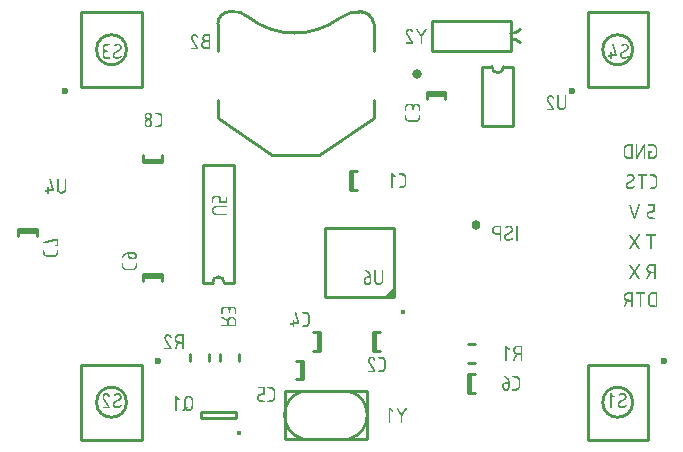
<source format=gbr>
G04 DipTrace 2.3.0.3*
%INBottomSilk.gbr*%
%MOIN*%
%ADD10C,0.0098*%
%ADD12C,0.003*%
%ADD19C,0.0154*%
%ADD21C,0.0236*%
%ADD26O,0.0164X0.0165*%
%ADD30C,0.0315*%
%ADD33C,0.0313*%
%FSLAX44Y44*%
G04*
G70*
G90*
G75*
G01*
%LNBotSilk*%
%LPD*%
X16278Y13255D2*
D10*
Y12625D1*
X16203Y13255D2*
Y12625D1*
Y13255D2*
X16439D1*
X16203Y12625D2*
X16439D1*
X17050Y7880D2*
Y7250D1*
X16976Y7880D2*
Y7250D1*
Y7880D2*
X17211D1*
X16976Y7250D2*
X17211D1*
X19397Y15807D2*
X18768D1*
X19397Y15882D2*
X18768D1*
X19397D2*
Y15646D1*
X18768Y15882D2*
Y15646D1*
X15137Y7250D2*
Y7880D1*
X15211Y7250D2*
Y7880D1*
Y7250D2*
X14976D1*
X15211Y7880D2*
X14976D1*
X14574Y6313D2*
Y6942D1*
X14649Y6313D2*
Y6942D1*
Y6313D2*
X14413D1*
X14649Y6942D2*
X14413D1*
X20215Y6505D2*
Y5875D1*
X20141Y6505D2*
Y5875D1*
Y6505D2*
X20376D1*
X20141Y5875D2*
X20376D1*
X5772Y11245D2*
X5143D1*
X5772Y11319D2*
X5143D1*
X5772D2*
Y11084D1*
X5143Y11319D2*
Y11084D1*
X9330Y13635D2*
X9960D1*
X9330Y13561D2*
X9960D1*
X9330D2*
Y13796D1*
X9960Y13561D2*
Y13796D1*
Y9745D2*
X9330D1*
X9960Y9819D2*
X9330D1*
X9960D2*
Y9584D1*
X9330Y9819D2*
Y9584D1*
D19*
X12516Y4520D3*
X12424Y5021D2*
D10*
X11243D1*
Y5218D1*
X12424D1*
Y5021D1*
X20399Y6875D2*
X20164D1*
X20399Y7505D2*
X20164D1*
X11522Y7149D2*
Y6913D1*
X10893Y7149D2*
Y6913D1*
X11893Y6936D2*
Y7171D1*
X12522Y6936D2*
Y7171D1*
X26143Y6804D2*
X24142D1*
Y4304D1*
X26143D1*
Y6804D1*
X24642Y5554D2*
G02X24642Y5554I500J0D01*
G01*
D21*
X26678Y6916D3*
X9268Y6804D2*
D10*
X7267D1*
Y4304D1*
X9268D1*
Y6804D1*
X7767Y5554D2*
G02X7767Y5554I500J0D01*
G01*
D21*
X9803Y6916D3*
X7267Y16054D2*
D10*
X9268D1*
Y18554D1*
X7267D1*
Y16054D1*
X7767Y17304D2*
G02X7767Y17304I500J0D01*
G01*
D21*
X6732Y15942D3*
X21656Y16737D2*
D10*
Y14768D1*
X20633Y16737D2*
Y14768D1*
X21656D2*
X20633D1*
X21341Y16737D2*
X21656D1*
X20948D2*
X20633D1*
X21341D2*
G02X20948Y16737I-197J0D01*
G01*
X11321Y9534D2*
Y13471D1*
X12345Y9534D2*
Y13471D1*
X11321D2*
X12345D1*
X11321Y9534D2*
X11636D1*
X12030D2*
X12345D1*
X11636D2*
G02X12030Y9534I197J0D01*
G01*
X17670Y9071D2*
X15387D1*
Y11354D1*
X17670D1*
Y9071D1*
D26*
X17982Y8554D3*
G36*
X17670Y9071D2*
X17356D1*
X17670Y9386D1*
Y9071D1*
G37*
X14629Y4340D2*
D10*
G02X14629Y5915I229J787D01*
G01*
X16204Y4340D2*
G03X16204Y5915I-229J787D01*
G01*
X14629Y4340D2*
X16204D1*
X14629Y5915D2*
X16204D1*
X14038Y4340D2*
X16794D1*
Y5915D1*
X14038D1*
Y4340D1*
X21582Y18257D2*
X18957D1*
Y17258D1*
X21582D1*
Y18257D1*
Y17850D2*
G03X21895Y17975I31J374D01*
G01*
X21582Y17665D2*
G02X21895Y17540I31J-374D01*
G01*
X24142Y16054D2*
X26143D1*
Y18554D1*
X24142D1*
Y16054D1*
X24642Y17304D2*
G02X24642Y17304I500J0D01*
G01*
D21*
X23607Y15942D3*
X17008Y15026D2*
D10*
X15197Y13806D1*
X17008Y17270D2*
Y18156D1*
X11812Y17270D2*
Y18156D1*
Y18176D2*
G02X12185Y18569I403J-9D01*
G01*
X12205D2*
G02X12835Y18392I148J-683D01*
G01*
X15197Y13806D2*
X13623D1*
X17008Y15617D2*
Y15026D1*
X11812Y15617D2*
Y15026D1*
X13623Y13806D2*
X11812Y15026D1*
X15866Y18353D2*
G02X12855Y18372I-1492J2015D01*
G01*
X16516Y18569D2*
G02X17008Y18176I48J-443D01*
G01*
X16615Y18569D2*
G03X15866Y18353I-88J-1099D01*
G01*
D30*
X18445Y16502D3*
D33*
X20429Y11471D3*
X17596Y13187D2*
D12*
X17611D1*
X17836D2*
X17971D1*
X17596Y13172D2*
X17626D1*
X17836D2*
X17993D1*
X17596Y13157D2*
X17641D1*
X17913D2*
X18012D1*
X17596Y13142D2*
X17656D1*
X17966D2*
X18027D1*
X17596Y13127D2*
X17611D1*
X17641D2*
X17671D1*
X18004D2*
X18039D1*
X17596Y13112D2*
X17611D1*
X17656D2*
X17686D1*
X18020D2*
X18048D1*
X17596Y13097D2*
X17611D1*
X17671D2*
X17701D1*
X18031D2*
X18054D1*
X17596Y13082D2*
X17611D1*
X17686D2*
X17716D1*
X18039D2*
X18058D1*
X17596Y13067D2*
X17611D1*
X18043D2*
X18060D1*
X17596Y13052D2*
X17611D1*
X18045D2*
X18060D1*
X17596Y13037D2*
X17611D1*
X18045D2*
X18061D1*
X17596Y13022D2*
X17611D1*
X18046D2*
X18061D1*
X17596Y13007D2*
X17611D1*
X18046D2*
X18061D1*
X17596Y12992D2*
X17611D1*
X18046D2*
X18061D1*
X17596Y12977D2*
X17611D1*
X18046D2*
X18061D1*
X17596Y12962D2*
X17611D1*
X18046D2*
X18061D1*
X17596Y12947D2*
X17611D1*
X18046D2*
X18061D1*
X17596Y12932D2*
X17611D1*
X18046D2*
X18061D1*
X17596Y12917D2*
X17611D1*
X18046D2*
X18061D1*
X17596Y12902D2*
X17611D1*
X18046D2*
X18061D1*
X17596Y12887D2*
X17611D1*
X18046D2*
X18061D1*
X17596Y12872D2*
X17611D1*
X18046D2*
X18061D1*
X17596Y12857D2*
X17611D1*
X18045D2*
X18061D1*
X17596Y12842D2*
X17611D1*
X18043D2*
X18060D1*
X17596Y12827D2*
X17611D1*
X18039D2*
X18058D1*
X17596Y12812D2*
X17611D1*
X18033D2*
X18054D1*
X17596Y12797D2*
X17611D1*
X18024D2*
X18048D1*
X17596Y12782D2*
X17611D1*
X18011D2*
X18039D1*
X17596Y12767D2*
X17611D1*
X17974D2*
X18027D1*
X17596Y12752D2*
X17611D1*
X17913D2*
X18012D1*
X17596Y12737D2*
X17611D1*
X17836D2*
X17992D1*
X17596Y12722D2*
X17611D1*
X17836D2*
X17971D1*
X16884Y7062D2*
X16959D1*
X17154D2*
X17289D1*
X16866Y7047D2*
X16980D1*
X17154D2*
X17310D1*
X16851Y7032D2*
X16884D1*
X16974D2*
X16999D1*
X17231D2*
X17329D1*
X16839Y7017D2*
X16869D1*
X16988D2*
X17014D1*
X17284D2*
X17344D1*
X16831Y7002D2*
X16857D1*
X17001D2*
X17025D1*
X17322D2*
X17356D1*
X16827Y6987D2*
X16848D1*
X17011D2*
X17030D1*
X17338D2*
X17365D1*
X16825Y6972D2*
X16843D1*
X17019D2*
X17034D1*
X17349D2*
X17372D1*
X16824Y6957D2*
X16840D1*
X17356D2*
X17375D1*
X16824Y6942D2*
X16840D1*
X17360D2*
X17377D1*
X16826Y6927D2*
X16842D1*
X17362D2*
X17378D1*
X16830Y6912D2*
X16847D1*
X17363D2*
X17378D1*
X16836Y6897D2*
X16855D1*
X17363D2*
X17379D1*
X16843Y6882D2*
X16864D1*
X17364D2*
X17379D1*
X16851Y6867D2*
X16874D1*
X17364D2*
X17379D1*
X16859Y6852D2*
X16884D1*
X17364D2*
X17379D1*
X16869Y6837D2*
X16893D1*
X17364D2*
X17379D1*
X16879Y6822D2*
X16902D1*
X17364D2*
X17379D1*
X16889Y6807D2*
X16910D1*
X17364D2*
X17379D1*
X16899Y6792D2*
X16919D1*
X17364D2*
X17379D1*
X16908Y6777D2*
X16929D1*
X17364D2*
X17379D1*
X16917Y6762D2*
X16939D1*
X17364D2*
X17379D1*
X16925Y6747D2*
X16949D1*
X17364D2*
X17379D1*
X16934Y6732D2*
X16959D1*
X17363D2*
X17379D1*
X16944Y6717D2*
X16968D1*
X17361D2*
X17378D1*
X16954Y6702D2*
X16977D1*
X17357D2*
X17376D1*
X16964Y6687D2*
X16985D1*
X17351D2*
X17372D1*
X16974Y6672D2*
X16994D1*
X17341D2*
X17366D1*
X16984Y6657D2*
X17004D1*
X17329D2*
X17357D1*
X16994Y6642D2*
X17013D1*
X17292D2*
X17345D1*
X17006Y6627D2*
X17021D1*
X17231D2*
X17329D1*
X16824Y6612D2*
X17028D1*
X17154D2*
X17310D1*
X16824Y6597D2*
X17034D1*
X17154D2*
X17289D1*
X18120Y15501D2*
X18255D1*
X18375D2*
X18450D1*
X18099Y15486D2*
X18278D1*
X18350D2*
X18471D1*
X18081Y15471D2*
X18123D1*
X18255D2*
X18303D1*
X18325D2*
X18361D1*
X18446D2*
X18489D1*
X18068Y15456D2*
X18102D1*
X18269D2*
X18348D1*
X18468D2*
X18502D1*
X18059Y15441D2*
X18086D1*
X18282D2*
X18337D1*
X18484D2*
X18511D1*
X18052Y15426D2*
X18075D1*
X18291D2*
X18328D1*
X18495D2*
X18518D1*
X18048Y15411D2*
X18067D1*
X18296D2*
X18322D1*
X18503D2*
X18522D1*
X18046Y15396D2*
X18063D1*
X18298D2*
X18318D1*
X18507D2*
X18524D1*
X18045Y15381D2*
X18061D1*
X18299D2*
X18316D1*
X18509D2*
X18524D1*
X18045Y15366D2*
X18061D1*
X18300D2*
X18315D1*
X18509D2*
X18525D1*
X18045Y15351D2*
X18060D1*
X18300D2*
X18315D1*
X18510D2*
X18525D1*
X18045Y15336D2*
X18060D1*
X18300D2*
X18315D1*
X18510D2*
X18525D1*
X18045Y15321D2*
X18060D1*
X18510D2*
X18525D1*
X18045Y15306D2*
X18060D1*
X18510D2*
X18525D1*
X18045Y15291D2*
X18060D1*
X18510D2*
X18525D1*
X18045Y15141D2*
X18060D1*
X18510D2*
X18525D1*
X18045Y15126D2*
X18060D1*
X18510D2*
X18525D1*
X18045Y15111D2*
X18060D1*
X18510D2*
X18525D1*
X18045Y15096D2*
X18060D1*
X18510D2*
X18525D1*
X18045Y15081D2*
X18061D1*
X18510D2*
X18525D1*
X18045Y15066D2*
X18062D1*
X18509D2*
X18524D1*
X18046Y15051D2*
X18066D1*
X18507D2*
X18522D1*
X18048Y15036D2*
X18071D1*
X18503D2*
X18519D1*
X18052Y15021D2*
X18076D1*
X18497D2*
X18514D1*
X18058Y15006D2*
X18083D1*
X18488D2*
X18509D1*
X18067Y14991D2*
X18094D1*
X18477D2*
X18502D1*
X18079Y14976D2*
X18107D1*
X18464D2*
X18491D1*
X18094Y14961D2*
X18121D1*
X18450D2*
X18475D1*
X18114Y14946D2*
X18456D1*
X18135Y14931D2*
X18435D1*
X14381Y8562D2*
X14396D1*
X14621D2*
X14756D1*
X14382Y8547D2*
X14398D1*
X14621D2*
X14778D1*
X14384Y8532D2*
X14402D1*
X14698D2*
X14797D1*
X14387Y8517D2*
X14407D1*
X14752D2*
X14812D1*
X14392Y8502D2*
X14411D1*
X14789D2*
X14824D1*
X14396Y8487D2*
X14416D1*
X14805D2*
X14833D1*
X14401Y8472D2*
X14421D1*
X14816D2*
X14839D1*
X14406Y8457D2*
X14424D1*
X14824D2*
X14843D1*
X14409Y8442D2*
X14427D1*
X14828D2*
X14845D1*
X14412Y8427D2*
X14432D1*
X14830D2*
X14846D1*
X14417Y8412D2*
X14436D1*
X14831D2*
X14846D1*
X14421Y8397D2*
X14441D1*
X14831D2*
X14846D1*
X14426Y8382D2*
X14446D1*
X14831D2*
X14846D1*
X14431Y8367D2*
X14451D1*
X14831D2*
X14846D1*
X14436Y8352D2*
X14454D1*
X14831D2*
X14846D1*
X14439Y8337D2*
X14457D1*
X14831D2*
X14846D1*
X14442Y8322D2*
X14462D1*
X14831D2*
X14846D1*
X14306Y8307D2*
X14321D1*
X14447D2*
X14466D1*
X14831D2*
X14846D1*
X14306Y8292D2*
X14321D1*
X14451D2*
X14471D1*
X14831D2*
X14846D1*
X14306Y8277D2*
X14321D1*
X14454D2*
X14476D1*
X14831D2*
X14846D1*
X14306Y8262D2*
X14321D1*
X14458D2*
X14481D1*
X14831D2*
X14846D1*
X14306Y8247D2*
X14321D1*
X14462D2*
X14484D1*
X14831D2*
X14846D1*
X14306Y8232D2*
X14321D1*
X14467D2*
X14488D1*
X14831D2*
X14846D1*
X14306Y8217D2*
X14321D1*
X14471D2*
X14492D1*
X14829D2*
X14846D1*
X14231Y8202D2*
X14497D1*
X14824D2*
X14844D1*
X14231Y8187D2*
X14501D1*
X14818D2*
X14839D1*
X14306Y8172D2*
X14321D1*
X14809D2*
X14833D1*
X14306Y8157D2*
X14321D1*
X14797D2*
X14824D1*
X14306Y8142D2*
X14321D1*
X14759D2*
X14812D1*
X14306Y8127D2*
X14321D1*
X14698D2*
X14797D1*
X14306Y8112D2*
X14321D1*
X14621D2*
X14778D1*
X14306Y8097D2*
X14321D1*
X14621D2*
X14756D1*
X13151Y6062D2*
X13346D1*
X13466D2*
X13601D1*
X13151Y6047D2*
X13346D1*
X13466D2*
X13623D1*
X13331Y6032D2*
X13346D1*
X13543D2*
X13642D1*
X13331Y6017D2*
X13346D1*
X13597D2*
X13657D1*
X13331Y6002D2*
X13346D1*
X13634D2*
X13669D1*
X13331Y5987D2*
X13346D1*
X13650D2*
X13678D1*
X13331Y5972D2*
X13346D1*
X13661D2*
X13684D1*
X13331Y5957D2*
X13346D1*
X13669D2*
X13688D1*
X13331Y5942D2*
X13346D1*
X13673D2*
X13690D1*
X13331Y5927D2*
X13346D1*
X13675D2*
X13691D1*
X13331Y5912D2*
X13346D1*
X13676D2*
X13691D1*
X13331Y5897D2*
X13346D1*
X13676D2*
X13691D1*
X13331Y5882D2*
X13346D1*
X13676D2*
X13691D1*
X13331Y5867D2*
X13346D1*
X13676D2*
X13691D1*
X13256Y5852D2*
X13346D1*
X13676D2*
X13691D1*
X13202Y5837D2*
X13346D1*
X13676D2*
X13691D1*
X13164Y5822D2*
X13264D1*
X13676D2*
X13691D1*
X13148Y5807D2*
X13208D1*
X13676D2*
X13691D1*
X13136Y5792D2*
X13169D1*
X13676D2*
X13691D1*
X13129Y5777D2*
X13154D1*
X13676D2*
X13691D1*
X13124Y5762D2*
X13143D1*
X13676D2*
X13691D1*
X13122Y5747D2*
X13140D1*
X13676D2*
X13691D1*
X13122Y5732D2*
X13138D1*
X13675D2*
X13691D1*
X13121Y5717D2*
X13137D1*
X13673D2*
X13690D1*
X13122Y5702D2*
X13139D1*
X13669D2*
X13688D1*
X13124Y5687D2*
X13143D1*
X13663D2*
X13684D1*
X13128Y5672D2*
X13150D1*
X13654D2*
X13678D1*
X13134Y5657D2*
X13161D1*
X13642D2*
X13669D1*
X13143Y5642D2*
X13201D1*
X13604D2*
X13657D1*
X13157Y5627D2*
X13265D1*
X13543D2*
X13642D1*
X13175Y5612D2*
X13346D1*
X13466D2*
X13623D1*
X13196Y5597D2*
X13346D1*
X13466D2*
X13601D1*
X21346Y6437D2*
X21361D1*
X21631D2*
X21766D1*
X21357Y6422D2*
X21388D1*
X21631D2*
X21788D1*
X21371Y6407D2*
X21412D1*
X21708D2*
X21807D1*
X21388Y6392D2*
X21431D1*
X21762D2*
X21822D1*
X21404Y6377D2*
X21447D1*
X21799D2*
X21834D1*
X21420Y6362D2*
X21459D1*
X21815D2*
X21843D1*
X21435Y6347D2*
X21470D1*
X21826D2*
X21849D1*
X21448Y6332D2*
X21480D1*
X21834D2*
X21853D1*
X21459Y6317D2*
X21489D1*
X21838D2*
X21855D1*
X21468Y6302D2*
X21495D1*
X21840D2*
X21856D1*
X21475Y6287D2*
X21501D1*
X21841D2*
X21856D1*
X21481Y6272D2*
X21506D1*
X21841D2*
X21856D1*
X21488Y6257D2*
X21509D1*
X21841D2*
X21856D1*
X21496Y6242D2*
X21510D1*
X21841D2*
X21856D1*
X21419Y6227D2*
X21511D1*
X21841D2*
X21856D1*
X21365Y6212D2*
X21511D1*
X21841D2*
X21856D1*
X21331Y6197D2*
X21347D1*
X21496D2*
X21511D1*
X21841D2*
X21856D1*
X21307Y6182D2*
X21334D1*
X21496D2*
X21511D1*
X21841D2*
X21856D1*
X21297Y6167D2*
X21325D1*
X21496D2*
X21511D1*
X21841D2*
X21856D1*
X21291Y6152D2*
X21320D1*
X21496D2*
X21511D1*
X21841D2*
X21856D1*
X21288Y6137D2*
X21318D1*
X21496D2*
X21511D1*
X21841D2*
X21856D1*
X21288Y6122D2*
X21317D1*
X21496D2*
X21511D1*
X21841D2*
X21856D1*
X21289Y6107D2*
X21316D1*
X21496D2*
X21511D1*
X21841D2*
X21856D1*
X21292Y6092D2*
X21316D1*
X21496D2*
X21511D1*
X21839D2*
X21856D1*
X21296Y6077D2*
X21317D1*
X21494D2*
X21509D1*
X21834D2*
X21854D1*
X21299Y6062D2*
X21319D1*
X21489D2*
X21505D1*
X21828D2*
X21849D1*
X21303Y6047D2*
X21324D1*
X21483D2*
X21501D1*
X21819D2*
X21843D1*
X21308Y6032D2*
X21332D1*
X21474D2*
X21495D1*
X21807D2*
X21834D1*
X21315Y6017D2*
X21345D1*
X21449D2*
X21487D1*
X21769D2*
X21822D1*
X21326Y6002D2*
X21361D1*
X21410D2*
X21475D1*
X21708D2*
X21807D1*
X21342Y5987D2*
X21457D1*
X21631D2*
X21788D1*
X21361Y5972D2*
X21436D1*
X21631D2*
X21766D1*
X6387Y11001D2*
X6462D1*
X6322Y10986D2*
X6462D1*
X6255Y10971D2*
X6390D1*
X6447D2*
X6462D1*
X6189Y10956D2*
X6319D1*
X6447D2*
X6462D1*
X6126Y10941D2*
X6250D1*
X6447D2*
X6462D1*
X6069Y10926D2*
X6181D1*
X6447D2*
X6462D1*
X6023Y10911D2*
X6112D1*
X6447D2*
X6462D1*
X5982Y10896D2*
X6042D1*
X6447D2*
X6462D1*
X6447Y10881D2*
X6462D1*
X6447Y10866D2*
X6462D1*
X6447Y10851D2*
X6462D1*
X6447Y10836D2*
X6462D1*
X6447Y10821D2*
X6462D1*
X6387Y10806D2*
X6462D1*
X6387Y10791D2*
X6462D1*
X5982Y10641D2*
X5997D1*
X6447D2*
X6462D1*
X5982Y10626D2*
X5997D1*
X6447D2*
X6462D1*
X5982Y10611D2*
X5997D1*
X6447D2*
X6462D1*
X5982Y10596D2*
X5998D1*
X6447D2*
X6462D1*
X5982Y10581D2*
X5998D1*
X6447D2*
X6462D1*
X5983Y10566D2*
X6000D1*
X6447D2*
X6462D1*
X5983Y10551D2*
X6004D1*
X6445D2*
X6460D1*
X5985Y10536D2*
X6008D1*
X6441D2*
X6456D1*
X5989Y10521D2*
X6013D1*
X6434D2*
X6452D1*
X5996Y10506D2*
X6021D1*
X6426D2*
X6447D1*
X6004Y10491D2*
X6031D1*
X6414D2*
X6439D1*
X6016Y10476D2*
X6044D1*
X6401D2*
X6428D1*
X6032Y10461D2*
X6058D1*
X6387D2*
X6413D1*
X6051Y10446D2*
X6394D1*
X6072Y10431D2*
X6372D1*
X9435Y15211D2*
X9510D1*
X9705D2*
X9840D1*
X9417Y15196D2*
X9531D1*
X9705D2*
X9862D1*
X9402Y15181D2*
X9440D1*
X9506D2*
X9549D1*
X9782D2*
X9881D1*
X9391Y15166D2*
X9421D1*
X9528D2*
X9562D1*
X9835D2*
X9896D1*
X9383Y15151D2*
X9407D1*
X9544D2*
X9571D1*
X9873D2*
X9908D1*
X9379Y15136D2*
X9397D1*
X9555D2*
X9578D1*
X9889D2*
X9917D1*
X9376Y15121D2*
X9393D1*
X9564D2*
X9582D1*
X9900D2*
X9923D1*
X9376Y15106D2*
X9391D1*
X9565D2*
X9583D1*
X9908D2*
X9927D1*
X9375Y15091D2*
X9391D1*
X9563D2*
X9582D1*
X9912D2*
X9929D1*
X9376Y15076D2*
X9393D1*
X9559D2*
X9578D1*
X9914D2*
X9929D1*
X9378Y15061D2*
X9398D1*
X9553D2*
X9572D1*
X9914D2*
X9930D1*
X9384Y15046D2*
X9411D1*
X9545D2*
X9563D1*
X9915D2*
X9930D1*
X9394Y15031D2*
X9433D1*
X9516D2*
X9552D1*
X9915D2*
X9930D1*
X9407Y15016D2*
X9468D1*
X9473D2*
X9539D1*
X9915D2*
X9930D1*
X9420Y15001D2*
X9525D1*
X9915D2*
X9930D1*
X9406Y14986D2*
X9541D1*
X9915D2*
X9930D1*
X9393Y14971D2*
X9440D1*
X9506D2*
X9554D1*
X9915D2*
X9930D1*
X9384Y14956D2*
X9421D1*
X9528D2*
X9564D1*
X9915D2*
X9930D1*
X9379Y14941D2*
X9407D1*
X9544D2*
X9572D1*
X9915D2*
X9930D1*
X9377Y14926D2*
X9397D1*
X9555D2*
X9578D1*
X9915D2*
X9930D1*
X9376Y14911D2*
X9393D1*
X9563D2*
X9582D1*
X9915D2*
X9930D1*
X9375Y14896D2*
X9391D1*
X9567D2*
X9584D1*
X9915D2*
X9930D1*
X9375Y14881D2*
X9391D1*
X9569D2*
X9584D1*
X9914D2*
X9930D1*
X9375Y14866D2*
X9390D1*
X9569D2*
X9585D1*
X9912D2*
X9929D1*
X9375Y14851D2*
X9391D1*
X9567D2*
X9584D1*
X9908D2*
X9927D1*
X9376Y14836D2*
X9393D1*
X9563D2*
X9582D1*
X9902D2*
X9923D1*
X9378Y14821D2*
X9398D1*
X9556D2*
X9578D1*
X9893D2*
X9917D1*
X9382Y14806D2*
X9405D1*
X9546D2*
X9572D1*
X9880D2*
X9908D1*
X9391Y14791D2*
X9429D1*
X9520D2*
X9563D1*
X9843D2*
X9896D1*
X9403Y14776D2*
X9466D1*
X9481D2*
X9549D1*
X9782D2*
X9881D1*
X9418Y14761D2*
X9531D1*
X9705D2*
X9861D1*
X9435Y14746D2*
X9510D1*
X9705D2*
X9840D1*
X8773Y10556D2*
X9013D1*
X8741Y10541D2*
X9034D1*
X8714Y10526D2*
X8758D1*
X8818D2*
X8833D1*
X9009D2*
X9051D1*
X8691Y10511D2*
X8731D1*
X8818D2*
X8833D1*
X9030D2*
X9062D1*
X8672Y10496D2*
X8707D1*
X8818D2*
X8833D1*
X9047D2*
X9070D1*
X8657Y10481D2*
X8687D1*
X8818D2*
X8833D1*
X9055D2*
X9077D1*
X8645Y10466D2*
X8672D1*
X8818D2*
X8833D1*
X9063D2*
X9081D1*
X8635Y10451D2*
X8660D1*
X8818D2*
X8833D1*
X9073D2*
X9084D1*
X8627Y10436D2*
X8650D1*
X8818D2*
X8836D1*
X9065D2*
X9081D1*
X8619Y10421D2*
X8641D1*
X8821D2*
X8840D1*
X9058D2*
X9077D1*
X8613Y10406D2*
X8632D1*
X8827D2*
X8853D1*
X9047D2*
X9072D1*
X8608Y10391D2*
X8623D1*
X8837D2*
X8887D1*
X9031D2*
X9064D1*
X8852Y10376D2*
X8942D1*
X9013D2*
X9051D1*
X8871Y10361D2*
X9033D1*
X8893Y10346D2*
X9013D1*
X8608Y10196D2*
X8623D1*
X9073D2*
X9088D1*
X8608Y10181D2*
X8623D1*
X9073D2*
X9088D1*
X8608Y10166D2*
X8623D1*
X9073D2*
X9088D1*
X8608Y10151D2*
X8623D1*
X9073D2*
X9088D1*
X8608Y10136D2*
X8623D1*
X9072D2*
X9087D1*
X8608Y10121D2*
X8625D1*
X9072D2*
X9087D1*
X8608Y10106D2*
X8629D1*
X9070D2*
X9085D1*
X8610Y10091D2*
X8633D1*
X9066D2*
X9081D1*
X8614Y10076D2*
X8638D1*
X9059D2*
X9077D1*
X8621Y10061D2*
X8646D1*
X9051D2*
X9072D1*
X8629Y10046D2*
X8656D1*
X9039D2*
X9064D1*
X8641Y10031D2*
X8669D1*
X9026D2*
X9053D1*
X8657Y10016D2*
X8683D1*
X9012D2*
X9038D1*
X8676Y10001D2*
X9019D1*
X8698Y9986D2*
X8998D1*
X10390Y5762D2*
X10405D1*
X10780D2*
X10855D1*
X10390Y5747D2*
X10420D1*
X10758D2*
X10884D1*
X10390Y5732D2*
X10435D1*
X10740D2*
X10783D1*
X10867D2*
X10907D1*
X10390Y5717D2*
X10450D1*
X10724D2*
X10760D1*
X10890D2*
X10924D1*
X10390Y5702D2*
X10405D1*
X10435D2*
X10465D1*
X10713D2*
X10742D1*
X10908D2*
X10935D1*
X10390Y5687D2*
X10405D1*
X10450D2*
X10480D1*
X10704D2*
X10729D1*
X10920D2*
X10943D1*
X10390Y5672D2*
X10405D1*
X10465D2*
X10495D1*
X10697D2*
X10719D1*
X10928D2*
X10949D1*
X10390Y5657D2*
X10405D1*
X10480D2*
X10510D1*
X10693D2*
X10712D1*
X10934D2*
X10954D1*
X10390Y5642D2*
X10405D1*
X10692D2*
X10708D1*
X10939D2*
X10958D1*
X10390Y5627D2*
X10405D1*
X10691D2*
X10707D1*
X10943D2*
X10959D1*
X10390Y5612D2*
X10405D1*
X10690D2*
X10706D1*
X10944D2*
X10960D1*
X10390Y5597D2*
X10405D1*
X10690D2*
X10705D1*
X10945D2*
X10960D1*
X10390Y5582D2*
X10405D1*
X10690D2*
X10705D1*
X10945D2*
X10960D1*
X10390Y5567D2*
X10405D1*
X10690D2*
X10705D1*
X10945D2*
X10960D1*
X10390Y5552D2*
X10405D1*
X10690D2*
X10705D1*
X10945D2*
X10960D1*
X10390Y5537D2*
X10405D1*
X10690D2*
X10705D1*
X10945D2*
X10960D1*
X10390Y5522D2*
X10405D1*
X10690D2*
X10705D1*
X10945D2*
X10960D1*
X10390Y5507D2*
X10405D1*
X10690D2*
X10705D1*
X10945D2*
X10960D1*
X10390Y5492D2*
X10405D1*
X10690D2*
X10705D1*
X10945D2*
X10960D1*
X10390Y5477D2*
X10405D1*
X10690D2*
X10705D1*
X10943D2*
X10960D1*
X10390Y5462D2*
X10405D1*
X10690D2*
X10705D1*
X10939D2*
X10960D1*
X10390Y5447D2*
X10405D1*
X10690D2*
X10705D1*
X10935D2*
X10960D1*
X10390Y5432D2*
X10405D1*
X10690D2*
X10707D1*
X10933D2*
X10960D1*
X10390Y5417D2*
X10405D1*
X10691D2*
X10709D1*
X10931D2*
X10958D1*
X10390Y5402D2*
X10405D1*
X10693D2*
X10721D1*
X10750D2*
X10780D1*
X10930D2*
X10954D1*
X10390Y5387D2*
X10405D1*
X10698D2*
X10765D1*
X10927D2*
X10948D1*
X10390Y5372D2*
X10405D1*
X10705D2*
X10750D1*
X10922D2*
X10941D1*
X10390Y5357D2*
X10405D1*
X10690D2*
X10735D1*
X10909D2*
X10933D1*
X10390Y5342D2*
X10405D1*
X10675D2*
X10769D1*
X10878D2*
X10923D1*
X10390Y5327D2*
X10405D1*
X10660D2*
X10690D1*
X10720D2*
X10816D1*
X10834D2*
X10909D1*
X10390Y5312D2*
X10405D1*
X10645D2*
X10675D1*
X10750D2*
X10891D1*
X10390Y5297D2*
X10405D1*
X10630D2*
X10660D1*
X10780D2*
X10870D1*
X21401Y7438D2*
X21416D1*
X21746D2*
X21926D1*
X21401Y7422D2*
X21431D1*
X21724D2*
X21926D1*
X21401Y7408D2*
X21446D1*
X21706D2*
X21731D1*
X21911D2*
X21926D1*
X21401Y7392D2*
X21461D1*
X21690D2*
X21716D1*
X21911D2*
X21926D1*
X21401Y7378D2*
X21416D1*
X21446D2*
X21476D1*
X21679D2*
X21702D1*
X21911D2*
X21926D1*
X21401Y7362D2*
X21416D1*
X21461D2*
X21491D1*
X21670D2*
X21689D1*
X21911D2*
X21926D1*
X21401Y7348D2*
X21416D1*
X21476D2*
X21506D1*
X21663D2*
X21681D1*
X21911D2*
X21926D1*
X21401Y7332D2*
X21416D1*
X21491D2*
X21521D1*
X21659D2*
X21675D1*
X21911D2*
X21926D1*
X21401Y7318D2*
X21416D1*
X21658D2*
X21673D1*
X21911D2*
X21926D1*
X21401Y7302D2*
X21416D1*
X21657D2*
X21672D1*
X21911D2*
X21926D1*
X21401Y7288D2*
X21416D1*
X21657D2*
X21672D1*
X21911D2*
X21926D1*
X21401Y7272D2*
X21416D1*
X21659D2*
X21675D1*
X21911D2*
X21926D1*
X21401Y7258D2*
X21416D1*
X21663D2*
X21681D1*
X21911D2*
X21926D1*
X21401Y7242D2*
X21416D1*
X21669D2*
X21692D1*
X21911D2*
X21926D1*
X21401Y7228D2*
X21416D1*
X21679D2*
X21707D1*
X21911D2*
X21926D1*
X21401Y7212D2*
X21416D1*
X21692D2*
X21754D1*
X21911D2*
X21926D1*
X21401Y7198D2*
X21416D1*
X21709D2*
X21831D1*
X21911D2*
X21926D1*
X21401Y7182D2*
X21416D1*
X21727D2*
X21926D1*
X21401Y7167D2*
X21416D1*
X21746D2*
X21926D1*
X21401Y7152D2*
X21416D1*
X21737D2*
X21764D1*
X21911D2*
X21926D1*
X21401Y7137D2*
X21416D1*
X21728D2*
X21753D1*
X21911D2*
X21926D1*
X21401Y7122D2*
X21416D1*
X21720D2*
X21744D1*
X21911D2*
X21926D1*
X21401Y7107D2*
X21416D1*
X21713D2*
X21736D1*
X21911D2*
X21926D1*
X21401Y7092D2*
X21416D1*
X21705D2*
X21728D1*
X21911D2*
X21926D1*
X21401Y7077D2*
X21416D1*
X21698D2*
X21720D1*
X21911D2*
X21926D1*
X21401Y7062D2*
X21416D1*
X21690D2*
X21713D1*
X21911D2*
X21926D1*
X21401Y7047D2*
X21416D1*
X21683D2*
X21705D1*
X21911D2*
X21926D1*
X21401Y7032D2*
X21416D1*
X21675D2*
X21698D1*
X21911D2*
X21926D1*
X21401Y7017D2*
X21416D1*
X21668D2*
X21690D1*
X21911D2*
X21926D1*
X21401Y7002D2*
X21416D1*
X21663D2*
X21683D1*
X21911D2*
X21926D1*
X21401Y6987D2*
X21416D1*
X21659D2*
X21677D1*
X21911D2*
X21926D1*
X21401Y6972D2*
X21416D1*
X21656D2*
X21671D1*
X21911D2*
X21926D1*
X10092Y7813D2*
X10167D1*
X10467D2*
X10647D1*
X10075Y7798D2*
X10189D1*
X10446D2*
X10647D1*
X10059Y7783D2*
X10092D1*
X10182D2*
X10208D1*
X10427D2*
X10452D1*
X10632D2*
X10647D1*
X10048Y7768D2*
X10078D1*
X10197D2*
X10223D1*
X10412D2*
X10437D1*
X10632D2*
X10647D1*
X10040Y7753D2*
X10066D1*
X10209D2*
X10234D1*
X10400D2*
X10423D1*
X10632D2*
X10647D1*
X10036Y7738D2*
X10057D1*
X10219D2*
X10239D1*
X10391D2*
X10411D1*
X10632D2*
X10647D1*
X10034Y7723D2*
X10052D1*
X10227D2*
X10242D1*
X10384D2*
X10402D1*
X10632D2*
X10647D1*
X10033Y7708D2*
X10049D1*
X10381D2*
X10397D1*
X10632D2*
X10647D1*
X10033Y7693D2*
X10049D1*
X10379D2*
X10394D1*
X10632D2*
X10647D1*
X10035Y7678D2*
X10051D1*
X10378D2*
X10393D1*
X10632D2*
X10647D1*
X10039Y7663D2*
X10056D1*
X10378D2*
X10393D1*
X10632D2*
X10647D1*
X10045Y7648D2*
X10064D1*
X10380D2*
X10396D1*
X10632D2*
X10647D1*
X10052Y7633D2*
X10073D1*
X10384D2*
X10402D1*
X10632D2*
X10647D1*
X10059Y7618D2*
X10083D1*
X10391D2*
X10413D1*
X10632D2*
X10647D1*
X10068Y7603D2*
X10093D1*
X10400D2*
X10428D1*
X10632D2*
X10647D1*
X10078Y7588D2*
X10102D1*
X10413D2*
X10475D1*
X10632D2*
X10647D1*
X10087Y7573D2*
X10110D1*
X10430D2*
X10552D1*
X10632D2*
X10647D1*
X10097Y7558D2*
X10119D1*
X10449D2*
X10647D1*
X10107Y7543D2*
X10128D1*
X10467D2*
X10647D1*
X10117Y7528D2*
X10138D1*
X10458D2*
X10485D1*
X10632D2*
X10647D1*
X10125Y7513D2*
X10147D1*
X10450D2*
X10474D1*
X10632D2*
X10647D1*
X10134Y7498D2*
X10157D1*
X10441D2*
X10465D1*
X10632D2*
X10647D1*
X10143Y7483D2*
X10167D1*
X10434D2*
X10457D1*
X10632D2*
X10647D1*
X10153Y7468D2*
X10177D1*
X10426D2*
X10449D1*
X10632D2*
X10647D1*
X10162Y7453D2*
X10185D1*
X10419D2*
X10441D1*
X10632D2*
X10647D1*
X10172Y7438D2*
X10194D1*
X10411D2*
X10434D1*
X10632D2*
X10647D1*
X10183Y7423D2*
X10203D1*
X10404D2*
X10426D1*
X10632D2*
X10647D1*
X10192Y7408D2*
X10213D1*
X10396D2*
X10419D1*
X10632D2*
X10647D1*
X10203Y7393D2*
X10222D1*
X10389D2*
X10411D1*
X10632D2*
X10647D1*
X10215Y7378D2*
X10230D1*
X10384D2*
X10404D1*
X10632D2*
X10647D1*
X10032Y7363D2*
X10237D1*
X10380D2*
X10398D1*
X10632D2*
X10647D1*
X10032Y7348D2*
X10242D1*
X10377D2*
X10392D1*
X10632D2*
X10647D1*
X11995Y8744D2*
X12130D1*
X12250D2*
X12325D1*
X11974Y8729D2*
X12153D1*
X12225D2*
X12346D1*
X11956Y8714D2*
X11999D1*
X12130D2*
X12178D1*
X12200D2*
X12236D1*
X12321D2*
X12364D1*
X11943Y8699D2*
X11977D1*
X12144D2*
X12223D1*
X12343D2*
X12377D1*
X11934Y8684D2*
X11961D1*
X12157D2*
X12212D1*
X12359D2*
X12386D1*
X11927Y8669D2*
X11950D1*
X12166D2*
X12203D1*
X12370D2*
X12393D1*
X11923Y8654D2*
X11942D1*
X12171D2*
X12197D1*
X12378D2*
X12397D1*
X11921Y8639D2*
X11938D1*
X12173D2*
X12193D1*
X12382D2*
X12399D1*
X11921Y8624D2*
X11936D1*
X12174D2*
X12191D1*
X12384D2*
X12399D1*
X11920Y8609D2*
X11936D1*
X12175D2*
X12190D1*
X12384D2*
X12400D1*
X11920Y8594D2*
X11935D1*
X12175D2*
X12190D1*
X12385D2*
X12400D1*
X11920Y8579D2*
X11935D1*
X12175D2*
X12190D1*
X12385D2*
X12400D1*
X11920Y8564D2*
X11935D1*
X12385D2*
X12400D1*
X11920Y8549D2*
X11935D1*
X12385D2*
X12400D1*
X11920Y8534D2*
X11935D1*
X12385D2*
X12400D1*
X11920Y8399D2*
X11950D1*
X12220D2*
X12295D1*
X11936Y8384D2*
X11975D1*
X12198D2*
X12321D1*
X11958Y8369D2*
X12001D1*
X12179D2*
X12223D1*
X12307D2*
X12343D1*
X11983Y8354D2*
X12029D1*
X12165D2*
X12199D1*
X12330D2*
X12359D1*
X12011Y8339D2*
X12062D1*
X12154D2*
X12180D1*
X12348D2*
X12371D1*
X12040Y8324D2*
X12102D1*
X12145D2*
X12165D1*
X12360D2*
X12380D1*
X12069Y8309D2*
X12153D1*
X12368D2*
X12388D1*
X12094Y8294D2*
X12149D1*
X12374D2*
X12394D1*
X12114Y8279D2*
X12147D1*
X12379D2*
X12397D1*
X12122Y8264D2*
X12146D1*
X12382D2*
X12399D1*
X12127Y8249D2*
X12145D1*
X12384D2*
X12400D1*
X12129Y8234D2*
X12145D1*
X12385D2*
X12400D1*
X12130Y8219D2*
X12145D1*
X12385D2*
X12400D1*
X12130Y8204D2*
X12145D1*
X12385D2*
X12400D1*
X12130Y8189D2*
X12145D1*
X12385D2*
X12400D1*
X12130Y8174D2*
X12145D1*
X12385D2*
X12400D1*
X12130Y8159D2*
X12145D1*
X12385D2*
X12400D1*
X11920Y8144D2*
X12400D1*
X11920Y8129D2*
X12400D1*
X24888Y5854D2*
X24903D1*
X25233D2*
X25338D1*
X24888Y5839D2*
X24918D1*
X25206D2*
X25357D1*
X24888Y5824D2*
X24933D1*
X25187D2*
X25233D1*
X25334D2*
X25372D1*
X24888Y5809D2*
X24948D1*
X25173D2*
X25188D1*
X25355D2*
X25383D1*
X24888Y5794D2*
X24903D1*
X24933D2*
X24963D1*
X25372D2*
X25393D1*
X24888Y5779D2*
X24903D1*
X24948D2*
X24978D1*
X25380D2*
X25400D1*
X24888Y5764D2*
X24903D1*
X24963D2*
X24993D1*
X25389D2*
X25406D1*
X24888Y5749D2*
X24903D1*
X24978D2*
X25008D1*
X25398D2*
X25409D1*
X24888Y5734D2*
X24903D1*
X25390D2*
X25409D1*
X24888Y5719D2*
X24903D1*
X25383D2*
X25405D1*
X24888Y5704D2*
X24903D1*
X25374D2*
X25399D1*
X24888Y5689D2*
X24903D1*
X25361D2*
X25390D1*
X24888Y5674D2*
X24903D1*
X25342D2*
X25376D1*
X24888Y5659D2*
X24903D1*
X25318D2*
X25357D1*
X24888Y5644D2*
X24903D1*
X25291D2*
X25333D1*
X24888Y5629D2*
X24903D1*
X25262D2*
X25306D1*
X24888Y5614D2*
X24903D1*
X25233D2*
X25279D1*
X24888Y5599D2*
X24903D1*
X25206D2*
X25253D1*
X24888Y5584D2*
X24903D1*
X25182D2*
X25229D1*
X24888Y5569D2*
X24903D1*
X25165D2*
X25206D1*
X24888Y5554D2*
X24903D1*
X25152D2*
X25187D1*
X24888Y5539D2*
X24903D1*
X25147D2*
X25174D1*
X24888Y5524D2*
X24903D1*
X25144D2*
X25166D1*
X24888Y5509D2*
X24903D1*
X25143D2*
X25161D1*
X24888Y5494D2*
X24903D1*
X25143D2*
X25160D1*
X24888Y5479D2*
X24903D1*
X25143D2*
X25160D1*
X24888Y5464D2*
X24903D1*
X25146D2*
X25167D1*
X24888Y5449D2*
X24903D1*
X25152D2*
X25177D1*
X25383D2*
X25413D1*
X24888Y5434D2*
X24903D1*
X25162D2*
X25206D1*
X25346D2*
X25396D1*
X24888Y5419D2*
X24903D1*
X25177D2*
X25251D1*
X25308D2*
X25372D1*
X24888Y5404D2*
X24903D1*
X25196D2*
X25342D1*
X24888Y5389D2*
X24903D1*
X25218D2*
X25308D1*
X8028Y5854D2*
X8103D1*
X8403D2*
X8508D1*
X8010Y5839D2*
X8124D1*
X8376D2*
X8527D1*
X7995Y5824D2*
X8028D1*
X8117D2*
X8143D1*
X8357D2*
X8403D1*
X8504D2*
X8542D1*
X7983Y5809D2*
X8013D1*
X8132D2*
X8158D1*
X8343D2*
X8358D1*
X8525D2*
X8553D1*
X7975Y5794D2*
X8001D1*
X8145D2*
X8169D1*
X8542D2*
X8563D1*
X7971Y5779D2*
X7992D1*
X8154D2*
X8174D1*
X8550D2*
X8570D1*
X7969Y5764D2*
X7987D1*
X8163D2*
X8178D1*
X8559D2*
X8576D1*
X7968Y5749D2*
X7984D1*
X8568D2*
X8579D1*
X7968Y5734D2*
X7984D1*
X8560D2*
X8579D1*
X7970Y5719D2*
X7986D1*
X8553D2*
X8575D1*
X7974Y5704D2*
X7991D1*
X8544D2*
X8569D1*
X7980Y5689D2*
X7999D1*
X8531D2*
X8560D1*
X7987Y5674D2*
X8008D1*
X8512D2*
X8546D1*
X7994Y5659D2*
X8018D1*
X8488D2*
X8527D1*
X8003Y5644D2*
X8028D1*
X8461D2*
X8503D1*
X8013Y5629D2*
X8037D1*
X8432D2*
X8476D1*
X8023Y5614D2*
X8046D1*
X8403D2*
X8449D1*
X8032Y5599D2*
X8054D1*
X8376D2*
X8423D1*
X8043Y5584D2*
X8063D1*
X8352D2*
X8399D1*
X8052Y5569D2*
X8073D1*
X8335D2*
X8376D1*
X8061Y5554D2*
X8083D1*
X8322D2*
X8357D1*
X8069Y5539D2*
X8092D1*
X8317D2*
X8344D1*
X8078Y5524D2*
X8103D1*
X8314D2*
X8336D1*
X8088Y5509D2*
X8112D1*
X8313D2*
X8331D1*
X8098Y5494D2*
X8121D1*
X8313D2*
X8330D1*
X8107Y5479D2*
X8129D1*
X8313D2*
X8330D1*
X8118Y5464D2*
X8138D1*
X8316D2*
X8337D1*
X8128Y5449D2*
X8148D1*
X8322D2*
X8347D1*
X8553D2*
X8583D1*
X8138Y5434D2*
X8157D1*
X8332D2*
X8376D1*
X8516D2*
X8566D1*
X8150Y5419D2*
X8165D1*
X8347D2*
X8421D1*
X8478D2*
X8542D1*
X7968Y5404D2*
X8172D1*
X8366D2*
X8512D1*
X7968Y5389D2*
X8178D1*
X8388D2*
X8478D1*
X8028Y17499D2*
X8178D1*
X8403D2*
X8508D1*
X8010Y17484D2*
X8178D1*
X8376D2*
X8527D1*
X7995Y17469D2*
X8097D1*
X8357D2*
X8403D1*
X8504D2*
X8542D1*
X7983Y17454D2*
X8044D1*
X8343D2*
X8358D1*
X8525D2*
X8553D1*
X7975Y17439D2*
X8007D1*
X8542D2*
X8563D1*
X7971Y17424D2*
X7993D1*
X8550D2*
X8570D1*
X7969Y17409D2*
X7987D1*
X8559D2*
X8576D1*
X7968Y17394D2*
X7985D1*
X8568D2*
X8579D1*
X7968Y17379D2*
X7984D1*
X8560D2*
X8579D1*
X7968Y17364D2*
X7985D1*
X8553D2*
X8575D1*
X7971Y17349D2*
X7991D1*
X8544D2*
X8569D1*
X7977Y17334D2*
X8008D1*
X8531D2*
X8560D1*
X7987Y17319D2*
X8033D1*
X8512D2*
X8546D1*
X7999Y17304D2*
X8064D1*
X8488D2*
X8527D1*
X8013Y17289D2*
X8092D1*
X8461D2*
X8503D1*
X7998Y17274D2*
X8118D1*
X8432D2*
X8476D1*
X7986Y17259D2*
X8062D1*
X8403D2*
X8449D1*
X7977Y17244D2*
X8023D1*
X8376D2*
X8423D1*
X7972Y17229D2*
X7997D1*
X8352D2*
X8399D1*
X7969Y17214D2*
X7989D1*
X8335D2*
X8376D1*
X7968Y17199D2*
X7985D1*
X8322D2*
X8357D1*
X7968Y17184D2*
X7984D1*
X8317D2*
X8344D1*
X7968Y17169D2*
X7983D1*
X8314D2*
X8336D1*
X7968Y17154D2*
X7983D1*
X8313D2*
X8331D1*
X7968Y17139D2*
X7983D1*
X8313D2*
X8330D1*
X7968Y17124D2*
X7985D1*
X8313D2*
X8330D1*
X7970Y17109D2*
X7989D1*
X8316D2*
X8337D1*
X7974Y17094D2*
X7999D1*
X8322D2*
X8347D1*
X8553D2*
X8583D1*
X7981Y17079D2*
X8036D1*
X8332D2*
X8376D1*
X8516D2*
X8566D1*
X7992Y17064D2*
X8098D1*
X8347D2*
X8421D1*
X8478D2*
X8542D1*
X8008Y17049D2*
X8178D1*
X8366D2*
X8512D1*
X8028Y17034D2*
X8178D1*
X8388D2*
X8478D1*
X22842Y15785D2*
X22917D1*
X23127D2*
X23142D1*
X23382D2*
X23397D1*
X22824Y15770D2*
X22939D1*
X23127D2*
X23142D1*
X23382D2*
X23397D1*
X22809Y15755D2*
X22842D1*
X22932D2*
X22958D1*
X23127D2*
X23142D1*
X23382D2*
X23397D1*
X22798Y15740D2*
X22828D1*
X22946D2*
X22972D1*
X23127D2*
X23142D1*
X23382D2*
X23397D1*
X22790Y15725D2*
X22815D1*
X22959D2*
X22984D1*
X23127D2*
X23142D1*
X23382D2*
X23397D1*
X22786Y15710D2*
X22806D1*
X22969D2*
X22988D1*
X23127D2*
X23142D1*
X23382D2*
X23397D1*
X22783Y15695D2*
X22801D1*
X22977D2*
X22992D1*
X23127D2*
X23142D1*
X23382D2*
X23397D1*
X22783Y15680D2*
X22799D1*
X23127D2*
X23142D1*
X23382D2*
X23397D1*
X22783Y15665D2*
X22798D1*
X23127D2*
X23142D1*
X23382D2*
X23397D1*
X22785Y15650D2*
X22800D1*
X23127D2*
X23142D1*
X23382D2*
X23397D1*
X22789Y15635D2*
X22806D1*
X23127D2*
X23142D1*
X23382D2*
X23397D1*
X22795Y15620D2*
X22814D1*
X23127D2*
X23142D1*
X23382D2*
X23397D1*
X22801Y15605D2*
X22823D1*
X23127D2*
X23142D1*
X23382D2*
X23397D1*
X22809Y15590D2*
X22832D1*
X23127D2*
X23142D1*
X23382D2*
X23397D1*
X22818Y15575D2*
X22842D1*
X23127D2*
X23142D1*
X23382D2*
X23397D1*
X22827Y15560D2*
X22851D1*
X23127D2*
X23142D1*
X23382D2*
X23397D1*
X22837Y15545D2*
X22860D1*
X23127D2*
X23142D1*
X23382D2*
X23397D1*
X22847Y15530D2*
X22868D1*
X23127D2*
X23142D1*
X23382D2*
X23397D1*
X22857Y15515D2*
X22878D1*
X23127D2*
X23142D1*
X23382D2*
X23397D1*
X22866Y15500D2*
X22887D1*
X23127D2*
X23142D1*
X23382D2*
X23397D1*
X22875Y15485D2*
X22897D1*
X23127D2*
X23142D1*
X23382D2*
X23397D1*
X22883Y15470D2*
X22907D1*
X23127D2*
X23142D1*
X23381D2*
X23397D1*
X22893Y15455D2*
X22917D1*
X23127D2*
X23142D1*
X23380D2*
X23396D1*
X22902Y15440D2*
X22926D1*
X23127D2*
X23143D1*
X23376D2*
X23394D1*
X22912Y15425D2*
X22935D1*
X23128D2*
X23145D1*
X23371D2*
X23390D1*
X22922Y15410D2*
X22943D1*
X23130D2*
X23151D1*
X23366D2*
X23385D1*
X22932Y15395D2*
X22953D1*
X23136D2*
X23162D1*
X23360D2*
X23378D1*
X22942Y15380D2*
X22962D1*
X23146D2*
X23177D1*
X23343D2*
X23369D1*
X22952Y15365D2*
X22972D1*
X23159D2*
X23196D1*
X23315D2*
X23358D1*
X22964Y15350D2*
X22980D1*
X23176D2*
X23217D1*
X23270D2*
X23340D1*
X22782Y15335D2*
X22986D1*
X23195D2*
X23317D1*
X22782Y15320D2*
X22992D1*
X23217D2*
X23292D1*
X6200Y13000D2*
X6215D1*
X6455D2*
X6470D1*
X6710D2*
X6725D1*
X6201Y12985D2*
X6217D1*
X6455D2*
X6470D1*
X6710D2*
X6725D1*
X6202Y12970D2*
X6221D1*
X6455D2*
X6470D1*
X6710D2*
X6725D1*
X6206Y12955D2*
X6226D1*
X6455D2*
X6470D1*
X6710D2*
X6725D1*
X6211Y12940D2*
X6230D1*
X6455D2*
X6470D1*
X6710D2*
X6725D1*
X6215Y12925D2*
X6235D1*
X6455D2*
X6470D1*
X6710D2*
X6725D1*
X6220Y12910D2*
X6240D1*
X6455D2*
X6470D1*
X6710D2*
X6725D1*
X6225Y12895D2*
X6243D1*
X6455D2*
X6470D1*
X6710D2*
X6725D1*
X6228Y12880D2*
X6246D1*
X6455D2*
X6470D1*
X6710D2*
X6725D1*
X6231Y12865D2*
X6251D1*
X6455D2*
X6470D1*
X6710D2*
X6725D1*
X6236Y12850D2*
X6255D1*
X6455D2*
X6470D1*
X6710D2*
X6725D1*
X6240Y12835D2*
X6260D1*
X6455D2*
X6470D1*
X6710D2*
X6725D1*
X6245Y12820D2*
X6265D1*
X6455D2*
X6470D1*
X6710D2*
X6725D1*
X6250Y12805D2*
X6270D1*
X6455D2*
X6470D1*
X6710D2*
X6725D1*
X6255Y12790D2*
X6273D1*
X6455D2*
X6470D1*
X6710D2*
X6725D1*
X6258Y12775D2*
X6276D1*
X6455D2*
X6470D1*
X6710D2*
X6725D1*
X6261Y12760D2*
X6281D1*
X6455D2*
X6470D1*
X6710D2*
X6725D1*
X6125Y12745D2*
X6140D1*
X6266D2*
X6285D1*
X6455D2*
X6470D1*
X6710D2*
X6725D1*
X6125Y12730D2*
X6140D1*
X6270D2*
X6290D1*
X6455D2*
X6470D1*
X6710D2*
X6725D1*
X6125Y12715D2*
X6140D1*
X6273D2*
X6295D1*
X6455D2*
X6470D1*
X6710D2*
X6725D1*
X6125Y12700D2*
X6140D1*
X6276D2*
X6300D1*
X6455D2*
X6470D1*
X6710D2*
X6725D1*
X6125Y12685D2*
X6140D1*
X6281D2*
X6303D1*
X6455D2*
X6470D1*
X6709D2*
X6725D1*
X6125Y12670D2*
X6140D1*
X6286D2*
X6306D1*
X6455D2*
X6470D1*
X6708D2*
X6724D1*
X6125Y12655D2*
X6140D1*
X6290D2*
X6311D1*
X6455D2*
X6471D1*
X6704D2*
X6722D1*
X6050Y12640D2*
X6316D1*
X6456D2*
X6473D1*
X6699D2*
X6718D1*
X6050Y12625D2*
X6320D1*
X6458D2*
X6479D1*
X6694D2*
X6713D1*
X6125Y12610D2*
X6140D1*
X6464D2*
X6490D1*
X6688D2*
X6706D1*
X6125Y12595D2*
X6140D1*
X6474D2*
X6505D1*
X6671D2*
X6697D1*
X6125Y12580D2*
X6140D1*
X6487D2*
X6524D1*
X6643D2*
X6685D1*
X6125Y12565D2*
X6140D1*
X6504D2*
X6545D1*
X6598D2*
X6668D1*
X6125Y12550D2*
X6140D1*
X6523D2*
X6645D1*
X6125Y12535D2*
X6140D1*
X6545D2*
X6620D1*
X11668Y12442D2*
X11818D1*
X11654Y12427D2*
X11838D1*
X11641Y12412D2*
X11669D1*
X11813D2*
X11853D1*
X12073D2*
X12088D1*
X11630Y12397D2*
X11656D1*
X11832D2*
X11863D1*
X12073D2*
X12088D1*
X11621Y12382D2*
X11645D1*
X11846D2*
X11871D1*
X12073D2*
X12088D1*
X11615Y12367D2*
X11636D1*
X11856D2*
X11875D1*
X12073D2*
X12088D1*
X11611Y12352D2*
X11630D1*
X11860D2*
X11877D1*
X12073D2*
X12088D1*
X11609Y12337D2*
X11626D1*
X11862D2*
X11877D1*
X12073D2*
X12088D1*
X11608Y12322D2*
X11624D1*
X11862D2*
X11878D1*
X12073D2*
X12088D1*
X11608Y12307D2*
X11623D1*
X11863D2*
X11878D1*
X12073D2*
X12088D1*
X11608Y12292D2*
X11623D1*
X11863D2*
X11878D1*
X12073D2*
X12088D1*
X11608Y12277D2*
X11623D1*
X11863D2*
X11878D1*
X12073D2*
X12088D1*
X11608Y12262D2*
X11623D1*
X11863D2*
X11878D1*
X12073D2*
X12088D1*
X11608Y12247D2*
X11623D1*
X11863D2*
X12088D1*
X11608Y12232D2*
X11623D1*
X11863D2*
X12088D1*
X11698Y12097D2*
X12088D1*
X11677Y12082D2*
X12088D1*
X11659Y12067D2*
X11702D1*
X11646Y12052D2*
X11680D1*
X11636Y12037D2*
X11664D1*
X11628Y12022D2*
X11652D1*
X11620Y12007D2*
X11643D1*
X11614Y11992D2*
X11635D1*
X11611Y11977D2*
X11630D1*
X11610Y11962D2*
X11627D1*
X11611Y11947D2*
X11630D1*
X11615Y11932D2*
X11634D1*
X11621Y11917D2*
X11639D1*
X11627Y11902D2*
X11647D1*
X11636Y11887D2*
X11660D1*
X11647Y11872D2*
X11679D1*
X11665Y11857D2*
X11702D1*
X11688Y11842D2*
X12088D1*
X11713Y11827D2*
X12088D1*
X16731Y9960D2*
X16746D1*
X17031D2*
X17046D1*
X17286D2*
X17301D1*
X16741Y9945D2*
X16773D1*
X17031D2*
X17046D1*
X17286D2*
X17301D1*
X16756Y9930D2*
X16797D1*
X17031D2*
X17046D1*
X17286D2*
X17301D1*
X16772Y9915D2*
X16816D1*
X17031D2*
X17046D1*
X17286D2*
X17301D1*
X16789Y9900D2*
X16832D1*
X17031D2*
X17046D1*
X17286D2*
X17301D1*
X16805Y9885D2*
X16844D1*
X17031D2*
X17046D1*
X17286D2*
X17301D1*
X16820Y9870D2*
X16855D1*
X17031D2*
X17046D1*
X17286D2*
X17301D1*
X16833Y9855D2*
X16865D1*
X17031D2*
X17046D1*
X17286D2*
X17301D1*
X16844Y9840D2*
X16873D1*
X17031D2*
X17046D1*
X17286D2*
X17301D1*
X16853Y9825D2*
X16880D1*
X17031D2*
X17046D1*
X17286D2*
X17301D1*
X16860Y9810D2*
X16885D1*
X17031D2*
X17046D1*
X17286D2*
X17301D1*
X16866Y9795D2*
X16890D1*
X17031D2*
X17046D1*
X17286D2*
X17301D1*
X16873Y9780D2*
X16893D1*
X17031D2*
X17046D1*
X17286D2*
X17301D1*
X16881Y9765D2*
X16895D1*
X17031D2*
X17046D1*
X17286D2*
X17301D1*
X16804Y9750D2*
X16895D1*
X17031D2*
X17046D1*
X17286D2*
X17301D1*
X16750Y9735D2*
X16896D1*
X17031D2*
X17046D1*
X17286D2*
X17301D1*
X16716Y9720D2*
X16731D1*
X16881D2*
X16896D1*
X17031D2*
X17046D1*
X17286D2*
X17301D1*
X16691Y9705D2*
X16719D1*
X16881D2*
X16896D1*
X17031D2*
X17046D1*
X17286D2*
X17301D1*
X16681Y9690D2*
X16710D1*
X16881D2*
X16896D1*
X17031D2*
X17046D1*
X17286D2*
X17301D1*
X16676Y9675D2*
X16705D1*
X16881D2*
X16896D1*
X17031D2*
X17046D1*
X17286D2*
X17301D1*
X16673Y9660D2*
X16703D1*
X16881D2*
X16896D1*
X17031D2*
X17046D1*
X17286D2*
X17301D1*
X16672Y9645D2*
X16701D1*
X16881D2*
X16896D1*
X17031D2*
X17046D1*
X17285D2*
X17301D1*
X16674Y9630D2*
X16701D1*
X16881D2*
X16896D1*
X17031D2*
X17046D1*
X17283D2*
X17300D1*
X16677Y9615D2*
X16701D1*
X16880D2*
X16895D1*
X17031D2*
X17046D1*
X17280D2*
X17298D1*
X16681Y9600D2*
X16701D1*
X16878D2*
X16893D1*
X17031D2*
X17049D1*
X17275D2*
X17294D1*
X16684Y9585D2*
X16703D1*
X16874D2*
X16890D1*
X17034D2*
X17055D1*
X17270D2*
X17288D1*
X16687Y9570D2*
X16708D1*
X16867D2*
X16885D1*
X17040D2*
X17066D1*
X17264D2*
X17281D1*
X16692Y9555D2*
X16717D1*
X16859D2*
X16880D1*
X17050D2*
X17080D1*
X17247D2*
X17273D1*
X16699Y9540D2*
X16730D1*
X16834D2*
X16872D1*
X17063D2*
X17100D1*
X17218D2*
X17261D1*
X16710Y9525D2*
X16746D1*
X16794D2*
X16859D1*
X17079D2*
X17121D1*
X17174D2*
X17244D1*
X16727Y9510D2*
X16841D1*
X17099D2*
X17221D1*
X16746Y9495D2*
X16821D1*
X17121D2*
X17196D1*
X17514Y5375D2*
X17529D1*
X18069D2*
X18084D1*
X17514Y5360D2*
X17544D1*
X17769D2*
X17784D1*
X18056D2*
X18076D1*
X17514Y5345D2*
X17559D1*
X17776D2*
X17794D1*
X18045D2*
X18068D1*
X17514Y5330D2*
X17574D1*
X17785D2*
X17804D1*
X18034D2*
X18058D1*
X17514Y5315D2*
X17529D1*
X17559D2*
X17589D1*
X17794D2*
X17814D1*
X18024D2*
X18049D1*
X17514Y5300D2*
X17529D1*
X17574D2*
X17604D1*
X17804D2*
X17824D1*
X18014D2*
X18039D1*
X17514Y5285D2*
X17529D1*
X17589D2*
X17619D1*
X17814D2*
X17834D1*
X18004D2*
X18029D1*
X17514Y5270D2*
X17529D1*
X17604D2*
X17634D1*
X17824D2*
X17844D1*
X17994D2*
X18019D1*
X17514Y5255D2*
X17529D1*
X17834D2*
X17854D1*
X17984D2*
X18009D1*
X17514Y5240D2*
X17529D1*
X17844D2*
X17864D1*
X17974D2*
X17999D1*
X17514Y5225D2*
X17529D1*
X17854D2*
X17874D1*
X17964D2*
X17989D1*
X17514Y5210D2*
X17529D1*
X17864D2*
X17884D1*
X17953D2*
X17979D1*
X17514Y5195D2*
X17529D1*
X17874D2*
X17897D1*
X17940D2*
X17969D1*
X17514Y5180D2*
X17529D1*
X17884D2*
X17914D1*
X17923D2*
X17959D1*
X17514Y5165D2*
X17529D1*
X17894D2*
X17949D1*
X17514Y5150D2*
X17529D1*
X17903D2*
X17942D1*
X17514Y5135D2*
X17529D1*
X17911D2*
X17938D1*
X17514Y5120D2*
X17529D1*
X17915D2*
X17935D1*
X17514Y5105D2*
X17529D1*
X17917D2*
X17934D1*
X17514Y5090D2*
X17529D1*
X17918D2*
X17934D1*
X17514Y5075D2*
X17529D1*
X17919D2*
X17934D1*
X17514Y5060D2*
X17529D1*
X17919D2*
X17934D1*
X17514Y5045D2*
X17529D1*
X17919D2*
X17934D1*
X17514Y5030D2*
X17529D1*
X17919D2*
X17934D1*
X17514Y5015D2*
X17529D1*
X17919D2*
X17934D1*
X17514Y5000D2*
X17529D1*
X17919D2*
X17934D1*
X17514Y4985D2*
X17529D1*
X17919D2*
X17934D1*
X17514Y4970D2*
X17529D1*
X17919D2*
X17934D1*
X17514Y4955D2*
X17529D1*
X17919D2*
X17934D1*
X17514Y4940D2*
X17529D1*
X17919D2*
X17934D1*
X17514Y4925D2*
X17529D1*
X17919D2*
X17934D1*
X17514Y4910D2*
X17529D1*
X17919D2*
X17934D1*
X18144Y18005D2*
X18219D1*
X18729D2*
X18744D1*
X18126Y17990D2*
X18240D1*
X18429D2*
X18444D1*
X18716D2*
X18736D1*
X18111Y17975D2*
X18144D1*
X18233D2*
X18259D1*
X18436D2*
X18453D1*
X18705D2*
X18727D1*
X18099Y17960D2*
X18129D1*
X18248D2*
X18274D1*
X18445D2*
X18463D1*
X18694D2*
X18718D1*
X18091Y17945D2*
X18117D1*
X18261D2*
X18285D1*
X18454D2*
X18474D1*
X18684D2*
X18708D1*
X18087Y17930D2*
X18108D1*
X18270D2*
X18290D1*
X18464D2*
X18483D1*
X18674D2*
X18698D1*
X18085Y17915D2*
X18103D1*
X18279D2*
X18294D1*
X18474D2*
X18493D1*
X18664D2*
X18689D1*
X18084Y17900D2*
X18100D1*
X18484D2*
X18504D1*
X18653D2*
X18679D1*
X18084Y17885D2*
X18100D1*
X18493D2*
X18513D1*
X18644D2*
X18668D1*
X18086Y17870D2*
X18102D1*
X18504D2*
X18523D1*
X18634D2*
X18659D1*
X18090Y17855D2*
X18107D1*
X18513D2*
X18534D1*
X18623D2*
X18649D1*
X18096Y17840D2*
X18115D1*
X18523D2*
X18544D1*
X18613D2*
X18638D1*
X18103Y17825D2*
X18124D1*
X18534D2*
X18557D1*
X18600D2*
X18629D1*
X18110Y17810D2*
X18134D1*
X18543D2*
X18574D1*
X18583D2*
X18619D1*
X18119Y17795D2*
X18144D1*
X18553D2*
X18609D1*
X18129Y17780D2*
X18153D1*
X18563D2*
X18602D1*
X18139Y17765D2*
X18162D1*
X18570D2*
X18597D1*
X18148Y17750D2*
X18170D1*
X18575D2*
X18595D1*
X18159Y17735D2*
X18179D1*
X18577D2*
X18594D1*
X18168Y17720D2*
X18189D1*
X18578D2*
X18594D1*
X18177Y17705D2*
X18199D1*
X18578D2*
X18594D1*
X18185Y17690D2*
X18208D1*
X18578D2*
X18594D1*
X18194Y17675D2*
X18219D1*
X18578D2*
X18594D1*
X18204Y17660D2*
X18228D1*
X18579D2*
X18594D1*
X18214Y17645D2*
X18237D1*
X18579D2*
X18594D1*
X18223Y17630D2*
X18245D1*
X18579D2*
X18594D1*
X18234Y17615D2*
X18254D1*
X18579D2*
X18594D1*
X18244Y17600D2*
X18264D1*
X18579D2*
X18594D1*
X18254Y17585D2*
X18273D1*
X18579D2*
X18594D1*
X18266Y17570D2*
X18281D1*
X18579D2*
X18594D1*
X18084Y17555D2*
X18288D1*
X18579D2*
X18594D1*
X18084Y17540D2*
X18294D1*
X18579D2*
X18594D1*
X24963Y17499D2*
X24978D1*
X25308D2*
X25413D1*
X24963Y17484D2*
X24980D1*
X25281D2*
X25432D1*
X24965Y17469D2*
X24984D1*
X25262D2*
X25308D1*
X25409D2*
X25447D1*
X24969Y17454D2*
X24988D1*
X25248D2*
X25263D1*
X25430D2*
X25458D1*
X24973Y17439D2*
X24993D1*
X25447D2*
X25468D1*
X24978Y17424D2*
X24998D1*
X25455D2*
X25475D1*
X24983Y17409D2*
X25002D1*
X25464D2*
X25481D1*
X24987Y17394D2*
X25006D1*
X25473D2*
X25484D1*
X24991Y17379D2*
X25009D1*
X25465D2*
X25484D1*
X24994Y17364D2*
X25013D1*
X25458D2*
X25480D1*
X24998Y17349D2*
X25018D1*
X25449D2*
X25474D1*
X25003Y17334D2*
X25023D1*
X25436D2*
X25465D1*
X25008Y17319D2*
X25028D1*
X25417D2*
X25451D1*
X25013Y17304D2*
X25032D1*
X25393D2*
X25432D1*
X25017Y17289D2*
X25036D1*
X25366D2*
X25408D1*
X25021Y17274D2*
X25039D1*
X25337D2*
X25381D1*
X25024Y17259D2*
X25043D1*
X25308D2*
X25354D1*
X24888Y17244D2*
X24903D1*
X25028D2*
X25048D1*
X25281D2*
X25328D1*
X24888Y17229D2*
X24903D1*
X25032D2*
X25053D1*
X25257D2*
X25304D1*
X24888Y17214D2*
X24903D1*
X25036D2*
X25058D1*
X25240D2*
X25281D1*
X24888Y17199D2*
X24903D1*
X25039D2*
X25062D1*
X25227D2*
X25262D1*
X24888Y17184D2*
X24903D1*
X25043D2*
X25066D1*
X25222D2*
X25249D1*
X24888Y17169D2*
X24903D1*
X25048D2*
X25069D1*
X25219D2*
X25241D1*
X24888Y17154D2*
X24903D1*
X25053D2*
X25073D1*
X25218D2*
X25236D1*
X24813Y17139D2*
X25078D1*
X25218D2*
X25235D1*
X24813Y17124D2*
X25083D1*
X25218D2*
X25235D1*
X24888Y17109D2*
X24903D1*
X25221D2*
X25242D1*
X24888Y17094D2*
X24903D1*
X25227D2*
X25252D1*
X25458D2*
X25488D1*
X24888Y17079D2*
X24903D1*
X25237D2*
X25281D1*
X25421D2*
X25471D1*
X24888Y17064D2*
X24903D1*
X25252D2*
X25326D1*
X25383D2*
X25447D1*
X24888Y17049D2*
X24903D1*
X25271D2*
X25417D1*
X24888Y17034D2*
X24903D1*
X25293D2*
X25383D1*
X10978Y17818D2*
X11053D1*
X11353D2*
X11533D1*
X10961Y17803D2*
X11075D1*
X11338D2*
X11533D1*
X10945Y17788D2*
X10978D1*
X11068D2*
X11094D1*
X11324D2*
X11359D1*
X11518D2*
X11533D1*
X10934Y17773D2*
X10964D1*
X11083D2*
X11109D1*
X11311D2*
X11339D1*
X11518D2*
X11533D1*
X10926Y17758D2*
X10951D1*
X11095D2*
X11120D1*
X11303D2*
X11326D1*
X11518D2*
X11533D1*
X10922Y17743D2*
X10943D1*
X11105D2*
X11125D1*
X11297D2*
X11315D1*
X11518D2*
X11533D1*
X10920Y17728D2*
X10937D1*
X11113D2*
X11128D1*
X11295D2*
X11312D1*
X11518D2*
X11533D1*
X10919Y17713D2*
X10935D1*
X11294D2*
X11310D1*
X11518D2*
X11533D1*
X10919Y17698D2*
X10935D1*
X11294D2*
X11310D1*
X11518D2*
X11533D1*
X10921Y17683D2*
X10937D1*
X11296D2*
X11312D1*
X11518D2*
X11533D1*
X10925Y17668D2*
X10942D1*
X11300D2*
X11316D1*
X11518D2*
X11533D1*
X10931Y17653D2*
X10950D1*
X11306D2*
X11329D1*
X11518D2*
X11533D1*
X10938Y17638D2*
X10959D1*
X11315D2*
X11368D1*
X11518D2*
X11533D1*
X10945Y17623D2*
X10968D1*
X11326D2*
X11434D1*
X11518D2*
X11533D1*
X10954Y17608D2*
X10978D1*
X11338D2*
X11533D1*
X10964Y17593D2*
X10988D1*
X11317D2*
X11533D1*
X10973Y17578D2*
X10996D1*
X11300D2*
X11338D1*
X11518D2*
X11533D1*
X10983Y17563D2*
X11005D1*
X11287D2*
X11324D1*
X11518D2*
X11533D1*
X10993Y17548D2*
X11014D1*
X11277D2*
X11311D1*
X11518D2*
X11533D1*
X11003Y17533D2*
X11024D1*
X11270D2*
X11300D1*
X11518D2*
X11533D1*
X11011Y17518D2*
X11033D1*
X11267D2*
X11291D1*
X11518D2*
X11533D1*
X11020Y17503D2*
X11043D1*
X11265D2*
X11285D1*
X11518D2*
X11533D1*
X11029Y17488D2*
X11053D1*
X11264D2*
X11281D1*
X11518D2*
X11533D1*
X11039Y17473D2*
X11063D1*
X11264D2*
X11280D1*
X11518D2*
X11533D1*
X11048Y17458D2*
X11071D1*
X11264D2*
X11281D1*
X11518D2*
X11533D1*
X11058Y17443D2*
X11080D1*
X11266D2*
X11287D1*
X11518D2*
X11533D1*
X11068Y17428D2*
X11089D1*
X11273D2*
X11299D1*
X11518D2*
X11533D1*
X11078Y17413D2*
X11099D1*
X11283D2*
X11314D1*
X11518D2*
X11533D1*
X11089Y17398D2*
X11108D1*
X11296D2*
X11361D1*
X11518D2*
X11533D1*
X11101Y17383D2*
X11116D1*
X11312D2*
X11438D1*
X11518D2*
X11533D1*
X10918Y17368D2*
X11123D1*
X11332D2*
X11533D1*
X10918Y17353D2*
X11128D1*
X11353D2*
X11533D1*
X21042Y11432D2*
X21222D1*
X21447D2*
X21552D1*
X21762D2*
X21777D1*
X21021Y11417D2*
X21222D1*
X21421D2*
X21572D1*
X21762D2*
X21777D1*
X21002Y11402D2*
X21027D1*
X21207D2*
X21222D1*
X21402D2*
X21447D1*
X21549D2*
X21587D1*
X21762D2*
X21777D1*
X20987Y11387D2*
X21013D1*
X21207D2*
X21222D1*
X21387D2*
X21402D1*
X21570D2*
X21598D1*
X21762D2*
X21777D1*
X20975Y11372D2*
X20998D1*
X21207D2*
X21222D1*
X21587D2*
X21608D1*
X21762D2*
X21777D1*
X20966Y11357D2*
X20986D1*
X21207D2*
X21222D1*
X21595D2*
X21615D1*
X21762D2*
X21777D1*
X20959Y11342D2*
X20977D1*
X21207D2*
X21222D1*
X21603D2*
X21621D1*
X21762D2*
X21777D1*
X20956Y11327D2*
X20972D1*
X21207D2*
X21222D1*
X21612D2*
X21624D1*
X21762D2*
X21777D1*
X20954Y11312D2*
X20969D1*
X21207D2*
X21222D1*
X21605D2*
X21624D1*
X21762D2*
X21777D1*
X20953Y11297D2*
X20968D1*
X21207D2*
X21222D1*
X21598D2*
X21620D1*
X21762D2*
X21777D1*
X20953Y11282D2*
X20968D1*
X21207D2*
X21222D1*
X21589D2*
X21614D1*
X21762D2*
X21777D1*
X20955Y11267D2*
X20971D1*
X21207D2*
X21222D1*
X21576D2*
X21605D1*
X21762D2*
X21777D1*
X20959Y11252D2*
X20977D1*
X21207D2*
X21222D1*
X21557D2*
X21591D1*
X21762D2*
X21777D1*
X20966Y11237D2*
X20988D1*
X21207D2*
X21222D1*
X21533D2*
X21572D1*
X21762D2*
X21777D1*
X20974Y11222D2*
X21003D1*
X21207D2*
X21222D1*
X21506D2*
X21548D1*
X21762D2*
X21777D1*
X20987Y11207D2*
X21050D1*
X21207D2*
X21222D1*
X21477D2*
X21521D1*
X21762D2*
X21777D1*
X21003Y11192D2*
X21127D1*
X21207D2*
X21222D1*
X21448D2*
X21494D1*
X21762D2*
X21777D1*
X21047Y11177D2*
X21222D1*
X21421D2*
X21468D1*
X21762D2*
X21777D1*
X21119Y11162D2*
X21222D1*
X21397D2*
X21444D1*
X21762D2*
X21777D1*
X21207Y11147D2*
X21222D1*
X21380D2*
X21421D1*
X21762D2*
X21777D1*
X21207Y11132D2*
X21222D1*
X21366D2*
X21402D1*
X21762D2*
X21777D1*
X21207Y11117D2*
X21222D1*
X21362D2*
X21389D1*
X21762D2*
X21777D1*
X21207Y11102D2*
X21222D1*
X21359D2*
X21381D1*
X21762D2*
X21777D1*
X21207Y11087D2*
X21222D1*
X21358D2*
X21376D1*
X21762D2*
X21777D1*
X21207Y11072D2*
X21222D1*
X21358D2*
X21375D1*
X21762D2*
X21777D1*
X21207Y11057D2*
X21222D1*
X21358D2*
X21375D1*
X21762D2*
X21777D1*
X21207Y11042D2*
X21222D1*
X21361D2*
X21382D1*
X21762D2*
X21777D1*
X21207Y11027D2*
X21222D1*
X21367D2*
X21392D1*
X21597D2*
X21627D1*
X21762D2*
X21777D1*
X21207Y11012D2*
X21222D1*
X21377D2*
X21421D1*
X21560D2*
X21611D1*
X21762D2*
X21777D1*
X21207Y10997D2*
X21222D1*
X21392D2*
X21466D1*
X21522D2*
X21587D1*
X21762D2*
X21777D1*
X21207Y10982D2*
X21222D1*
X21411D2*
X21556D1*
X21762D2*
X21777D1*
X21207Y10967D2*
X21222D1*
X21432D2*
X21522D1*
X21762D2*
X21777D1*
X25435Y14152D2*
X25615D1*
X25750D2*
X25765D1*
X26005D2*
X26020D1*
X26155D2*
X26320D1*
X25413Y14137D2*
X25615D1*
X25750D2*
X25765D1*
X25995D2*
X26020D1*
X26155D2*
X26346D1*
X25394Y14122D2*
X25438D1*
X25600D2*
X25615D1*
X25750D2*
X25765D1*
X25985D2*
X26020D1*
X26332D2*
X26368D1*
X25379Y14107D2*
X25415D1*
X25600D2*
X25615D1*
X25750D2*
X25765D1*
X25975D2*
X26020D1*
X26355D2*
X26384D1*
X25367Y14092D2*
X25397D1*
X25600D2*
X25615D1*
X25750D2*
X25765D1*
X25966D2*
X26020D1*
X26373D2*
X26396D1*
X25358Y14077D2*
X25383D1*
X25600D2*
X25615D1*
X25750D2*
X25765D1*
X25957D2*
X26020D1*
X26385D2*
X26405D1*
X25352Y14062D2*
X25374D1*
X25600D2*
X25615D1*
X25750D2*
X25765D1*
X25949D2*
X25977D1*
X26005D2*
X26020D1*
X26393D2*
X26413D1*
X25348Y14047D2*
X25367D1*
X25600D2*
X25615D1*
X25750D2*
X25765D1*
X25941D2*
X25967D1*
X26005D2*
X26020D1*
X26399D2*
X26419D1*
X25346Y14032D2*
X25363D1*
X25600D2*
X25615D1*
X25750D2*
X25765D1*
X25934D2*
X25957D1*
X26005D2*
X26020D1*
X26404D2*
X26422D1*
X25346Y14017D2*
X25361D1*
X25600D2*
X25615D1*
X25750D2*
X25765D1*
X25926D2*
X25949D1*
X26005D2*
X26020D1*
X26407D2*
X26424D1*
X25345Y14002D2*
X25361D1*
X25600D2*
X25615D1*
X25750D2*
X25765D1*
X25918D2*
X25941D1*
X26005D2*
X26020D1*
X26409D2*
X26425D1*
X25345Y13987D2*
X25360D1*
X25600D2*
X25615D1*
X25750D2*
X25765D1*
X25909D2*
X25933D1*
X26005D2*
X26020D1*
X26410D2*
X26425D1*
X25345Y13972D2*
X25360D1*
X25600D2*
X25615D1*
X25750D2*
X25765D1*
X25900D2*
X25924D1*
X26005D2*
X26020D1*
X26410D2*
X26425D1*
X25345Y13957D2*
X25360D1*
X25600D2*
X25615D1*
X25750D2*
X25765D1*
X25890D2*
X25915D1*
X26005D2*
X26020D1*
X26410D2*
X26425D1*
X25345Y13942D2*
X25360D1*
X25600D2*
X25615D1*
X25750D2*
X25765D1*
X25882D2*
X25905D1*
X26005D2*
X26020D1*
X26155D2*
X26245D1*
X26410D2*
X26425D1*
X25345Y13927D2*
X25360D1*
X25600D2*
X25615D1*
X25750D2*
X25765D1*
X25874D2*
X25897D1*
X26005D2*
X26020D1*
X26155D2*
X26245D1*
X26410D2*
X26425D1*
X25345Y13912D2*
X25360D1*
X25600D2*
X25615D1*
X25750D2*
X25765D1*
X25866D2*
X25889D1*
X26005D2*
X26020D1*
X26155D2*
X26170D1*
X26410D2*
X26425D1*
X25345Y13897D2*
X25360D1*
X25600D2*
X25615D1*
X25750D2*
X25765D1*
X25859D2*
X25881D1*
X26005D2*
X26020D1*
X26155D2*
X26170D1*
X26410D2*
X26425D1*
X25345Y13882D2*
X25360D1*
X25600D2*
X25615D1*
X25750D2*
X25765D1*
X25851D2*
X25873D1*
X26005D2*
X26020D1*
X26155D2*
X26170D1*
X26410D2*
X26425D1*
X25345Y13867D2*
X25360D1*
X25600D2*
X25615D1*
X25750D2*
X25765D1*
X25843D2*
X25864D1*
X26005D2*
X26020D1*
X26155D2*
X26170D1*
X26410D2*
X26425D1*
X25345Y13852D2*
X25360D1*
X25600D2*
X25615D1*
X25750D2*
X25765D1*
X25834D2*
X25855D1*
X26005D2*
X26020D1*
X26155D2*
X26170D1*
X26410D2*
X26425D1*
X25345Y13837D2*
X25360D1*
X25600D2*
X25615D1*
X25750D2*
X25765D1*
X25825D2*
X25845D1*
X26005D2*
X26020D1*
X26155D2*
X26170D1*
X26409D2*
X26425D1*
X25345Y13822D2*
X25361D1*
X25600D2*
X25615D1*
X25750D2*
X25765D1*
X25815D2*
X25837D1*
X26005D2*
X26020D1*
X26155D2*
X26170D1*
X26408D2*
X26424D1*
X25346Y13807D2*
X25363D1*
X25600D2*
X25615D1*
X25750D2*
X25766D1*
X25807D2*
X25829D1*
X26005D2*
X26020D1*
X26155D2*
X26170D1*
X26404D2*
X26422D1*
X25348Y13792D2*
X25367D1*
X25600D2*
X25615D1*
X25750D2*
X25768D1*
X25799D2*
X25821D1*
X26005D2*
X26020D1*
X26155D2*
X26170D1*
X26399D2*
X26418D1*
X25352Y13777D2*
X25373D1*
X25600D2*
X25615D1*
X25750D2*
X25773D1*
X25790D2*
X25813D1*
X26005D2*
X26020D1*
X26155D2*
X26170D1*
X26394D2*
X26413D1*
X25358Y13762D2*
X25381D1*
X25600D2*
X25615D1*
X25750D2*
X25804D1*
X26005D2*
X26020D1*
X26155D2*
X26170D1*
X26388D2*
X26406D1*
X25367Y13747D2*
X25397D1*
X25600D2*
X25615D1*
X25750D2*
X25795D1*
X26005D2*
X26020D1*
X26155D2*
X26170D1*
X26373D2*
X26398D1*
X25381Y13732D2*
X25444D1*
X25600D2*
X25615D1*
X25750D2*
X25786D1*
X26005D2*
X26020D1*
X26155D2*
X26170D1*
X26326D2*
X26388D1*
X25400Y13717D2*
X25520D1*
X25600D2*
X25615D1*
X25750D2*
X25777D1*
X26005D2*
X26020D1*
X26155D2*
X26170D1*
X26250D2*
X26374D1*
X25424Y13702D2*
X25615D1*
X25750D2*
X25771D1*
X26005D2*
X26020D1*
X26155D2*
X26356D1*
X25450Y13687D2*
X25615D1*
X25750D2*
X25765D1*
X26005D2*
X26020D1*
X26155D2*
X26335D1*
X25498Y13152D2*
X25603D1*
X25813D2*
X26083D1*
X26203D2*
X26338D1*
X25471Y13137D2*
X25622D1*
X25813D2*
X26083D1*
X26203D2*
X26359D1*
X25452Y13122D2*
X25498D1*
X25599D2*
X25637D1*
X25933D2*
X25948D1*
X26280D2*
X26378D1*
X25438Y13107D2*
X25453D1*
X25620D2*
X25648D1*
X25933D2*
X25948D1*
X26333D2*
X26393D1*
X25637Y13092D2*
X25658D1*
X25933D2*
X25948D1*
X26371D2*
X26405D1*
X25645Y13077D2*
X25665D1*
X25933D2*
X25948D1*
X26386D2*
X26414D1*
X25654Y13062D2*
X25671D1*
X25933D2*
X25948D1*
X26398D2*
X26421D1*
X25663Y13047D2*
X25674D1*
X25933D2*
X25948D1*
X26405D2*
X26424D1*
X25655Y13032D2*
X25674D1*
X25933D2*
X25948D1*
X26409D2*
X26426D1*
X25648Y13017D2*
X25670D1*
X25933D2*
X25948D1*
X26411D2*
X26427D1*
X25639Y13002D2*
X25664D1*
X25933D2*
X25948D1*
X26412D2*
X26427D1*
X25626Y12987D2*
X25655D1*
X25933D2*
X25948D1*
X26412D2*
X26427D1*
X25607Y12972D2*
X25641D1*
X25933D2*
X25948D1*
X26412D2*
X26427D1*
X25583Y12957D2*
X25622D1*
X25933D2*
X25948D1*
X26412D2*
X26428D1*
X25556Y12942D2*
X25598D1*
X25933D2*
X25948D1*
X26413D2*
X26428D1*
X25527Y12927D2*
X25571D1*
X25933D2*
X25948D1*
X26413D2*
X26428D1*
X25498Y12912D2*
X25544D1*
X25933D2*
X25948D1*
X26413D2*
X26428D1*
X25471Y12897D2*
X25518D1*
X25933D2*
X25948D1*
X26413D2*
X26428D1*
X25447Y12882D2*
X25494D1*
X25933D2*
X25948D1*
X26413D2*
X26428D1*
X25430Y12867D2*
X25471D1*
X25933D2*
X25948D1*
X26413D2*
X26428D1*
X25416Y12852D2*
X25452D1*
X25933D2*
X25948D1*
X26413D2*
X26428D1*
X25412Y12837D2*
X25439D1*
X25933D2*
X25948D1*
X26412D2*
X26428D1*
X25409Y12822D2*
X25431D1*
X25933D2*
X25948D1*
X26412D2*
X26427D1*
X25408Y12807D2*
X25426D1*
X25933D2*
X25948D1*
X26410D2*
X26427D1*
X25408Y12792D2*
X25425D1*
X25933D2*
X25948D1*
X26406D2*
X26425D1*
X25408Y12777D2*
X25425D1*
X25933D2*
X25948D1*
X26399D2*
X26421D1*
X25411Y12762D2*
X25432D1*
X25933D2*
X25948D1*
X26390D2*
X26414D1*
X25417Y12747D2*
X25442D1*
X25648D2*
X25678D1*
X25933D2*
X25948D1*
X26378D2*
X26406D1*
X25427Y12732D2*
X25471D1*
X25610D2*
X25661D1*
X25933D2*
X25948D1*
X26341D2*
X26394D1*
X25442Y12717D2*
X25516D1*
X25573D2*
X25637D1*
X25933D2*
X25948D1*
X26280D2*
X26378D1*
X25461Y12702D2*
X25607D1*
X25933D2*
X25948D1*
X26203D2*
X26359D1*
X25483Y12687D2*
X25573D1*
X25933D2*
X25948D1*
X26203D2*
X26338D1*
X25830Y12152D2*
X25845D1*
X26145D2*
X26340D1*
X25530Y12137D2*
X25545D1*
X25823D2*
X25840D1*
X26145D2*
X26340D1*
X25532Y12122D2*
X25547D1*
X25816D2*
X25835D1*
X26325D2*
X26340D1*
X25536Y12107D2*
X25551D1*
X25810D2*
X25830D1*
X26325D2*
X26340D1*
X25541Y12092D2*
X25556D1*
X25805D2*
X25825D1*
X26325D2*
X26340D1*
X25545Y12077D2*
X25560D1*
X25800D2*
X25820D1*
X26325D2*
X26340D1*
X25550Y12062D2*
X25565D1*
X25795D2*
X25815D1*
X26325D2*
X26340D1*
X25555Y12047D2*
X25570D1*
X25790D2*
X25810D1*
X26325D2*
X26340D1*
X25560Y12032D2*
X25575D1*
X25785D2*
X25805D1*
X26325D2*
X26340D1*
X25565Y12017D2*
X25580D1*
X25780D2*
X25800D1*
X26325D2*
X26340D1*
X25570Y12002D2*
X25585D1*
X25775D2*
X25795D1*
X26325D2*
X26340D1*
X25575Y11987D2*
X25590D1*
X25770D2*
X25790D1*
X26325D2*
X26340D1*
X25580Y11972D2*
X25595D1*
X25765D2*
X25785D1*
X26325D2*
X26340D1*
X25585Y11957D2*
X25600D1*
X25760D2*
X25780D1*
X26325D2*
X26340D1*
X25590Y11942D2*
X25605D1*
X25755D2*
X25775D1*
X26250D2*
X26340D1*
X25595Y11927D2*
X25610D1*
X25750D2*
X25770D1*
X26196D2*
X26340D1*
X25600Y11912D2*
X25615D1*
X25745D2*
X25765D1*
X26158D2*
X26258D1*
X25605Y11897D2*
X25620D1*
X25740D2*
X25760D1*
X26142D2*
X26202D1*
X25610Y11882D2*
X25625D1*
X25735D2*
X25755D1*
X26130D2*
X26163D1*
X25615Y11867D2*
X25630D1*
X25730D2*
X25750D1*
X26123D2*
X26148D1*
X25620Y11852D2*
X25635D1*
X25725D2*
X25745D1*
X26118D2*
X26137D1*
X25625Y11837D2*
X25640D1*
X25720D2*
X25740D1*
X26116D2*
X26133D1*
X25630Y11822D2*
X25645D1*
X25715D2*
X25735D1*
X26116D2*
X26131D1*
X25635Y11807D2*
X25650D1*
X25710D2*
X25730D1*
X26115D2*
X26130D1*
X25640Y11792D2*
X25656D1*
X25704D2*
X25725D1*
X25645Y11777D2*
X25662D1*
X25698D2*
X25720D1*
X26115D2*
X26130D1*
X25650Y11762D2*
X25671D1*
X25689D2*
X25715D1*
X26121D2*
X26141D1*
X25655Y11747D2*
X25710D1*
X26128D2*
X26154D1*
X25660Y11732D2*
X25705D1*
X26137D2*
X26194D1*
X25665Y11717D2*
X25700D1*
X26151D2*
X26259D1*
X25672Y11702D2*
X25697D1*
X26169D2*
X26340D1*
X25680Y11687D2*
X25695D1*
X26190D2*
X26340D1*
X25830Y11152D2*
X25845D1*
X26100D2*
X26370D1*
X25530Y11137D2*
X25545D1*
X25817D2*
X25837D1*
X26100D2*
X26370D1*
X25537Y11122D2*
X25555D1*
X25806D2*
X25829D1*
X26220D2*
X26235D1*
X25546Y11107D2*
X25565D1*
X25795D2*
X25820D1*
X26220D2*
X26235D1*
X25555Y11092D2*
X25575D1*
X25785D2*
X25810D1*
X26220D2*
X26235D1*
X25565Y11077D2*
X25585D1*
X25775D2*
X25800D1*
X26220D2*
X26235D1*
X25575Y11062D2*
X25595D1*
X25765D2*
X25790D1*
X26220D2*
X26235D1*
X25585Y11047D2*
X25605D1*
X25755D2*
X25780D1*
X26220D2*
X26235D1*
X25595Y11032D2*
X25615D1*
X25745D2*
X25770D1*
X26220D2*
X26235D1*
X25605Y11017D2*
X25625D1*
X25735D2*
X25760D1*
X26220D2*
X26235D1*
X25615Y11002D2*
X25635D1*
X25725D2*
X25750D1*
X26220D2*
X26235D1*
X25625Y10987D2*
X25646D1*
X25714D2*
X25740D1*
X26220D2*
X26235D1*
X25635Y10972D2*
X25658D1*
X25702D2*
X25730D1*
X26220D2*
X26235D1*
X25644Y10957D2*
X25675D1*
X25685D2*
X25720D1*
X26220D2*
X26235D1*
X25652Y10942D2*
X25711D1*
X26220D2*
X26235D1*
X25657Y10927D2*
X25704D1*
X26220D2*
X26235D1*
X25656Y10912D2*
X25705D1*
X26220D2*
X26235D1*
X25651Y10897D2*
X25713D1*
X26220D2*
X26235D1*
X25643Y10882D2*
X25721D1*
X26220D2*
X26235D1*
X25634Y10867D2*
X25666D1*
X25695D2*
X25730D1*
X26220D2*
X26235D1*
X25625Y10852D2*
X25652D1*
X25709D2*
X25740D1*
X26220D2*
X26235D1*
X25615Y10837D2*
X25641D1*
X25722D2*
X25750D1*
X26220D2*
X26235D1*
X25605Y10822D2*
X25630D1*
X25734D2*
X25760D1*
X26220D2*
X26235D1*
X25595Y10807D2*
X25620D1*
X25744D2*
X25770D1*
X26220D2*
X26235D1*
X25585Y10792D2*
X25610D1*
X25755D2*
X25780D1*
X26220D2*
X26235D1*
X25575Y10777D2*
X25600D1*
X25765D2*
X25790D1*
X26220D2*
X26235D1*
X25565Y10762D2*
X25590D1*
X25775D2*
X25800D1*
X26220D2*
X26235D1*
X25555Y10747D2*
X25580D1*
X25785D2*
X25810D1*
X26220D2*
X26235D1*
X25545Y10732D2*
X25570D1*
X25795D2*
X25820D1*
X26220D2*
X26235D1*
X25537Y10717D2*
X25558D1*
X25805D2*
X25830D1*
X26220D2*
X26235D1*
X25530Y10702D2*
X25545D1*
X25817D2*
X25838D1*
X26220D2*
X26235D1*
X25830Y10687D2*
X25845D1*
X26220D2*
X26235D1*
X25830Y10152D2*
X25845D1*
X26190D2*
X26370D1*
X25530Y10137D2*
X25545D1*
X25817D2*
X25838D1*
X26168D2*
X26370D1*
X25538Y10122D2*
X25555D1*
X25806D2*
X25829D1*
X26149D2*
X26175D1*
X26355D2*
X26370D1*
X25546Y10107D2*
X25565D1*
X25796D2*
X25820D1*
X26134D2*
X26161D1*
X26355D2*
X26370D1*
X25555Y10092D2*
X25575D1*
X25785D2*
X25810D1*
X26122D2*
X26148D1*
X26355D2*
X26370D1*
X25565Y10077D2*
X25585D1*
X25775D2*
X25800D1*
X26113D2*
X26137D1*
X26355D2*
X26370D1*
X25575Y10062D2*
X25595D1*
X25765D2*
X25790D1*
X26107D2*
X26128D1*
X26355D2*
X26370D1*
X25585Y10047D2*
X25605D1*
X25755D2*
X25780D1*
X26103D2*
X26122D1*
X26355D2*
X26370D1*
X25595Y10032D2*
X25615D1*
X25745D2*
X25770D1*
X26101D2*
X26118D1*
X26355D2*
X26370D1*
X25605Y10017D2*
X25625D1*
X25735D2*
X25760D1*
X26101D2*
X26117D1*
X26355D2*
X26370D1*
X25615Y10002D2*
X25635D1*
X25725D2*
X25750D1*
X26101D2*
X26118D1*
X26355D2*
X26370D1*
X25625Y9987D2*
X25646D1*
X25714D2*
X25740D1*
X26103D2*
X26122D1*
X26355D2*
X26370D1*
X25635Y9972D2*
X25658D1*
X25702D2*
X25730D1*
X26107D2*
X26128D1*
X26355D2*
X26370D1*
X25644Y9957D2*
X25675D1*
X25685D2*
X25720D1*
X26113D2*
X26136D1*
X26355D2*
X26370D1*
X25652Y9942D2*
X25711D1*
X26122D2*
X26152D1*
X26355D2*
X26370D1*
X25657Y9927D2*
X25704D1*
X26136D2*
X26199D1*
X26355D2*
X26370D1*
X25656Y9912D2*
X25705D1*
X26153D2*
X26275D1*
X26355D2*
X26370D1*
X25651Y9897D2*
X25713D1*
X26171D2*
X26370D1*
X25643Y9882D2*
X25721D1*
X26190D2*
X26370D1*
X25634Y9867D2*
X25666D1*
X25695D2*
X25730D1*
X26181D2*
X26202D1*
X26355D2*
X26370D1*
X25625Y9852D2*
X25653D1*
X25709D2*
X25740D1*
X26172D2*
X26196D1*
X26355D2*
X26370D1*
X25615Y9837D2*
X25641D1*
X25723D2*
X25750D1*
X26164D2*
X26188D1*
X26355D2*
X26370D1*
X25605Y9822D2*
X25631D1*
X25734D2*
X25760D1*
X26156D2*
X26180D1*
X26355D2*
X26370D1*
X25595Y9807D2*
X25620D1*
X25744D2*
X25770D1*
X26149D2*
X26172D1*
X26355D2*
X26370D1*
X25585Y9792D2*
X25610D1*
X25755D2*
X25780D1*
X26141D2*
X26164D1*
X26355D2*
X26370D1*
X25575Y9777D2*
X25600D1*
X25765D2*
X25790D1*
X26134D2*
X26156D1*
X26355D2*
X26370D1*
X25565Y9762D2*
X25590D1*
X25775D2*
X25800D1*
X26126D2*
X26149D1*
X26355D2*
X26370D1*
X25555Y9747D2*
X25580D1*
X25785D2*
X25810D1*
X26119D2*
X26141D1*
X26355D2*
X26370D1*
X25545Y9732D2*
X25570D1*
X25795D2*
X25820D1*
X26112D2*
X26134D1*
X26355D2*
X26370D1*
X25537Y9717D2*
X25558D1*
X25805D2*
X25830D1*
X26106D2*
X26127D1*
X26355D2*
X26370D1*
X25530Y9702D2*
X25545D1*
X25817D2*
X25838D1*
X26103D2*
X26120D1*
X26355D2*
X26370D1*
X25830Y9687D2*
X25845D1*
X26100D2*
X26115D1*
X26355D2*
X26370D1*
X25435Y9215D2*
X25615D1*
X25750D2*
X26020D1*
X26245D2*
X26425D1*
X25413Y9200D2*
X25615D1*
X25750D2*
X26020D1*
X26223D2*
X26425D1*
X25394Y9185D2*
X25420D1*
X25600D2*
X25615D1*
X25870D2*
X25885D1*
X26204D2*
X26248D1*
X26410D2*
X26425D1*
X25379Y9170D2*
X25405D1*
X25600D2*
X25615D1*
X25870D2*
X25885D1*
X26189D2*
X26225D1*
X26410D2*
X26425D1*
X25367Y9155D2*
X25391D1*
X25600D2*
X25615D1*
X25870D2*
X25885D1*
X26177D2*
X26207D1*
X26410D2*
X26425D1*
X25358Y9140D2*
X25378D1*
X25600D2*
X25615D1*
X25870D2*
X25885D1*
X26168D2*
X26193D1*
X26410D2*
X26425D1*
X25352Y9125D2*
X25369D1*
X25600D2*
X25615D1*
X25870D2*
X25885D1*
X26162D2*
X26184D1*
X26410D2*
X26425D1*
X25348Y9110D2*
X25364D1*
X25600D2*
X25615D1*
X25870D2*
X25885D1*
X26158D2*
X26177D1*
X26410D2*
X26425D1*
X25346Y9095D2*
X25362D1*
X25600D2*
X25615D1*
X25870D2*
X25885D1*
X26156D2*
X26173D1*
X26410D2*
X26425D1*
X25346Y9080D2*
X25361D1*
X25600D2*
X25615D1*
X25870D2*
X25885D1*
X26156D2*
X26171D1*
X26410D2*
X26425D1*
X25346Y9065D2*
X25361D1*
X25600D2*
X25615D1*
X25870D2*
X25885D1*
X26155D2*
X26171D1*
X26410D2*
X26425D1*
X25348Y9050D2*
X25363D1*
X25600D2*
X25615D1*
X25870D2*
X25885D1*
X26155D2*
X26170D1*
X26410D2*
X26425D1*
X25352Y9035D2*
X25369D1*
X25600D2*
X25615D1*
X25870D2*
X25885D1*
X26155D2*
X26170D1*
X26410D2*
X26425D1*
X25358Y9020D2*
X25380D1*
X25600D2*
X25615D1*
X25870D2*
X25885D1*
X26155D2*
X26170D1*
X26410D2*
X26425D1*
X25367Y9005D2*
X25396D1*
X25600D2*
X25615D1*
X25870D2*
X25885D1*
X26155D2*
X26170D1*
X26410D2*
X26425D1*
X25381Y8990D2*
X25443D1*
X25600D2*
X25615D1*
X25870D2*
X25885D1*
X26155D2*
X26170D1*
X26410D2*
X26425D1*
X25398Y8975D2*
X25519D1*
X25600D2*
X25615D1*
X25870D2*
X25885D1*
X26155D2*
X26170D1*
X26410D2*
X26425D1*
X25416Y8960D2*
X25615D1*
X25870D2*
X25885D1*
X26155D2*
X26170D1*
X26410D2*
X26425D1*
X25435Y8945D2*
X25615D1*
X25870D2*
X25885D1*
X26155D2*
X26170D1*
X26410D2*
X26425D1*
X25426Y8930D2*
X25452D1*
X25600D2*
X25615D1*
X25870D2*
X25885D1*
X26155D2*
X26170D1*
X26410D2*
X26425D1*
X25417Y8915D2*
X25442D1*
X25600D2*
X25615D1*
X25870D2*
X25885D1*
X26155D2*
X26170D1*
X26410D2*
X26425D1*
X25409Y8900D2*
X25432D1*
X25600D2*
X25615D1*
X25870D2*
X25885D1*
X26155D2*
X26170D1*
X26410D2*
X26425D1*
X25401Y8885D2*
X25424D1*
X25600D2*
X25615D1*
X25870D2*
X25885D1*
X26155D2*
X26171D1*
X26410D2*
X26425D1*
X25394Y8870D2*
X25416D1*
X25600D2*
X25615D1*
X25870D2*
X25885D1*
X26156D2*
X26173D1*
X26410D2*
X26425D1*
X25386Y8855D2*
X25409D1*
X25600D2*
X25615D1*
X25870D2*
X25885D1*
X26158D2*
X26177D1*
X26410D2*
X26425D1*
X25379Y8840D2*
X25401D1*
X25600D2*
X25615D1*
X25870D2*
X25885D1*
X26162D2*
X26183D1*
X26410D2*
X26425D1*
X25371Y8825D2*
X25394D1*
X25600D2*
X25615D1*
X25870D2*
X25885D1*
X26168D2*
X26191D1*
X26410D2*
X26425D1*
X25364Y8810D2*
X25386D1*
X25600D2*
X25615D1*
X25870D2*
X25885D1*
X26177D2*
X26207D1*
X26410D2*
X26425D1*
X25357Y8795D2*
X25379D1*
X25600D2*
X25615D1*
X25870D2*
X25885D1*
X26191D2*
X26254D1*
X26410D2*
X26425D1*
X25351Y8780D2*
X25372D1*
X25600D2*
X25615D1*
X25870D2*
X25885D1*
X26210D2*
X26330D1*
X26410D2*
X26425D1*
X25348Y8765D2*
X25365D1*
X25600D2*
X25615D1*
X25870D2*
X25885D1*
X26234D2*
X26425D1*
X25345Y8750D2*
X25360D1*
X25600D2*
X25615D1*
X25870D2*
X25885D1*
X26260D2*
X26425D1*
X17596Y13187D2*
Y13172D1*
Y13157D1*
Y13142D1*
Y13127D1*
Y13112D1*
Y13097D1*
Y13082D1*
Y13067D1*
Y13052D1*
Y13037D1*
Y13022D1*
Y13007D1*
Y12992D1*
Y12977D1*
Y12962D1*
Y12947D1*
Y12932D1*
Y12917D1*
Y12902D1*
Y12887D1*
Y12872D1*
Y12857D1*
Y12842D1*
Y12827D1*
Y12812D1*
Y12797D1*
Y12782D1*
Y12767D1*
Y12752D1*
Y12737D1*
Y12722D1*
X17611Y13187D2*
X17626Y13172D1*
X17641Y13157D1*
X17656Y13142D1*
X17671Y13127D1*
X17686Y13112D1*
X17701Y13097D1*
X17716Y13082D1*
X17836Y13187D2*
Y13172D1*
X17913Y13157D1*
X17966Y13142D1*
X18004Y13127D1*
X18020Y13112D1*
X18031Y13097D1*
X18039Y13082D1*
X18043Y13067D1*
X18045Y13052D1*
Y13037D1*
X18046Y13022D1*
Y13007D1*
Y12992D1*
Y12977D1*
Y12962D1*
Y12947D1*
Y12932D1*
Y12917D1*
Y12902D1*
Y12887D1*
Y12872D1*
X18045Y12857D1*
X18043Y12842D1*
X18039Y12827D1*
X18033Y12812D1*
X18024Y12797D1*
X18011Y12782D1*
X17974Y12767D1*
X17913Y12752D1*
X17836Y12737D1*
Y12722D1*
X17971Y13187D2*
X17993Y13172D1*
X18012Y13157D1*
X18027Y13142D1*
X18039Y13127D1*
X18048Y13112D1*
X18054Y13097D1*
X18058Y13082D1*
X18060Y13067D1*
Y13052D1*
X18061Y13037D1*
Y13022D1*
Y13007D1*
Y12992D1*
Y12977D1*
Y12962D1*
Y12947D1*
Y12932D1*
Y12917D1*
Y12902D1*
Y12887D1*
Y12872D1*
Y12857D1*
X18060Y12842D1*
X18058Y12827D1*
X18054Y12812D1*
X18048Y12797D1*
X18039Y12782D1*
X18027Y12767D1*
X18012Y12752D1*
X17992Y12737D1*
X17971Y12722D1*
X17611Y13142D2*
Y13127D1*
Y13112D1*
Y13097D1*
Y13082D1*
Y13067D1*
Y13052D1*
Y13037D1*
Y13022D1*
Y13007D1*
Y12992D1*
Y12977D1*
Y12962D1*
Y12947D1*
Y12932D1*
Y12917D1*
Y12902D1*
Y12887D1*
Y12872D1*
Y12857D1*
Y12842D1*
Y12827D1*
Y12812D1*
Y12797D1*
Y12782D1*
Y12767D1*
Y12752D1*
Y12737D1*
Y12722D1*
X17626Y13142D2*
X17641Y13127D1*
X17656Y13112D1*
X17671Y13097D1*
X17686Y13082D1*
X16884Y7062D2*
X16866Y7047D1*
X16851Y7032D1*
X16839Y7017D1*
X16831Y7002D1*
X16827Y6987D1*
X16825Y6972D1*
X16824Y6957D1*
Y6942D1*
X16826Y6927D1*
X16830Y6912D1*
X16836Y6897D1*
X16843Y6882D1*
X16851Y6867D1*
X16859Y6852D1*
X16869Y6837D1*
X16879Y6822D1*
X16889Y6807D1*
X16899Y6792D1*
X16908Y6777D1*
X16917Y6762D1*
X16925Y6747D1*
X16934Y6732D1*
X16944Y6717D1*
X16954Y6702D1*
X16964Y6687D1*
X16974Y6672D1*
X16984Y6657D1*
X16994Y6642D1*
X17006Y6627D1*
X17019Y6612D1*
X16959Y7062D2*
X16980Y7047D1*
X16999Y7032D1*
X17014Y7017D1*
X17025Y7002D1*
X17030Y6987D1*
X17034Y6972D1*
X17154Y7062D2*
Y7047D1*
X17231Y7032D1*
X17284Y7017D1*
X17322Y7002D1*
X17338Y6987D1*
X17349Y6972D1*
X17356Y6957D1*
X17360Y6942D1*
X17362Y6927D1*
X17363Y6912D1*
Y6897D1*
X17364Y6882D1*
Y6867D1*
Y6852D1*
Y6837D1*
Y6822D1*
Y6807D1*
Y6792D1*
Y6777D1*
Y6762D1*
Y6747D1*
X17363Y6732D1*
X17361Y6717D1*
X17357Y6702D1*
X17351Y6687D1*
X17341Y6672D1*
X17329Y6657D1*
X17292Y6642D1*
X17231Y6627D1*
X17154Y6612D1*
Y6597D1*
X17289Y7062D2*
X17310Y7047D1*
X17329Y7032D1*
X17344Y7017D1*
X17356Y7002D1*
X17365Y6987D1*
X17372Y6972D1*
X17375Y6957D1*
X17377Y6942D1*
X17378Y6927D1*
Y6912D1*
X17379Y6897D1*
Y6882D1*
Y6867D1*
Y6852D1*
Y6837D1*
Y6822D1*
Y6807D1*
Y6792D1*
Y6777D1*
Y6762D1*
Y6747D1*
Y6732D1*
X17378Y6717D1*
X17376Y6702D1*
X17372Y6687D1*
X17366Y6672D1*
X17357Y6657D1*
X17345Y6642D1*
X17329Y6627D1*
X17310Y6612D1*
X17289Y6597D1*
X16899Y7047D2*
X16884Y7032D1*
X16869Y7017D1*
X16857Y7002D1*
X16848Y6987D1*
X16843Y6972D1*
X16840Y6957D1*
Y6942D1*
X16842Y6927D1*
X16847Y6912D1*
X16855Y6897D1*
X16864Y6882D1*
X16874Y6867D1*
X16884Y6852D1*
X16893Y6837D1*
X16902Y6822D1*
X16910Y6807D1*
X16919Y6792D1*
X16929Y6777D1*
X16939Y6762D1*
X16949Y6747D1*
X16959Y6732D1*
X16968Y6717D1*
X16977Y6702D1*
X16985Y6687D1*
X16994Y6672D1*
X17004Y6657D1*
X17013Y6642D1*
X17021Y6627D1*
X17028Y6612D1*
X17034Y6597D1*
X16959Y7047D2*
X16974Y7032D1*
X16988Y7017D1*
X17001Y7002D1*
X17011Y6987D1*
X17019Y6972D1*
X16824Y6612D2*
Y6597D1*
X18120Y15501D2*
X18099Y15486D1*
X18081Y15471D1*
X18068Y15456D1*
X18059Y15441D1*
X18052Y15426D1*
X18048Y15411D1*
X18046Y15396D1*
X18045Y15381D1*
Y15366D1*
Y15351D1*
Y15336D1*
Y15321D1*
Y15306D1*
Y15291D1*
X18255Y15501D2*
X18278Y15486D1*
X18303Y15471D1*
X18330Y15456D1*
X18375Y15501D2*
X18350Y15486D1*
X18325Y15471D1*
X18300Y15456D1*
X18450Y15501D2*
X18471Y15486D1*
X18489Y15471D1*
X18502Y15456D1*
X18511Y15441D1*
X18518Y15426D1*
X18522Y15411D1*
X18524Y15396D1*
Y15381D1*
X18525Y15366D1*
Y15351D1*
Y15336D1*
Y15321D1*
Y15306D1*
Y15291D1*
X18150Y15486D2*
X18123Y15471D1*
X18102Y15456D1*
X18086Y15441D1*
X18075Y15426D1*
X18067Y15411D1*
X18063Y15396D1*
X18061Y15381D1*
Y15366D1*
X18060Y15351D1*
Y15336D1*
Y15321D1*
Y15306D1*
Y15291D1*
X18240Y15486D2*
X18255Y15471D1*
X18269Y15456D1*
X18282Y15441D1*
X18291Y15426D1*
X18296Y15411D1*
X18298Y15396D1*
X18299Y15381D1*
X18300Y15366D1*
Y15351D1*
Y15336D1*
X18375Y15486D2*
X18361Y15471D1*
X18348Y15456D1*
X18337Y15441D1*
X18328Y15426D1*
X18322Y15411D1*
X18318Y15396D1*
X18316Y15381D1*
X18315Y15366D1*
Y15351D1*
Y15336D1*
X18420Y15486D2*
X18446Y15471D1*
X18468Y15456D1*
X18484Y15441D1*
X18495Y15426D1*
X18503Y15411D1*
X18507Y15396D1*
X18509Y15381D1*
Y15366D1*
X18510Y15351D1*
Y15336D1*
Y15321D1*
Y15306D1*
Y15291D1*
X18045Y15141D2*
Y15126D1*
Y15111D1*
Y15096D1*
Y15081D1*
Y15066D1*
X18046Y15051D1*
X18048Y15036D1*
X18052Y15021D1*
X18058Y15006D1*
X18067Y14991D1*
X18079Y14976D1*
X18094Y14961D1*
X18114Y14946D1*
X18135Y14931D1*
X18060Y15141D2*
Y15126D1*
Y15111D1*
Y15096D1*
X18061Y15081D1*
X18062Y15066D1*
X18066Y15051D1*
X18071Y15036D1*
X18076Y15021D1*
X18083Y15006D1*
X18094Y14991D1*
X18107Y14976D1*
X18121Y14961D1*
X18135Y14946D1*
X18510Y15141D2*
Y15126D1*
Y15111D1*
Y15096D1*
Y15081D1*
X18509Y15066D1*
X18507Y15051D1*
X18503Y15036D1*
X18497Y15021D1*
X18488Y15006D1*
X18477Y14991D1*
X18464Y14976D1*
X18450Y14961D1*
X18435Y14946D1*
X18525Y15141D2*
Y15126D1*
Y15111D1*
Y15096D1*
Y15081D1*
X18524Y15066D1*
X18522Y15051D1*
X18519Y15036D1*
X18514Y15021D1*
X18509Y15006D1*
X18502Y14991D1*
X18491Y14976D1*
X18475Y14961D1*
X18456Y14946D1*
X18435Y14931D1*
X14381Y8562D2*
X14382Y8547D1*
X14384Y8532D1*
X14387Y8517D1*
X14392Y8502D1*
X14396Y8487D1*
X14401Y8472D1*
X14406Y8457D1*
X14409Y8442D1*
X14412Y8427D1*
X14417Y8412D1*
X14421Y8397D1*
X14426Y8382D1*
X14431Y8367D1*
X14436Y8352D1*
X14439Y8337D1*
X14442Y8322D1*
X14447Y8307D1*
X14451Y8292D1*
X14454Y8277D1*
X14458Y8262D1*
X14462Y8247D1*
X14467Y8232D1*
X14471Y8217D1*
X14336Y8202D1*
X14396Y8562D2*
X14398Y8547D1*
X14402Y8532D1*
X14407Y8517D1*
X14411Y8502D1*
X14416Y8487D1*
X14421Y8472D1*
X14424Y8457D1*
X14427Y8442D1*
X14432Y8427D1*
X14436Y8412D1*
X14441Y8397D1*
X14446Y8382D1*
X14451Y8367D1*
X14454Y8352D1*
X14457Y8337D1*
X14462Y8322D1*
X14466Y8307D1*
X14471Y8292D1*
X14476Y8277D1*
X14481Y8262D1*
X14484Y8247D1*
X14488Y8232D1*
X14492Y8217D1*
X14497Y8202D1*
X14501Y8187D1*
X14621Y8562D2*
Y8547D1*
X14698Y8532D1*
X14752Y8517D1*
X14789Y8502D1*
X14805Y8487D1*
X14816Y8472D1*
X14824Y8457D1*
X14828Y8442D1*
X14830Y8427D1*
X14831Y8412D1*
Y8397D1*
Y8382D1*
Y8367D1*
Y8352D1*
Y8337D1*
Y8322D1*
Y8307D1*
Y8292D1*
Y8277D1*
Y8262D1*
Y8247D1*
Y8232D1*
X14829Y8217D1*
X14824Y8202D1*
X14818Y8187D1*
X14809Y8172D1*
X14797Y8157D1*
X14759Y8142D1*
X14698Y8127D1*
X14621Y8112D1*
Y8097D1*
X14756Y8562D2*
X14778Y8547D1*
X14797Y8532D1*
X14812Y8517D1*
X14824Y8502D1*
X14833Y8487D1*
X14839Y8472D1*
X14843Y8457D1*
X14845Y8442D1*
X14846Y8427D1*
Y8412D1*
Y8397D1*
Y8382D1*
Y8367D1*
Y8352D1*
Y8337D1*
Y8322D1*
Y8307D1*
Y8292D1*
Y8277D1*
Y8262D1*
Y8247D1*
Y8232D1*
Y8217D1*
X14844Y8202D1*
X14839Y8187D1*
X14833Y8172D1*
X14824Y8157D1*
X14812Y8142D1*
X14797Y8127D1*
X14778Y8112D1*
X14756Y8097D1*
X14306Y8307D2*
Y8292D1*
Y8277D1*
Y8262D1*
Y8247D1*
Y8232D1*
Y8217D1*
Y8202D1*
X14231D1*
Y8187D1*
Y8172D1*
X14306D1*
Y8157D1*
Y8142D1*
Y8127D1*
Y8112D1*
Y8097D1*
X14321Y8307D2*
Y8292D1*
Y8277D1*
Y8262D1*
Y8247D1*
Y8232D1*
Y8217D1*
X14456Y8202D1*
X14321Y8187D2*
Y8172D1*
Y8157D1*
Y8142D1*
Y8127D1*
Y8112D1*
Y8097D1*
X13151Y6062D2*
Y6047D1*
X13346Y6062D2*
Y6047D1*
Y6032D1*
Y6017D1*
Y6002D1*
Y5987D1*
Y5972D1*
Y5957D1*
Y5942D1*
Y5927D1*
Y5912D1*
Y5897D1*
Y5882D1*
Y5867D1*
Y5852D1*
Y5837D1*
X13264Y5822D1*
X13208Y5807D1*
X13169Y5792D1*
X13154Y5777D1*
X13143Y5762D1*
X13140Y5747D1*
X13138Y5732D1*
X13137Y5717D1*
X13139Y5702D1*
X13143Y5687D1*
X13150Y5672D1*
X13161Y5657D1*
X13201Y5642D1*
X13265Y5627D1*
X13346Y5612D1*
Y5597D1*
X13466Y6062D2*
Y6047D1*
X13543Y6032D1*
X13597Y6017D1*
X13634Y6002D1*
X13650Y5987D1*
X13661Y5972D1*
X13669Y5957D1*
X13673Y5942D1*
X13675Y5927D1*
X13676Y5912D1*
Y5897D1*
Y5882D1*
Y5867D1*
Y5852D1*
Y5837D1*
Y5822D1*
Y5807D1*
Y5792D1*
Y5777D1*
Y5762D1*
Y5747D1*
X13675Y5732D1*
X13673Y5717D1*
X13669Y5702D1*
X13663Y5687D1*
X13654Y5672D1*
X13642Y5657D1*
X13604Y5642D1*
X13543Y5627D1*
X13466Y5612D1*
Y5597D1*
X13601Y6062D2*
X13623Y6047D1*
X13642Y6032D1*
X13657Y6017D1*
X13669Y6002D1*
X13678Y5987D1*
X13684Y5972D1*
X13688Y5957D1*
X13690Y5942D1*
X13691Y5927D1*
Y5912D1*
Y5897D1*
Y5882D1*
Y5867D1*
Y5852D1*
Y5837D1*
Y5822D1*
Y5807D1*
Y5792D1*
Y5777D1*
Y5762D1*
Y5747D1*
Y5732D1*
X13690Y5717D1*
X13688Y5702D1*
X13684Y5687D1*
X13678Y5672D1*
X13669Y5657D1*
X13657Y5642D1*
X13642Y5627D1*
X13623Y5612D1*
X13601Y5597D1*
X13331Y6047D2*
Y6032D1*
Y6017D1*
Y6002D1*
Y5987D1*
Y5972D1*
Y5957D1*
Y5942D1*
Y5927D1*
Y5912D1*
Y5897D1*
Y5882D1*
Y5867D1*
X13256Y5852D1*
X13202Y5837D1*
X13164Y5822D1*
X13148Y5807D1*
X13136Y5792D1*
X13129Y5777D1*
X13124Y5762D1*
X13122Y5747D1*
Y5732D1*
X13121Y5717D1*
X13122Y5702D1*
X13124Y5687D1*
X13128Y5672D1*
X13134Y5657D1*
X13143Y5642D1*
X13157Y5627D1*
X13175Y5612D1*
X13196Y5597D1*
X21346Y6437D2*
X21357Y6422D1*
X21371Y6407D1*
X21388Y6392D1*
X21404Y6377D1*
X21420Y6362D1*
X21435Y6347D1*
X21448Y6332D1*
X21459Y6317D1*
X21468Y6302D1*
X21475Y6287D1*
X21481Y6272D1*
X21488Y6257D1*
X21496Y6242D1*
X21419Y6227D1*
X21365Y6212D1*
X21331Y6197D1*
X21307Y6182D1*
X21297Y6167D1*
X21291Y6152D1*
X21288Y6137D1*
Y6122D1*
X21289Y6107D1*
X21292Y6092D1*
X21296Y6077D1*
X21299Y6062D1*
X21303Y6047D1*
X21308Y6032D1*
X21315Y6017D1*
X21326Y6002D1*
X21342Y5987D1*
X21361Y5972D1*
Y6437D2*
X21388Y6422D1*
X21412Y6407D1*
X21431Y6392D1*
X21447Y6377D1*
X21459Y6362D1*
X21470Y6347D1*
X21480Y6332D1*
X21489Y6317D1*
X21495Y6302D1*
X21501Y6287D1*
X21506Y6272D1*
X21509Y6257D1*
X21510Y6242D1*
X21511Y6227D1*
Y6212D1*
Y6197D1*
Y6182D1*
Y6167D1*
Y6152D1*
Y6137D1*
Y6122D1*
Y6107D1*
Y6092D1*
X21509Y6077D1*
X21505Y6062D1*
X21501Y6047D1*
X21495Y6032D1*
X21487Y6017D1*
X21475Y6002D1*
X21457Y5987D1*
X21436Y5972D1*
X21631Y6437D2*
Y6422D1*
X21708Y6407D1*
X21762Y6392D1*
X21799Y6377D1*
X21815Y6362D1*
X21826Y6347D1*
X21834Y6332D1*
X21838Y6317D1*
X21840Y6302D1*
X21841Y6287D1*
Y6272D1*
Y6257D1*
Y6242D1*
Y6227D1*
Y6212D1*
Y6197D1*
Y6182D1*
Y6167D1*
Y6152D1*
Y6137D1*
Y6122D1*
Y6107D1*
X21839Y6092D1*
X21834Y6077D1*
X21828Y6062D1*
X21819Y6047D1*
X21807Y6032D1*
X21769Y6017D1*
X21708Y6002D1*
X21631Y5987D1*
Y5972D1*
X21766Y6437D2*
X21788Y6422D1*
X21807Y6407D1*
X21822Y6392D1*
X21834Y6377D1*
X21843Y6362D1*
X21849Y6347D1*
X21853Y6332D1*
X21855Y6317D1*
X21856Y6302D1*
Y6287D1*
Y6272D1*
Y6257D1*
Y6242D1*
Y6227D1*
Y6212D1*
Y6197D1*
Y6182D1*
Y6167D1*
Y6152D1*
Y6137D1*
Y6122D1*
Y6107D1*
Y6092D1*
X21854Y6077D1*
X21849Y6062D1*
X21843Y6047D1*
X21834Y6032D1*
X21822Y6017D1*
X21807Y6002D1*
X21788Y5987D1*
X21766Y5972D1*
X21361Y6212D2*
X21347Y6197D1*
X21334Y6182D1*
X21325Y6167D1*
X21320Y6152D1*
X21318Y6137D1*
X21317Y6122D1*
X21316Y6107D1*
Y6092D1*
X21317Y6077D1*
X21319Y6062D1*
X21324Y6047D1*
X21332Y6032D1*
X21345Y6017D1*
X21361Y6002D1*
X21496Y6212D2*
Y6197D1*
Y6182D1*
Y6167D1*
Y6152D1*
Y6137D1*
Y6122D1*
Y6107D1*
Y6092D1*
X21494Y6077D1*
X21489Y6062D1*
X21483Y6047D1*
X21474Y6032D1*
X21449Y6017D1*
X21410Y6002D1*
X21361Y5987D1*
X6387Y11001D2*
X6322Y10986D1*
X6255Y10971D1*
X6189Y10956D1*
X6126Y10941D1*
X6069Y10926D1*
X6023Y10911D1*
X5982Y10896D1*
X6462Y11001D2*
Y10986D1*
Y10971D1*
Y10956D1*
Y10941D1*
Y10926D1*
Y10911D1*
Y10896D1*
Y10881D1*
Y10866D1*
Y10851D1*
Y10836D1*
Y10821D1*
Y10806D1*
Y10791D1*
Y10986D2*
X6390Y10971D1*
X6319Y10956D1*
X6250Y10941D1*
X6181Y10926D1*
X6112Y10911D1*
X6042Y10896D1*
X6447Y10986D2*
Y10971D1*
Y10956D1*
Y10941D1*
Y10926D1*
Y10911D1*
Y10896D1*
Y10881D1*
Y10866D1*
Y10851D1*
Y10836D1*
Y10821D1*
Y10806D1*
X6387D1*
Y10791D1*
X5982Y10641D2*
Y10626D1*
Y10611D1*
Y10596D1*
Y10581D1*
X5983Y10566D1*
Y10551D1*
X5985Y10536D1*
X5989Y10521D1*
X5996Y10506D1*
X6004Y10491D1*
X6016Y10476D1*
X6032Y10461D1*
X6051Y10446D1*
X6072Y10431D1*
X5997Y10641D2*
Y10626D1*
Y10611D1*
X5998Y10596D1*
Y10581D1*
X6000Y10566D1*
X6004Y10551D1*
X6008Y10536D1*
X6013Y10521D1*
X6021Y10506D1*
X6031Y10491D1*
X6044Y10476D1*
X6058Y10461D1*
X6072Y10446D1*
X6447Y10641D2*
Y10626D1*
Y10611D1*
Y10596D1*
Y10581D1*
Y10566D1*
X6445Y10551D1*
X6441Y10536D1*
X6434Y10521D1*
X6426Y10506D1*
X6414Y10491D1*
X6401Y10476D1*
X6387Y10461D1*
X6372Y10446D1*
X6462Y10641D2*
Y10626D1*
Y10611D1*
Y10596D1*
Y10581D1*
Y10566D1*
X6460Y10551D1*
X6456Y10536D1*
X6452Y10521D1*
X6447Y10506D1*
X6439Y10491D1*
X6428Y10476D1*
X6413Y10461D1*
X6394Y10446D1*
X6372Y10431D1*
X9435Y15211D2*
X9417Y15196D1*
X9402Y15181D1*
X9391Y15166D1*
X9383Y15151D1*
X9379Y15136D1*
X9376Y15121D1*
Y15106D1*
X9375Y15091D1*
X9376Y15076D1*
X9378Y15061D1*
X9384Y15046D1*
X9394Y15031D1*
X9407Y15016D1*
X9420Y15001D1*
X9406Y14986D1*
X9393Y14971D1*
X9384Y14956D1*
X9379Y14941D1*
X9377Y14926D1*
X9376Y14911D1*
X9375Y14896D1*
Y14881D1*
Y14866D1*
Y14851D1*
X9376Y14836D1*
X9378Y14821D1*
X9382Y14806D1*
X9391Y14791D1*
X9403Y14776D1*
X9418Y14761D1*
X9435Y14746D1*
X9510Y15211D2*
X9531Y15196D1*
X9549Y15181D1*
X9562Y15166D1*
X9571Y15151D1*
X9578Y15136D1*
X9582Y15121D1*
X9583Y15106D1*
X9582Y15091D1*
X9578Y15076D1*
X9572Y15061D1*
X9563Y15046D1*
X9552Y15031D1*
X9539Y15016D1*
X9525Y15001D1*
X9541Y14986D1*
X9554Y14971D1*
X9564Y14956D1*
X9572Y14941D1*
X9578Y14926D1*
X9582Y14911D1*
X9584Y14896D1*
Y14881D1*
X9585Y14866D1*
X9584Y14851D1*
X9582Y14836D1*
X9578Y14821D1*
X9572Y14806D1*
X9563Y14791D1*
X9549Y14776D1*
X9531Y14761D1*
X9510Y14746D1*
X9705Y15211D2*
Y15196D1*
X9782Y15181D1*
X9835Y15166D1*
X9873Y15151D1*
X9889Y15136D1*
X9900Y15121D1*
X9908Y15106D1*
X9912Y15091D1*
X9914Y15076D1*
Y15061D1*
X9915Y15046D1*
Y15031D1*
Y15016D1*
Y15001D1*
Y14986D1*
Y14971D1*
Y14956D1*
Y14941D1*
Y14926D1*
Y14911D1*
Y14896D1*
X9914Y14881D1*
X9912Y14866D1*
X9908Y14851D1*
X9902Y14836D1*
X9893Y14821D1*
X9880Y14806D1*
X9843Y14791D1*
X9782Y14776D1*
X9705Y14761D1*
Y14746D1*
X9840Y15211D2*
X9862Y15196D1*
X9881Y15181D1*
X9896Y15166D1*
X9908Y15151D1*
X9917Y15136D1*
X9923Y15121D1*
X9927Y15106D1*
X9929Y15091D1*
Y15076D1*
X9930Y15061D1*
Y15046D1*
Y15031D1*
Y15016D1*
Y15001D1*
Y14986D1*
Y14971D1*
Y14956D1*
Y14941D1*
Y14926D1*
Y14911D1*
Y14896D1*
Y14881D1*
X9929Y14866D1*
X9927Y14851D1*
X9923Y14836D1*
X9917Y14821D1*
X9908Y14806D1*
X9896Y14791D1*
X9881Y14776D1*
X9861Y14761D1*
X9840Y14746D1*
X9465Y15196D2*
X9440Y15181D1*
X9421Y15166D1*
X9407Y15151D1*
X9397Y15136D1*
X9393Y15121D1*
X9391Y15106D1*
Y15091D1*
X9393Y15076D1*
X9398Y15061D1*
X9411Y15046D1*
X9433Y15031D1*
X9468Y15016D1*
X9510Y15001D1*
X9480Y15196D2*
X9506Y15181D1*
X9528Y15166D1*
X9544Y15151D1*
X9555Y15136D1*
X9564Y15121D1*
X9565Y15106D1*
X9563Y15091D1*
X9559Y15076D1*
X9553Y15061D1*
X9545Y15046D1*
X9516Y15031D1*
X9473Y15016D1*
X9420Y15001D1*
X9465Y14986D2*
X9440Y14971D1*
X9421Y14956D1*
X9407Y14941D1*
X9397Y14926D1*
X9393Y14911D1*
X9391Y14896D1*
Y14881D1*
X9390Y14866D1*
X9391Y14851D1*
X9393Y14836D1*
X9398Y14821D1*
X9405Y14806D1*
X9429Y14791D1*
X9466Y14776D1*
X9510Y14761D1*
X9480Y14986D2*
X9506Y14971D1*
X9528Y14956D1*
X9544Y14941D1*
X9555Y14926D1*
X9563Y14911D1*
X9567Y14896D1*
X9569Y14881D1*
Y14866D1*
X9567Y14851D1*
X9563Y14836D1*
X9556Y14821D1*
X9546Y14806D1*
X9520Y14791D1*
X9481Y14776D1*
X9435Y14761D1*
X8773Y10556D2*
X8741Y10541D1*
X8714Y10526D1*
X8691Y10511D1*
X8672Y10496D1*
X8657Y10481D1*
X8645Y10466D1*
X8635Y10451D1*
X8627Y10436D1*
X8619Y10421D1*
X8613Y10406D1*
X8608Y10391D1*
X9013Y10556D2*
X9034Y10541D1*
X9051Y10526D1*
X9062Y10511D1*
X9070Y10496D1*
X9077Y10481D1*
X9081Y10466D1*
X9084Y10451D1*
X9081Y10436D1*
X9077Y10421D1*
X9072Y10406D1*
X9064Y10391D1*
X9051Y10376D1*
X9033Y10361D1*
X9013Y10346D1*
X8788Y10541D2*
X8758Y10526D1*
X8731Y10511D1*
X8707Y10496D1*
X8687Y10481D1*
X8672Y10466D1*
X8660Y10451D1*
X8650Y10436D1*
X8641Y10421D1*
X8632Y10406D1*
X8623Y10391D1*
X8818Y10541D2*
Y10526D1*
Y10511D1*
Y10496D1*
Y10481D1*
Y10466D1*
Y10451D1*
Y10436D1*
X8821Y10421D1*
X8827Y10406D1*
X8837Y10391D1*
X8852Y10376D1*
X8871Y10361D1*
X8893Y10346D1*
X8833Y10541D2*
Y10526D1*
Y10511D1*
Y10496D1*
Y10481D1*
Y10466D1*
Y10451D1*
X8836Y10436D1*
X8840Y10421D1*
X8853Y10406D1*
X8887Y10391D1*
X8942Y10376D1*
X9013Y10361D1*
X8983Y10541D2*
X9009Y10526D1*
X9030Y10511D1*
X9047Y10496D1*
X9055Y10481D1*
X9063Y10466D1*
X9073Y10451D1*
X9065Y10436D1*
X9058Y10421D1*
X9047Y10406D1*
X9031Y10391D1*
X9013Y10376D1*
X8608Y10196D2*
Y10181D1*
Y10166D1*
Y10151D1*
Y10136D1*
Y10121D1*
Y10106D1*
X8610Y10091D1*
X8614Y10076D1*
X8621Y10061D1*
X8629Y10046D1*
X8641Y10031D1*
X8657Y10016D1*
X8676Y10001D1*
X8698Y9986D1*
X8623Y10196D2*
Y10181D1*
Y10166D1*
Y10151D1*
Y10136D1*
X8625Y10121D1*
X8629Y10106D1*
X8633Y10091D1*
X8638Y10076D1*
X8646Y10061D1*
X8656Y10046D1*
X8669Y10031D1*
X8683Y10016D1*
X8698Y10001D1*
X9073Y10196D2*
Y10181D1*
Y10166D1*
Y10151D1*
X9072Y10136D1*
Y10121D1*
X9070Y10106D1*
X9066Y10091D1*
X9059Y10076D1*
X9051Y10061D1*
X9039Y10046D1*
X9026Y10031D1*
X9012Y10016D1*
X8998Y10001D1*
X9088Y10196D2*
Y10181D1*
Y10166D1*
Y10151D1*
X9087Y10136D1*
Y10121D1*
X9085Y10106D1*
X9081Y10091D1*
X9077Y10076D1*
X9072Y10061D1*
X9064Y10046D1*
X9053Y10031D1*
X9038Y10016D1*
X9019Y10001D1*
X8998Y9986D1*
X10390Y5762D2*
Y5747D1*
Y5732D1*
Y5717D1*
Y5702D1*
Y5687D1*
Y5672D1*
Y5657D1*
Y5642D1*
Y5627D1*
Y5612D1*
Y5597D1*
Y5582D1*
Y5567D1*
Y5552D1*
Y5537D1*
Y5522D1*
Y5507D1*
Y5492D1*
Y5477D1*
Y5462D1*
Y5447D1*
Y5432D1*
Y5417D1*
Y5402D1*
Y5387D1*
Y5372D1*
Y5357D1*
Y5342D1*
Y5327D1*
Y5312D1*
Y5297D1*
X10405Y5762D2*
X10420Y5747D1*
X10435Y5732D1*
X10450Y5717D1*
X10465Y5702D1*
X10480Y5687D1*
X10495Y5672D1*
X10510Y5657D1*
X10780Y5762D2*
X10758Y5747D1*
X10740Y5732D1*
X10724Y5717D1*
X10713Y5702D1*
X10704Y5687D1*
X10697Y5672D1*
X10693Y5657D1*
X10692Y5642D1*
X10691Y5627D1*
X10690Y5612D1*
Y5597D1*
Y5582D1*
Y5567D1*
Y5552D1*
Y5537D1*
Y5522D1*
Y5507D1*
Y5492D1*
Y5477D1*
Y5462D1*
Y5447D1*
Y5432D1*
X10691Y5417D1*
X10693Y5402D1*
X10698Y5387D1*
X10705Y5372D1*
X10690Y5357D1*
X10675Y5342D1*
X10660Y5327D1*
X10645Y5312D1*
X10630Y5297D1*
X10855Y5762D2*
X10884Y5747D1*
X10907Y5732D1*
X10924Y5717D1*
X10935Y5702D1*
X10943Y5687D1*
X10949Y5672D1*
X10954Y5657D1*
X10958Y5642D1*
X10959Y5627D1*
X10960Y5612D1*
Y5597D1*
Y5582D1*
Y5567D1*
Y5552D1*
Y5537D1*
Y5522D1*
Y5507D1*
Y5492D1*
Y5477D1*
Y5462D1*
Y5447D1*
Y5432D1*
X10958Y5417D1*
X10954Y5402D1*
X10948Y5387D1*
X10941Y5372D1*
X10933Y5357D1*
X10923Y5342D1*
X10909Y5327D1*
X10891Y5312D1*
X10870Y5297D1*
X10810Y5747D2*
X10783Y5732D1*
X10760Y5717D1*
X10742Y5702D1*
X10729Y5687D1*
X10719Y5672D1*
X10712Y5657D1*
X10708Y5642D1*
X10707Y5627D1*
X10706Y5612D1*
X10705Y5597D1*
Y5582D1*
Y5567D1*
Y5552D1*
Y5537D1*
Y5522D1*
Y5507D1*
Y5492D1*
Y5477D1*
Y5462D1*
Y5447D1*
X10707Y5432D1*
X10709Y5417D1*
X10721Y5402D1*
X10735Y5387D1*
X10840Y5747D2*
X10867Y5732D1*
X10890Y5717D1*
X10908Y5702D1*
X10920Y5687D1*
X10928Y5672D1*
X10934Y5657D1*
X10939Y5642D1*
X10943Y5627D1*
X10944Y5612D1*
X10945Y5597D1*
Y5582D1*
Y5567D1*
Y5552D1*
Y5537D1*
Y5522D1*
Y5507D1*
Y5492D1*
X10943Y5477D1*
X10939Y5462D1*
X10935Y5447D1*
X10933Y5432D1*
X10931Y5417D1*
X10930Y5402D1*
X10927Y5387D1*
X10922Y5372D1*
X10909Y5357D1*
X10878Y5342D1*
X10834Y5327D1*
X10780Y5312D1*
X10405Y5717D2*
Y5702D1*
Y5687D1*
Y5672D1*
Y5657D1*
Y5642D1*
Y5627D1*
Y5612D1*
Y5597D1*
Y5582D1*
Y5567D1*
Y5552D1*
Y5537D1*
Y5522D1*
Y5507D1*
Y5492D1*
Y5477D1*
Y5462D1*
Y5447D1*
Y5432D1*
Y5417D1*
Y5402D1*
Y5387D1*
Y5372D1*
Y5357D1*
Y5342D1*
Y5327D1*
Y5312D1*
Y5297D1*
X10420Y5717D2*
X10435Y5702D1*
X10450Y5687D1*
X10465Y5672D1*
X10480Y5657D1*
X10750Y5402D2*
X10735Y5387D1*
X10780Y5402D2*
X10765Y5387D1*
X10750Y5372D1*
X10735Y5357D1*
X10769Y5342D1*
X10816Y5327D1*
X10870Y5312D1*
X10705Y5342D2*
X10690Y5327D1*
X10675Y5312D1*
X10660Y5297D1*
X10690Y5342D2*
X10720Y5327D1*
X10750Y5312D1*
X10780Y5297D1*
X21401Y7438D2*
Y7422D1*
Y7408D1*
Y7392D1*
Y7378D1*
Y7362D1*
Y7348D1*
Y7332D1*
Y7318D1*
Y7302D1*
Y7288D1*
Y7272D1*
Y7258D1*
Y7242D1*
Y7228D1*
Y7212D1*
Y7198D1*
Y7182D1*
Y7167D1*
Y7152D1*
Y7137D1*
Y7122D1*
Y7107D1*
Y7092D1*
Y7077D1*
Y7062D1*
Y7047D1*
Y7032D1*
Y7017D1*
Y7002D1*
Y6987D1*
Y6972D1*
X21416Y7438D2*
X21431Y7422D1*
X21446Y7408D1*
X21461Y7392D1*
X21476Y7378D1*
X21491Y7362D1*
X21506Y7348D1*
X21521Y7332D1*
X21746Y7438D2*
X21724Y7422D1*
X21706Y7408D1*
X21690Y7392D1*
X21679Y7378D1*
X21670Y7362D1*
X21663Y7348D1*
X21659Y7332D1*
X21658Y7318D1*
X21657Y7302D1*
Y7288D1*
X21659Y7272D1*
X21663Y7258D1*
X21669Y7242D1*
X21679Y7228D1*
X21692Y7212D1*
X21709Y7198D1*
X21727Y7182D1*
X21746Y7167D1*
X21737Y7152D1*
X21728Y7137D1*
X21720Y7122D1*
X21713Y7107D1*
X21705Y7092D1*
X21698Y7077D1*
X21690Y7062D1*
X21683Y7047D1*
X21675Y7032D1*
X21668Y7017D1*
X21663Y7002D1*
X21659Y6987D1*
X21656Y6972D1*
X21926Y7438D2*
Y7422D1*
Y7408D1*
Y7392D1*
Y7378D1*
Y7362D1*
Y7348D1*
Y7332D1*
Y7318D1*
Y7302D1*
Y7288D1*
Y7272D1*
Y7258D1*
Y7242D1*
Y7228D1*
Y7212D1*
Y7198D1*
Y7182D1*
Y7167D1*
Y7152D1*
Y7137D1*
Y7122D1*
Y7107D1*
Y7092D1*
Y7077D1*
Y7062D1*
Y7047D1*
Y7032D1*
Y7017D1*
Y7002D1*
Y6987D1*
Y6972D1*
X21746Y7422D2*
X21731Y7408D1*
X21716Y7392D1*
X21702Y7378D1*
X21689Y7362D1*
X21681Y7348D1*
X21675Y7332D1*
X21673Y7318D1*
X21672Y7302D1*
Y7288D1*
X21675Y7272D1*
X21681Y7258D1*
X21692Y7242D1*
X21707Y7228D1*
X21754Y7212D1*
X21831Y7198D1*
X21926Y7182D1*
X21911Y7422D2*
Y7408D1*
Y7392D1*
Y7378D1*
Y7362D1*
Y7348D1*
Y7332D1*
Y7318D1*
Y7302D1*
Y7288D1*
Y7272D1*
Y7258D1*
Y7242D1*
Y7228D1*
Y7212D1*
Y7198D1*
X21761Y7182D1*
X21416Y7392D2*
Y7378D1*
Y7362D1*
Y7348D1*
Y7332D1*
Y7318D1*
Y7302D1*
Y7288D1*
Y7272D1*
Y7258D1*
Y7242D1*
Y7228D1*
Y7212D1*
Y7198D1*
Y7182D1*
Y7167D1*
Y7152D1*
Y7137D1*
Y7122D1*
Y7107D1*
Y7092D1*
Y7077D1*
Y7062D1*
Y7047D1*
Y7032D1*
Y7017D1*
Y7002D1*
Y6987D1*
Y6972D1*
X21431Y7392D2*
X21446Y7378D1*
X21461Y7362D1*
X21476Y7348D1*
X21491Y7332D1*
X21776Y7167D2*
X21764Y7152D1*
X21753Y7137D1*
X21744Y7122D1*
X21736Y7107D1*
X21728Y7092D1*
X21720Y7077D1*
X21713Y7062D1*
X21705Y7047D1*
X21698Y7032D1*
X21690Y7017D1*
X21683Y7002D1*
X21677Y6987D1*
X21671Y6972D1*
X21911Y7167D2*
Y7152D1*
Y7137D1*
Y7122D1*
Y7107D1*
Y7092D1*
Y7077D1*
Y7062D1*
Y7047D1*
Y7032D1*
Y7017D1*
Y7002D1*
Y6987D1*
Y6972D1*
X10092Y7813D2*
X10075Y7798D1*
X10059Y7783D1*
X10048Y7768D1*
X10040Y7753D1*
X10036Y7738D1*
X10034Y7723D1*
X10033Y7708D1*
Y7693D1*
X10035Y7678D1*
X10039Y7663D1*
X10045Y7648D1*
X10052Y7633D1*
X10059Y7618D1*
X10068Y7603D1*
X10078Y7588D1*
X10087Y7573D1*
X10097Y7558D1*
X10107Y7543D1*
X10117Y7528D1*
X10125Y7513D1*
X10134Y7498D1*
X10143Y7483D1*
X10153Y7468D1*
X10162Y7453D1*
X10172Y7438D1*
X10183Y7423D1*
X10192Y7408D1*
X10203Y7393D1*
X10215Y7378D1*
X10227Y7363D1*
X10167Y7813D2*
X10189Y7798D1*
X10208Y7783D1*
X10223Y7768D1*
X10234Y7753D1*
X10239Y7738D1*
X10242Y7723D1*
X10467Y7813D2*
X10446Y7798D1*
X10427Y7783D1*
X10412Y7768D1*
X10400Y7753D1*
X10391Y7738D1*
X10384Y7723D1*
X10381Y7708D1*
X10379Y7693D1*
X10378Y7678D1*
Y7663D1*
X10380Y7648D1*
X10384Y7633D1*
X10391Y7618D1*
X10400Y7603D1*
X10413Y7588D1*
X10430Y7573D1*
X10449Y7558D1*
X10467Y7543D1*
X10458Y7528D1*
X10450Y7513D1*
X10441Y7498D1*
X10434Y7483D1*
X10426Y7468D1*
X10419Y7453D1*
X10411Y7438D1*
X10404Y7423D1*
X10396Y7408D1*
X10389Y7393D1*
X10384Y7378D1*
X10380Y7363D1*
X10377Y7348D1*
X10647Y7813D2*
Y7798D1*
Y7783D1*
Y7768D1*
Y7753D1*
Y7738D1*
Y7723D1*
Y7708D1*
Y7693D1*
Y7678D1*
Y7663D1*
Y7648D1*
Y7633D1*
Y7618D1*
Y7603D1*
Y7588D1*
Y7573D1*
Y7558D1*
Y7543D1*
Y7528D1*
Y7513D1*
Y7498D1*
Y7483D1*
Y7468D1*
Y7453D1*
Y7438D1*
Y7423D1*
Y7408D1*
Y7393D1*
Y7378D1*
Y7363D1*
Y7348D1*
X10107Y7798D2*
X10092Y7783D1*
X10078Y7768D1*
X10066Y7753D1*
X10057Y7738D1*
X10052Y7723D1*
X10049Y7708D1*
Y7693D1*
X10051Y7678D1*
X10056Y7663D1*
X10064Y7648D1*
X10073Y7633D1*
X10083Y7618D1*
X10093Y7603D1*
X10102Y7588D1*
X10110Y7573D1*
X10119Y7558D1*
X10128Y7543D1*
X10138Y7528D1*
X10147Y7513D1*
X10157Y7498D1*
X10167Y7483D1*
X10177Y7468D1*
X10185Y7453D1*
X10194Y7438D1*
X10203Y7423D1*
X10213Y7408D1*
X10222Y7393D1*
X10230Y7378D1*
X10237Y7363D1*
X10242Y7348D1*
X10167Y7798D2*
X10182Y7783D1*
X10197Y7768D1*
X10209Y7753D1*
X10219Y7738D1*
X10227Y7723D1*
X10467Y7798D2*
X10452Y7783D1*
X10437Y7768D1*
X10423Y7753D1*
X10411Y7738D1*
X10402Y7723D1*
X10397Y7708D1*
X10394Y7693D1*
X10393Y7678D1*
Y7663D1*
X10396Y7648D1*
X10402Y7633D1*
X10413Y7618D1*
X10428Y7603D1*
X10475Y7588D1*
X10552Y7573D1*
X10647Y7558D1*
X10632Y7798D2*
Y7783D1*
Y7768D1*
Y7753D1*
Y7738D1*
Y7723D1*
Y7708D1*
Y7693D1*
Y7678D1*
Y7663D1*
Y7648D1*
Y7633D1*
Y7618D1*
Y7603D1*
Y7588D1*
Y7573D1*
X10482Y7558D1*
X10497Y7543D2*
X10485Y7528D1*
X10474Y7513D1*
X10465Y7498D1*
X10457Y7483D1*
X10449Y7468D1*
X10441Y7453D1*
X10434Y7438D1*
X10426Y7423D1*
X10419Y7408D1*
X10411Y7393D1*
X10404Y7378D1*
X10398Y7363D1*
X10392Y7348D1*
X10632Y7543D2*
Y7528D1*
Y7513D1*
Y7498D1*
Y7483D1*
Y7468D1*
Y7453D1*
Y7438D1*
Y7423D1*
Y7408D1*
Y7393D1*
Y7378D1*
Y7363D1*
Y7348D1*
X10032Y7363D2*
Y7348D1*
X11995Y8744D2*
X11974Y8729D1*
X11956Y8714D1*
X11943Y8699D1*
X11934Y8684D1*
X11927Y8669D1*
X11923Y8654D1*
X11921Y8639D1*
Y8624D1*
X11920Y8609D1*
Y8594D1*
Y8579D1*
Y8564D1*
Y8549D1*
Y8534D1*
X12130Y8744D2*
X12153Y8729D1*
X12178Y8714D1*
X12205Y8699D1*
X12250Y8744D2*
X12225Y8729D1*
X12200Y8714D1*
X12175Y8699D1*
X12325Y8744D2*
X12346Y8729D1*
X12364Y8714D1*
X12377Y8699D1*
X12386Y8684D1*
X12393Y8669D1*
X12397Y8654D1*
X12399Y8639D1*
Y8624D1*
X12400Y8609D1*
Y8594D1*
Y8579D1*
Y8564D1*
Y8549D1*
Y8534D1*
X12025Y8729D2*
X11999Y8714D1*
X11977Y8699D1*
X11961Y8684D1*
X11950Y8669D1*
X11942Y8654D1*
X11938Y8639D1*
X11936Y8624D1*
Y8609D1*
X11935Y8594D1*
Y8579D1*
Y8564D1*
Y8549D1*
Y8534D1*
X12115Y8729D2*
X12130Y8714D1*
X12144Y8699D1*
X12157Y8684D1*
X12166Y8669D1*
X12171Y8654D1*
X12173Y8639D1*
X12174Y8624D1*
X12175Y8609D1*
Y8594D1*
Y8579D1*
X12250Y8729D2*
X12236Y8714D1*
X12223Y8699D1*
X12212Y8684D1*
X12203Y8669D1*
X12197Y8654D1*
X12193Y8639D1*
X12191Y8624D1*
X12190Y8609D1*
Y8594D1*
Y8579D1*
X12295Y8729D2*
X12321Y8714D1*
X12343Y8699D1*
X12359Y8684D1*
X12370Y8669D1*
X12378Y8654D1*
X12382Y8639D1*
X12384Y8624D1*
Y8609D1*
X12385Y8594D1*
Y8579D1*
Y8564D1*
Y8549D1*
Y8534D1*
X11920Y8399D2*
X11936Y8384D1*
X11958Y8369D1*
X11983Y8354D1*
X12011Y8339D1*
X12040Y8324D1*
X12069Y8309D1*
X12094Y8294D1*
X12114Y8279D1*
X12122Y8264D1*
X12127Y8249D1*
X12129Y8234D1*
X12130Y8219D1*
Y8204D1*
Y8189D1*
Y8174D1*
Y8159D1*
Y8144D1*
X11950Y8399D2*
X11975Y8384D1*
X12001Y8369D1*
X12029Y8354D1*
X12062Y8339D1*
X12102Y8324D1*
X12145Y8309D1*
X12220Y8399D2*
X12198Y8384D1*
X12179Y8369D1*
X12165Y8354D1*
X12154Y8339D1*
X12145Y8324D1*
X12295Y8399D2*
X12321Y8384D1*
X12343Y8369D1*
X12359Y8354D1*
X12371Y8339D1*
X12380Y8324D1*
X12388Y8309D1*
X12394Y8294D1*
X12397Y8279D1*
X12399Y8264D1*
X12400Y8249D1*
Y8234D1*
Y8219D1*
Y8204D1*
Y8189D1*
Y8174D1*
Y8159D1*
Y8144D1*
Y8129D1*
X12250Y8384D2*
X12223Y8369D1*
X12199Y8354D1*
X12180Y8339D1*
X12165Y8324D1*
X12153Y8309D1*
X12149Y8294D1*
X12147Y8279D1*
X12146Y8264D1*
X12145Y8249D1*
Y8234D1*
Y8219D1*
Y8204D1*
Y8189D1*
Y8174D1*
Y8159D1*
Y8144D1*
X12280Y8384D2*
X12307Y8369D1*
X12330Y8354D1*
X12348Y8339D1*
X12360Y8324D1*
X12368Y8309D1*
X12374Y8294D1*
X12379Y8279D1*
X12382Y8264D1*
X12384Y8249D1*
X12385Y8234D1*
Y8219D1*
Y8204D1*
Y8189D1*
Y8174D1*
Y8159D1*
Y8144D1*
X11920D2*
Y8129D1*
X24888Y5854D2*
Y5839D1*
Y5824D1*
Y5809D1*
Y5794D1*
Y5779D1*
Y5764D1*
Y5749D1*
Y5734D1*
Y5719D1*
Y5704D1*
Y5689D1*
Y5674D1*
Y5659D1*
Y5644D1*
Y5629D1*
Y5614D1*
Y5599D1*
Y5584D1*
Y5569D1*
Y5554D1*
Y5539D1*
Y5524D1*
Y5509D1*
Y5494D1*
Y5479D1*
Y5464D1*
Y5449D1*
Y5434D1*
Y5419D1*
Y5404D1*
Y5389D1*
X24903Y5854D2*
X24918Y5839D1*
X24933Y5824D1*
X24948Y5809D1*
X24963Y5794D1*
X24978Y5779D1*
X24993Y5764D1*
X25008Y5749D1*
X25233Y5854D2*
X25206Y5839D1*
X25187Y5824D1*
X25173Y5809D1*
X25338Y5854D2*
X25357Y5839D1*
X25372Y5824D1*
X25383Y5809D1*
X25393Y5794D1*
X25400Y5779D1*
X25406Y5764D1*
X25409Y5749D1*
Y5734D1*
X25405Y5719D1*
X25399Y5704D1*
X25390Y5689D1*
X25376Y5674D1*
X25357Y5659D1*
X25333Y5644D1*
X25306Y5629D1*
X25279Y5614D1*
X25253Y5599D1*
X25229Y5584D1*
X25206Y5569D1*
X25187Y5554D1*
X25174Y5539D1*
X25166Y5524D1*
X25161Y5509D1*
X25160Y5494D1*
Y5479D1*
X25167Y5464D1*
X25177Y5449D1*
X25206Y5434D1*
X25251Y5419D1*
X25308Y5404D1*
X25278Y5839D2*
X25233Y5824D1*
X25188Y5809D1*
X25308Y5839D2*
X25334Y5824D1*
X25355Y5809D1*
X25372Y5794D1*
X25380Y5779D1*
X25389Y5764D1*
X25398Y5749D1*
X25390Y5734D1*
X25383Y5719D1*
X25374Y5704D1*
X25361Y5689D1*
X25342Y5674D1*
X25318Y5659D1*
X25291Y5644D1*
X25262Y5629D1*
X25233Y5614D1*
X25206Y5599D1*
X25182Y5584D1*
X25165Y5569D1*
X25152Y5554D1*
X25147Y5539D1*
X25144Y5524D1*
X25143Y5509D1*
Y5494D1*
Y5479D1*
X25146Y5464D1*
X25152Y5449D1*
X25162Y5434D1*
X25177Y5419D1*
X25196Y5404D1*
X25218Y5389D1*
X24903Y5809D2*
Y5794D1*
Y5779D1*
Y5764D1*
Y5749D1*
Y5734D1*
Y5719D1*
Y5704D1*
Y5689D1*
Y5674D1*
Y5659D1*
Y5644D1*
Y5629D1*
Y5614D1*
Y5599D1*
Y5584D1*
Y5569D1*
Y5554D1*
Y5539D1*
Y5524D1*
Y5509D1*
Y5494D1*
Y5479D1*
Y5464D1*
Y5449D1*
Y5434D1*
Y5419D1*
Y5404D1*
Y5389D1*
X24918Y5809D2*
X24933Y5794D1*
X24948Y5779D1*
X24963Y5764D1*
X24978Y5749D1*
X25383Y5449D2*
X25346Y5434D1*
X25308Y5419D1*
X25413Y5449D2*
X25396Y5434D1*
X25372Y5419D1*
X25342Y5404D1*
X25308Y5389D1*
X8028Y5854D2*
X8010Y5839D1*
X7995Y5824D1*
X7983Y5809D1*
X7975Y5794D1*
X7971Y5779D1*
X7969Y5764D1*
X7968Y5749D1*
Y5734D1*
X7970Y5719D1*
X7974Y5704D1*
X7980Y5689D1*
X7987Y5674D1*
X7994Y5659D1*
X8003Y5644D1*
X8013Y5629D1*
X8023Y5614D1*
X8032Y5599D1*
X8043Y5584D1*
X8052Y5569D1*
X8061Y5554D1*
X8069Y5539D1*
X8078Y5524D1*
X8088Y5509D1*
X8098Y5494D1*
X8107Y5479D1*
X8118Y5464D1*
X8128Y5449D1*
X8138Y5434D1*
X8150Y5419D1*
X8163Y5404D1*
X8103Y5854D2*
X8124Y5839D1*
X8143Y5824D1*
X8158Y5809D1*
X8169Y5794D1*
X8174Y5779D1*
X8178Y5764D1*
X8403Y5854D2*
X8376Y5839D1*
X8357Y5824D1*
X8343Y5809D1*
X8508Y5854D2*
X8527Y5839D1*
X8542Y5824D1*
X8553Y5809D1*
X8563Y5794D1*
X8570Y5779D1*
X8576Y5764D1*
X8579Y5749D1*
Y5734D1*
X8575Y5719D1*
X8569Y5704D1*
X8560Y5689D1*
X8546Y5674D1*
X8527Y5659D1*
X8503Y5644D1*
X8476Y5629D1*
X8449Y5614D1*
X8423Y5599D1*
X8399Y5584D1*
X8376Y5569D1*
X8357Y5554D1*
X8344Y5539D1*
X8336Y5524D1*
X8331Y5509D1*
X8330Y5494D1*
Y5479D1*
X8337Y5464D1*
X8347Y5449D1*
X8376Y5434D1*
X8421Y5419D1*
X8478Y5404D1*
X8043Y5839D2*
X8028Y5824D1*
X8013Y5809D1*
X8001Y5794D1*
X7992Y5779D1*
X7987Y5764D1*
X7984Y5749D1*
Y5734D1*
X7986Y5719D1*
X7991Y5704D1*
X7999Y5689D1*
X8008Y5674D1*
X8018Y5659D1*
X8028Y5644D1*
X8037Y5629D1*
X8046Y5614D1*
X8054Y5599D1*
X8063Y5584D1*
X8073Y5569D1*
X8083Y5554D1*
X8092Y5539D1*
X8103Y5524D1*
X8112Y5509D1*
X8121Y5494D1*
X8129Y5479D1*
X8138Y5464D1*
X8148Y5449D1*
X8157Y5434D1*
X8165Y5419D1*
X8172Y5404D1*
X8178Y5389D1*
X8103Y5839D2*
X8117Y5824D1*
X8132Y5809D1*
X8145Y5794D1*
X8154Y5779D1*
X8163Y5764D1*
X8448Y5839D2*
X8403Y5824D1*
X8358Y5809D1*
X8478Y5839D2*
X8504Y5824D1*
X8525Y5809D1*
X8542Y5794D1*
X8550Y5779D1*
X8559Y5764D1*
X8568Y5749D1*
X8560Y5734D1*
X8553Y5719D1*
X8544Y5704D1*
X8531Y5689D1*
X8512Y5674D1*
X8488Y5659D1*
X8461Y5644D1*
X8432Y5629D1*
X8403Y5614D1*
X8376Y5599D1*
X8352Y5584D1*
X8335Y5569D1*
X8322Y5554D1*
X8317Y5539D1*
X8314Y5524D1*
X8313Y5509D1*
Y5494D1*
Y5479D1*
X8316Y5464D1*
X8322Y5449D1*
X8332Y5434D1*
X8347Y5419D1*
X8366Y5404D1*
X8388Y5389D1*
X8553Y5449D2*
X8516Y5434D1*
X8478Y5419D1*
X8583Y5449D2*
X8566Y5434D1*
X8542Y5419D1*
X8512Y5404D1*
X8478Y5389D1*
X7968Y5404D2*
Y5389D1*
X8028Y17499D2*
X8010Y17484D1*
X7995Y17469D1*
X7983Y17454D1*
X7975Y17439D1*
X7971Y17424D1*
X7969Y17409D1*
X7968Y17394D1*
Y17379D1*
Y17364D1*
X7971Y17349D1*
X7977Y17334D1*
X7987Y17319D1*
X7999Y17304D1*
X8013Y17289D1*
X7998Y17274D1*
X7986Y17259D1*
X7977Y17244D1*
X7972Y17229D1*
X7969Y17214D1*
X7968Y17199D1*
Y17184D1*
Y17169D1*
Y17154D1*
Y17139D1*
Y17124D1*
X7970Y17109D1*
X7974Y17094D1*
X7981Y17079D1*
X7992Y17064D1*
X8008Y17049D1*
X8028Y17034D1*
X8178Y17499D2*
Y17484D1*
X8097Y17469D1*
X8044Y17454D1*
X8007Y17439D1*
X7993Y17424D1*
X7987Y17409D1*
X7985Y17394D1*
X7984Y17379D1*
X7985Y17364D1*
X7991Y17349D1*
X8008Y17334D1*
X8033Y17319D1*
X8064Y17304D1*
X8092Y17289D1*
X8118Y17274D1*
X8062Y17259D1*
X8023Y17244D1*
X7997Y17229D1*
X7989Y17214D1*
X7985Y17199D1*
X7984Y17184D1*
X7983Y17169D1*
Y17154D1*
Y17139D1*
X7985Y17124D1*
X7989Y17109D1*
X7999Y17094D1*
X8036Y17079D1*
X8098Y17064D1*
X8178Y17049D1*
Y17034D1*
X8403Y17499D2*
X8376Y17484D1*
X8357Y17469D1*
X8343Y17454D1*
X8508Y17499D2*
X8527Y17484D1*
X8542Y17469D1*
X8553Y17454D1*
X8563Y17439D1*
X8570Y17424D1*
X8576Y17409D1*
X8579Y17394D1*
Y17379D1*
X8575Y17364D1*
X8569Y17349D1*
X8560Y17334D1*
X8546Y17319D1*
X8527Y17304D1*
X8503Y17289D1*
X8476Y17274D1*
X8449Y17259D1*
X8423Y17244D1*
X8399Y17229D1*
X8376Y17214D1*
X8357Y17199D1*
X8344Y17184D1*
X8336Y17169D1*
X8331Y17154D1*
X8330Y17139D1*
Y17124D1*
X8337Y17109D1*
X8347Y17094D1*
X8376Y17079D1*
X8421Y17064D1*
X8478Y17049D1*
X8448Y17484D2*
X8403Y17469D1*
X8358Y17454D1*
X8478Y17484D2*
X8504Y17469D1*
X8525Y17454D1*
X8542Y17439D1*
X8550Y17424D1*
X8559Y17409D1*
X8568Y17394D1*
X8560Y17379D1*
X8553Y17364D1*
X8544Y17349D1*
X8531Y17334D1*
X8512Y17319D1*
X8488Y17304D1*
X8461Y17289D1*
X8432Y17274D1*
X8403Y17259D1*
X8376Y17244D1*
X8352Y17229D1*
X8335Y17214D1*
X8322Y17199D1*
X8317Y17184D1*
X8314Y17169D1*
X8313Y17154D1*
Y17139D1*
Y17124D1*
X8316Y17109D1*
X8322Y17094D1*
X8332Y17079D1*
X8347Y17064D1*
X8366Y17049D1*
X8388Y17034D1*
X8553Y17094D2*
X8516Y17079D1*
X8478Y17064D1*
X8583Y17094D2*
X8566Y17079D1*
X8542Y17064D1*
X8512Y17049D1*
X8478Y17034D1*
X22842Y15785D2*
X22824Y15770D1*
X22809Y15755D1*
X22798Y15740D1*
X22790Y15725D1*
X22786Y15710D1*
X22783Y15695D1*
Y15680D1*
Y15665D1*
X22785Y15650D1*
X22789Y15635D1*
X22795Y15620D1*
X22801Y15605D1*
X22809Y15590D1*
X22818Y15575D1*
X22827Y15560D1*
X22837Y15545D1*
X22847Y15530D1*
X22857Y15515D1*
X22866Y15500D1*
X22875Y15485D1*
X22883Y15470D1*
X22893Y15455D1*
X22902Y15440D1*
X22912Y15425D1*
X22922Y15410D1*
X22932Y15395D1*
X22942Y15380D1*
X22952Y15365D1*
X22964Y15350D1*
X22977Y15335D1*
X22917Y15785D2*
X22939Y15770D1*
X22958Y15755D1*
X22972Y15740D1*
X22984Y15725D1*
X22988Y15710D1*
X22992Y15695D1*
X23127Y15785D2*
Y15770D1*
Y15755D1*
Y15740D1*
Y15725D1*
Y15710D1*
Y15695D1*
Y15680D1*
Y15665D1*
Y15650D1*
Y15635D1*
Y15620D1*
Y15605D1*
Y15590D1*
Y15575D1*
Y15560D1*
Y15545D1*
Y15530D1*
Y15515D1*
Y15500D1*
Y15485D1*
Y15470D1*
Y15455D1*
Y15440D1*
X23128Y15425D1*
X23130Y15410D1*
X23136Y15395D1*
X23146Y15380D1*
X23159Y15365D1*
X23176Y15350D1*
X23195Y15335D1*
X23217Y15320D1*
X23142Y15785D2*
Y15770D1*
Y15755D1*
Y15740D1*
Y15725D1*
Y15710D1*
Y15695D1*
Y15680D1*
Y15665D1*
Y15650D1*
Y15635D1*
Y15620D1*
Y15605D1*
Y15590D1*
Y15575D1*
Y15560D1*
Y15545D1*
Y15530D1*
Y15515D1*
Y15500D1*
Y15485D1*
Y15470D1*
Y15455D1*
X23143Y15440D1*
X23145Y15425D1*
X23151Y15410D1*
X23162Y15395D1*
X23177Y15380D1*
X23196Y15365D1*
X23217Y15350D1*
X23382Y15785D2*
Y15770D1*
Y15755D1*
Y15740D1*
Y15725D1*
Y15710D1*
Y15695D1*
Y15680D1*
Y15665D1*
Y15650D1*
Y15635D1*
Y15620D1*
Y15605D1*
Y15590D1*
Y15575D1*
Y15560D1*
Y15545D1*
Y15530D1*
Y15515D1*
Y15500D1*
Y15485D1*
X23381Y15470D1*
X23380Y15455D1*
X23376Y15440D1*
X23371Y15425D1*
X23366Y15410D1*
X23360Y15395D1*
X23343Y15380D1*
X23315Y15365D1*
X23270Y15350D1*
X23217Y15335D1*
X23397Y15785D2*
Y15770D1*
Y15755D1*
Y15740D1*
Y15725D1*
Y15710D1*
Y15695D1*
Y15680D1*
Y15665D1*
Y15650D1*
Y15635D1*
Y15620D1*
Y15605D1*
Y15590D1*
Y15575D1*
Y15560D1*
Y15545D1*
Y15530D1*
Y15515D1*
Y15500D1*
Y15485D1*
Y15470D1*
X23396Y15455D1*
X23394Y15440D1*
X23390Y15425D1*
X23385Y15410D1*
X23378Y15395D1*
X23369Y15380D1*
X23358Y15365D1*
X23340Y15350D1*
X23317Y15335D1*
X23292Y15320D1*
X22857Y15770D2*
X22842Y15755D1*
X22828Y15740D1*
X22815Y15725D1*
X22806Y15710D1*
X22801Y15695D1*
X22799Y15680D1*
X22798Y15665D1*
X22800Y15650D1*
X22806Y15635D1*
X22814Y15620D1*
X22823Y15605D1*
X22832Y15590D1*
X22842Y15575D1*
X22851Y15560D1*
X22860Y15545D1*
X22868Y15530D1*
X22878Y15515D1*
X22887Y15500D1*
X22897Y15485D1*
X22907Y15470D1*
X22917Y15455D1*
X22926Y15440D1*
X22935Y15425D1*
X22943Y15410D1*
X22953Y15395D1*
X22962Y15380D1*
X22972Y15365D1*
X22980Y15350D1*
X22986Y15335D1*
X22992Y15320D1*
X22917Y15770D2*
X22932Y15755D1*
X22946Y15740D1*
X22959Y15725D1*
X22969Y15710D1*
X22977Y15695D1*
X22782Y15335D2*
Y15320D1*
X6200Y13000D2*
X6201Y12985D1*
X6202Y12970D1*
X6206Y12955D1*
X6211Y12940D1*
X6215Y12925D1*
X6220Y12910D1*
X6225Y12895D1*
X6228Y12880D1*
X6231Y12865D1*
X6236Y12850D1*
X6240Y12835D1*
X6245Y12820D1*
X6250Y12805D1*
X6255Y12790D1*
X6258Y12775D1*
X6261Y12760D1*
X6266Y12745D1*
X6270Y12730D1*
X6273Y12715D1*
X6276Y12700D1*
X6281Y12685D1*
X6286Y12670D1*
X6290Y12655D1*
X6155Y12640D1*
X6215Y13000D2*
X6217Y12985D1*
X6221Y12970D1*
X6226Y12955D1*
X6230Y12940D1*
X6235Y12925D1*
X6240Y12910D1*
X6243Y12895D1*
X6246Y12880D1*
X6251Y12865D1*
X6255Y12850D1*
X6260Y12835D1*
X6265Y12820D1*
X6270Y12805D1*
X6273Y12790D1*
X6276Y12775D1*
X6281Y12760D1*
X6285Y12745D1*
X6290Y12730D1*
X6295Y12715D1*
X6300Y12700D1*
X6303Y12685D1*
X6306Y12670D1*
X6311Y12655D1*
X6316Y12640D1*
X6320Y12625D1*
X6455Y13000D2*
Y12985D1*
Y12970D1*
Y12955D1*
Y12940D1*
Y12925D1*
Y12910D1*
Y12895D1*
Y12880D1*
Y12865D1*
Y12850D1*
Y12835D1*
Y12820D1*
Y12805D1*
Y12790D1*
Y12775D1*
Y12760D1*
Y12745D1*
Y12730D1*
Y12715D1*
Y12700D1*
Y12685D1*
Y12670D1*
Y12655D1*
X6456Y12640D1*
X6458Y12625D1*
X6464Y12610D1*
X6474Y12595D1*
X6487Y12580D1*
X6504Y12565D1*
X6523Y12550D1*
X6545Y12535D1*
X6470Y13000D2*
Y12985D1*
Y12970D1*
Y12955D1*
Y12940D1*
Y12925D1*
Y12910D1*
Y12895D1*
Y12880D1*
Y12865D1*
Y12850D1*
Y12835D1*
Y12820D1*
Y12805D1*
Y12790D1*
Y12775D1*
Y12760D1*
Y12745D1*
Y12730D1*
Y12715D1*
Y12700D1*
Y12685D1*
Y12670D1*
X6471Y12655D1*
X6473Y12640D1*
X6479Y12625D1*
X6490Y12610D1*
X6505Y12595D1*
X6524Y12580D1*
X6545Y12565D1*
X6710Y13000D2*
Y12985D1*
Y12970D1*
Y12955D1*
Y12940D1*
Y12925D1*
Y12910D1*
Y12895D1*
Y12880D1*
Y12865D1*
Y12850D1*
Y12835D1*
Y12820D1*
Y12805D1*
Y12790D1*
Y12775D1*
Y12760D1*
Y12745D1*
Y12730D1*
Y12715D1*
Y12700D1*
X6709Y12685D1*
X6708Y12670D1*
X6704Y12655D1*
X6699Y12640D1*
X6694Y12625D1*
X6688Y12610D1*
X6671Y12595D1*
X6643Y12580D1*
X6598Y12565D1*
X6545Y12550D1*
X6725Y13000D2*
Y12985D1*
Y12970D1*
Y12955D1*
Y12940D1*
Y12925D1*
Y12910D1*
Y12895D1*
Y12880D1*
Y12865D1*
Y12850D1*
Y12835D1*
Y12820D1*
Y12805D1*
Y12790D1*
Y12775D1*
Y12760D1*
Y12745D1*
Y12730D1*
Y12715D1*
Y12700D1*
Y12685D1*
X6724Y12670D1*
X6722Y12655D1*
X6718Y12640D1*
X6713Y12625D1*
X6706Y12610D1*
X6697Y12595D1*
X6685Y12580D1*
X6668Y12565D1*
X6645Y12550D1*
X6620Y12535D1*
X6125Y12745D2*
Y12730D1*
Y12715D1*
Y12700D1*
Y12685D1*
Y12670D1*
Y12655D1*
Y12640D1*
X6050D1*
Y12625D1*
Y12610D1*
X6125D1*
Y12595D1*
Y12580D1*
Y12565D1*
Y12550D1*
Y12535D1*
X6140Y12745D2*
Y12730D1*
Y12715D1*
Y12700D1*
Y12685D1*
Y12670D1*
Y12655D1*
X6275Y12640D1*
X6140Y12625D2*
Y12610D1*
Y12595D1*
Y12580D1*
Y12565D1*
Y12550D1*
Y12535D1*
X11668Y12442D2*
X11654Y12427D1*
X11641Y12412D1*
X11630Y12397D1*
X11621Y12382D1*
X11615Y12367D1*
X11611Y12352D1*
X11609Y12337D1*
X11608Y12322D1*
Y12307D1*
Y12292D1*
Y12277D1*
Y12262D1*
Y12247D1*
Y12232D1*
X11818Y12442D2*
X11838Y12427D1*
X11853Y12412D1*
X11863Y12397D1*
X11871Y12382D1*
X11875Y12367D1*
X11877Y12352D1*
Y12337D1*
X11878Y12322D1*
Y12307D1*
Y12292D1*
Y12277D1*
Y12262D1*
Y12247D1*
X11683Y12427D2*
X11669Y12412D1*
X11656Y12397D1*
X11645Y12382D1*
X11636Y12367D1*
X11630Y12352D1*
X11626Y12337D1*
X11624Y12322D1*
X11623Y12307D1*
Y12292D1*
Y12277D1*
Y12262D1*
Y12247D1*
Y12232D1*
X11788Y12427D2*
X11813Y12412D1*
X11832Y12397D1*
X11846Y12382D1*
X11856Y12367D1*
X11860Y12352D1*
X11862Y12337D1*
Y12322D1*
X11863Y12307D1*
Y12292D1*
Y12277D1*
Y12262D1*
Y12247D1*
Y12232D1*
X12073Y12412D2*
Y12397D1*
Y12382D1*
Y12367D1*
Y12352D1*
Y12337D1*
Y12322D1*
Y12307D1*
Y12292D1*
Y12277D1*
Y12262D1*
Y12247D1*
X12088Y12412D2*
Y12397D1*
Y12382D1*
Y12367D1*
Y12352D1*
Y12337D1*
Y12322D1*
Y12307D1*
Y12292D1*
Y12277D1*
Y12262D1*
Y12247D1*
Y12232D1*
X11698Y12097D2*
X11677Y12082D1*
X11659Y12067D1*
X11646Y12052D1*
X11636Y12037D1*
X11628Y12022D1*
X11620Y12007D1*
X11614Y11992D1*
X11611Y11977D1*
X11610Y11962D1*
X11611Y11947D1*
X11615Y11932D1*
X11621Y11917D1*
X11627Y11902D1*
X11636Y11887D1*
X11647Y11872D1*
X11665Y11857D1*
X11688Y11842D1*
X11713Y11827D1*
X12088Y12097D2*
Y12082D1*
X11728D2*
X11702Y12067D1*
X11680Y12052D1*
X11664Y12037D1*
X11652Y12022D1*
X11643Y12007D1*
X11635Y11992D1*
X11630Y11977D1*
X11627Y11962D1*
X11630Y11947D1*
X11634Y11932D1*
X11639Y11917D1*
X11647Y11902D1*
X11660Y11887D1*
X11679Y11872D1*
X11702Y11857D1*
X11728Y11842D1*
X12088D2*
Y11827D1*
X16731Y9960D2*
X16741Y9945D1*
X16756Y9930D1*
X16772Y9915D1*
X16789Y9900D1*
X16805Y9885D1*
X16820Y9870D1*
X16833Y9855D1*
X16844Y9840D1*
X16853Y9825D1*
X16860Y9810D1*
X16866Y9795D1*
X16873Y9780D1*
X16881Y9765D1*
X16804Y9750D1*
X16750Y9735D1*
X16716Y9720D1*
X16691Y9705D1*
X16681Y9690D1*
X16676Y9675D1*
X16673Y9660D1*
X16672Y9645D1*
X16674Y9630D1*
X16677Y9615D1*
X16681Y9600D1*
X16684Y9585D1*
X16687Y9570D1*
X16692Y9555D1*
X16699Y9540D1*
X16710Y9525D1*
X16727Y9510D1*
X16746Y9495D1*
Y9960D2*
X16773Y9945D1*
X16797Y9930D1*
X16816Y9915D1*
X16832Y9900D1*
X16844Y9885D1*
X16855Y9870D1*
X16865Y9855D1*
X16873Y9840D1*
X16880Y9825D1*
X16885Y9810D1*
X16890Y9795D1*
X16893Y9780D1*
X16895Y9765D1*
Y9750D1*
X16896Y9735D1*
Y9720D1*
Y9705D1*
Y9690D1*
Y9675D1*
Y9660D1*
Y9645D1*
Y9630D1*
X16895Y9615D1*
X16893Y9600D1*
X16890Y9585D1*
X16885Y9570D1*
X16880Y9555D1*
X16872Y9540D1*
X16859Y9525D1*
X16841Y9510D1*
X16821Y9495D1*
X17031Y9960D2*
Y9945D1*
Y9930D1*
Y9915D1*
Y9900D1*
Y9885D1*
Y9870D1*
Y9855D1*
Y9840D1*
Y9825D1*
Y9810D1*
Y9795D1*
Y9780D1*
Y9765D1*
Y9750D1*
Y9735D1*
Y9720D1*
Y9705D1*
Y9690D1*
Y9675D1*
Y9660D1*
Y9645D1*
Y9630D1*
Y9615D1*
Y9600D1*
X17034Y9585D1*
X17040Y9570D1*
X17050Y9555D1*
X17063Y9540D1*
X17079Y9525D1*
X17099Y9510D1*
X17121Y9495D1*
X17046Y9960D2*
Y9945D1*
Y9930D1*
Y9915D1*
Y9900D1*
Y9885D1*
Y9870D1*
Y9855D1*
Y9840D1*
Y9825D1*
Y9810D1*
Y9795D1*
Y9780D1*
Y9765D1*
Y9750D1*
Y9735D1*
Y9720D1*
Y9705D1*
Y9690D1*
Y9675D1*
Y9660D1*
Y9645D1*
Y9630D1*
Y9615D1*
X17049Y9600D1*
X17055Y9585D1*
X17066Y9570D1*
X17080Y9555D1*
X17100Y9540D1*
X17121Y9525D1*
X17286Y9960D2*
Y9945D1*
Y9930D1*
Y9915D1*
Y9900D1*
Y9885D1*
Y9870D1*
Y9855D1*
Y9840D1*
Y9825D1*
Y9810D1*
Y9795D1*
Y9780D1*
Y9765D1*
Y9750D1*
Y9735D1*
Y9720D1*
Y9705D1*
Y9690D1*
Y9675D1*
Y9660D1*
X17285Y9645D1*
X17283Y9630D1*
X17280Y9615D1*
X17275Y9600D1*
X17270Y9585D1*
X17264Y9570D1*
X17247Y9555D1*
X17218Y9540D1*
X17174Y9525D1*
X17121Y9510D1*
X17301Y9960D2*
Y9945D1*
Y9930D1*
Y9915D1*
Y9900D1*
Y9885D1*
Y9870D1*
Y9855D1*
Y9840D1*
Y9825D1*
Y9810D1*
Y9795D1*
Y9780D1*
Y9765D1*
Y9750D1*
Y9735D1*
Y9720D1*
Y9705D1*
Y9690D1*
Y9675D1*
Y9660D1*
Y9645D1*
X17300Y9630D1*
X17298Y9615D1*
X17294Y9600D1*
X17288Y9585D1*
X17281Y9570D1*
X17273Y9555D1*
X17261Y9540D1*
X17244Y9525D1*
X17221Y9510D1*
X17196Y9495D1*
X16746Y9735D2*
X16731Y9720D1*
X16719Y9705D1*
X16710Y9690D1*
X16705Y9675D1*
X16703Y9660D1*
X16701Y9645D1*
Y9630D1*
Y9615D1*
Y9600D1*
X16703Y9585D1*
X16708Y9570D1*
X16717Y9555D1*
X16730Y9540D1*
X16746Y9525D1*
X16881Y9735D2*
Y9720D1*
Y9705D1*
Y9690D1*
Y9675D1*
Y9660D1*
Y9645D1*
Y9630D1*
X16880Y9615D1*
X16878Y9600D1*
X16874Y9585D1*
X16867Y9570D1*
X16859Y9555D1*
X16834Y9540D1*
X16794Y9525D1*
X16746Y9510D1*
X17514Y5375D2*
Y5360D1*
Y5345D1*
Y5330D1*
Y5315D1*
Y5300D1*
Y5285D1*
Y5270D1*
Y5255D1*
Y5240D1*
Y5225D1*
Y5210D1*
Y5195D1*
Y5180D1*
Y5165D1*
Y5150D1*
Y5135D1*
Y5120D1*
Y5105D1*
Y5090D1*
Y5075D1*
Y5060D1*
Y5045D1*
Y5030D1*
Y5015D1*
Y5000D1*
Y4985D1*
Y4970D1*
Y4955D1*
Y4940D1*
Y4925D1*
Y4910D1*
X17529Y5375D2*
X17544Y5360D1*
X17559Y5345D1*
X17574Y5330D1*
X17589Y5315D1*
X17604Y5300D1*
X17619Y5285D1*
X17634Y5270D1*
X18069Y5375D2*
X18056Y5360D1*
X18045Y5345D1*
X18034Y5330D1*
X18024Y5315D1*
X18014Y5300D1*
X18004Y5285D1*
X17994Y5270D1*
X17984Y5255D1*
X17974Y5240D1*
X17964Y5225D1*
X17953Y5210D1*
X17940Y5195D1*
X17923Y5180D1*
X17904Y5165D1*
X18084Y5375D2*
X18076Y5360D1*
X18068Y5345D1*
X18058Y5330D1*
X18049Y5315D1*
X18039Y5300D1*
X18029Y5285D1*
X18019Y5270D1*
X18009Y5255D1*
X17999Y5240D1*
X17989Y5225D1*
X17979Y5210D1*
X17969Y5195D1*
X17959Y5180D1*
X17949Y5165D1*
X17942Y5150D1*
X17938Y5135D1*
X17935Y5120D1*
X17934Y5105D1*
Y5090D1*
Y5075D1*
Y5060D1*
Y5045D1*
Y5030D1*
Y5015D1*
Y5000D1*
Y4985D1*
Y4970D1*
Y4955D1*
Y4940D1*
Y4925D1*
Y4910D1*
X17769Y5360D2*
X17776Y5345D1*
X17785Y5330D1*
X17794Y5315D1*
X17804Y5300D1*
X17814Y5285D1*
X17824Y5270D1*
X17834Y5255D1*
X17844Y5240D1*
X17854Y5225D1*
X17864Y5210D1*
X17874Y5195D1*
X17884Y5180D1*
X17894Y5165D1*
X17903Y5150D1*
X17911Y5135D1*
X17915Y5120D1*
X17917Y5105D1*
X17918Y5090D1*
X17919Y5075D1*
Y5060D1*
Y5045D1*
Y5030D1*
Y5015D1*
Y5000D1*
Y4985D1*
Y4970D1*
Y4955D1*
Y4940D1*
Y4925D1*
Y4910D1*
X17784Y5360D2*
X17794Y5345D1*
X17804Y5330D1*
X17814Y5315D1*
X17824Y5300D1*
X17834Y5285D1*
X17844Y5270D1*
X17854Y5255D1*
X17864Y5240D1*
X17874Y5225D1*
X17884Y5210D1*
X17897Y5195D1*
X17914Y5180D1*
X17934Y5165D1*
X17529Y5330D2*
Y5315D1*
Y5300D1*
Y5285D1*
Y5270D1*
Y5255D1*
Y5240D1*
Y5225D1*
Y5210D1*
Y5195D1*
Y5180D1*
Y5165D1*
Y5150D1*
Y5135D1*
Y5120D1*
Y5105D1*
Y5090D1*
Y5075D1*
Y5060D1*
Y5045D1*
Y5030D1*
Y5015D1*
Y5000D1*
Y4985D1*
Y4970D1*
Y4955D1*
Y4940D1*
Y4925D1*
Y4910D1*
X17544Y5330D2*
X17559Y5315D1*
X17574Y5300D1*
X17589Y5285D1*
X17604Y5270D1*
X18144Y18005D2*
X18126Y17990D1*
X18111Y17975D1*
X18099Y17960D1*
X18091Y17945D1*
X18087Y17930D1*
X18085Y17915D1*
X18084Y17900D1*
Y17885D1*
X18086Y17870D1*
X18090Y17855D1*
X18096Y17840D1*
X18103Y17825D1*
X18110Y17810D1*
X18119Y17795D1*
X18129Y17780D1*
X18139Y17765D1*
X18148Y17750D1*
X18159Y17735D1*
X18168Y17720D1*
X18177Y17705D1*
X18185Y17690D1*
X18194Y17675D1*
X18204Y17660D1*
X18214Y17645D1*
X18223Y17630D1*
X18234Y17615D1*
X18244Y17600D1*
X18254Y17585D1*
X18266Y17570D1*
X18279Y17555D1*
X18219Y18005D2*
X18240Y17990D1*
X18259Y17975D1*
X18274Y17960D1*
X18285Y17945D1*
X18290Y17930D1*
X18294Y17915D1*
X18729Y18005D2*
X18716Y17990D1*
X18705Y17975D1*
X18694Y17960D1*
X18684Y17945D1*
X18674Y17930D1*
X18664Y17915D1*
X18653Y17900D1*
X18644Y17885D1*
X18634Y17870D1*
X18623Y17855D1*
X18613Y17840D1*
X18600Y17825D1*
X18583Y17810D1*
X18564Y17795D1*
X18744Y18005D2*
X18736Y17990D1*
X18727Y17975D1*
X18718Y17960D1*
X18708Y17945D1*
X18698Y17930D1*
X18689Y17915D1*
X18679Y17900D1*
X18668Y17885D1*
X18659Y17870D1*
X18649Y17855D1*
X18638Y17840D1*
X18629Y17825D1*
X18619Y17810D1*
X18609Y17795D1*
X18602Y17780D1*
X18597Y17765D1*
X18595Y17750D1*
X18594Y17735D1*
Y17720D1*
Y17705D1*
Y17690D1*
Y17675D1*
Y17660D1*
Y17645D1*
Y17630D1*
Y17615D1*
Y17600D1*
Y17585D1*
Y17570D1*
Y17555D1*
Y17540D1*
X18429Y17990D2*
X18436Y17975D1*
X18445Y17960D1*
X18454Y17945D1*
X18464Y17930D1*
X18474Y17915D1*
X18484Y17900D1*
X18493Y17885D1*
X18504Y17870D1*
X18513Y17855D1*
X18523Y17840D1*
X18534Y17825D1*
X18543Y17810D1*
X18553Y17795D1*
X18563Y17780D1*
X18570Y17765D1*
X18575Y17750D1*
X18577Y17735D1*
X18578Y17720D1*
Y17705D1*
Y17690D1*
Y17675D1*
X18579Y17660D1*
Y17645D1*
Y17630D1*
Y17615D1*
Y17600D1*
Y17585D1*
Y17570D1*
Y17555D1*
Y17540D1*
X18444Y17990D2*
X18453Y17975D1*
X18463Y17960D1*
X18474Y17945D1*
X18483Y17930D1*
X18493Y17915D1*
X18504Y17900D1*
X18513Y17885D1*
X18523Y17870D1*
X18534Y17855D1*
X18544Y17840D1*
X18557Y17825D1*
X18574Y17810D1*
X18594Y17795D1*
X18159Y17990D2*
X18144Y17975D1*
X18129Y17960D1*
X18117Y17945D1*
X18108Y17930D1*
X18103Y17915D1*
X18100Y17900D1*
Y17885D1*
X18102Y17870D1*
X18107Y17855D1*
X18115Y17840D1*
X18124Y17825D1*
X18134Y17810D1*
X18144Y17795D1*
X18153Y17780D1*
X18162Y17765D1*
X18170Y17750D1*
X18179Y17735D1*
X18189Y17720D1*
X18199Y17705D1*
X18208Y17690D1*
X18219Y17675D1*
X18228Y17660D1*
X18237Y17645D1*
X18245Y17630D1*
X18254Y17615D1*
X18264Y17600D1*
X18273Y17585D1*
X18281Y17570D1*
X18288Y17555D1*
X18294Y17540D1*
X18219Y17990D2*
X18233Y17975D1*
X18248Y17960D1*
X18261Y17945D1*
X18270Y17930D1*
X18279Y17915D1*
X18084Y17555D2*
Y17540D1*
X24963Y17499D2*
Y17484D1*
X24965Y17469D1*
X24969Y17454D1*
X24973Y17439D1*
X24978Y17424D1*
X24983Y17409D1*
X24987Y17394D1*
X24991Y17379D1*
X24994Y17364D1*
X24998Y17349D1*
X25003Y17334D1*
X25008Y17319D1*
X25013Y17304D1*
X25017Y17289D1*
X25021Y17274D1*
X25024Y17259D1*
X25028Y17244D1*
X25032Y17229D1*
X25036Y17214D1*
X25039Y17199D1*
X25043Y17184D1*
X25048Y17169D1*
X25053Y17154D1*
X24918Y17139D1*
X24978Y17499D2*
X24980Y17484D1*
X24984Y17469D1*
X24988Y17454D1*
X24993Y17439D1*
X24998Y17424D1*
X25002Y17409D1*
X25006Y17394D1*
X25009Y17379D1*
X25013Y17364D1*
X25018Y17349D1*
X25023Y17334D1*
X25028Y17319D1*
X25032Y17304D1*
X25036Y17289D1*
X25039Y17274D1*
X25043Y17259D1*
X25048Y17244D1*
X25053Y17229D1*
X25058Y17214D1*
X25062Y17199D1*
X25066Y17184D1*
X25069Y17169D1*
X25073Y17154D1*
X25078Y17139D1*
X25083Y17124D1*
X25308Y17499D2*
X25281Y17484D1*
X25262Y17469D1*
X25248Y17454D1*
X25413Y17499D2*
X25432Y17484D1*
X25447Y17469D1*
X25458Y17454D1*
X25468Y17439D1*
X25475Y17424D1*
X25481Y17409D1*
X25484Y17394D1*
Y17379D1*
X25480Y17364D1*
X25474Y17349D1*
X25465Y17334D1*
X25451Y17319D1*
X25432Y17304D1*
X25408Y17289D1*
X25381Y17274D1*
X25354Y17259D1*
X25328Y17244D1*
X25304Y17229D1*
X25281Y17214D1*
X25262Y17199D1*
X25249Y17184D1*
X25241Y17169D1*
X25236Y17154D1*
X25235Y17139D1*
Y17124D1*
X25242Y17109D1*
X25252Y17094D1*
X25281Y17079D1*
X25326Y17064D1*
X25383Y17049D1*
X25353Y17484D2*
X25308Y17469D1*
X25263Y17454D1*
X25383Y17484D2*
X25409Y17469D1*
X25430Y17454D1*
X25447Y17439D1*
X25455Y17424D1*
X25464Y17409D1*
X25473Y17394D1*
X25465Y17379D1*
X25458Y17364D1*
X25449Y17349D1*
X25436Y17334D1*
X25417Y17319D1*
X25393Y17304D1*
X25366Y17289D1*
X25337Y17274D1*
X25308Y17259D1*
X25281Y17244D1*
X25257Y17229D1*
X25240Y17214D1*
X25227Y17199D1*
X25222Y17184D1*
X25219Y17169D1*
X25218Y17154D1*
Y17139D1*
Y17124D1*
X25221Y17109D1*
X25227Y17094D1*
X25237Y17079D1*
X25252Y17064D1*
X25271Y17049D1*
X25293Y17034D1*
X24888Y17244D2*
Y17229D1*
Y17214D1*
Y17199D1*
Y17184D1*
Y17169D1*
Y17154D1*
Y17139D1*
X24813D1*
Y17124D1*
Y17109D1*
X24888D1*
Y17094D1*
Y17079D1*
Y17064D1*
Y17049D1*
Y17034D1*
X24903Y17244D2*
Y17229D1*
Y17214D1*
Y17199D1*
Y17184D1*
Y17169D1*
Y17154D1*
X25038Y17139D1*
X24903Y17124D2*
Y17109D1*
Y17094D1*
Y17079D1*
Y17064D1*
Y17049D1*
Y17034D1*
X25458Y17094D2*
X25421Y17079D1*
X25383Y17064D1*
X25488Y17094D2*
X25471Y17079D1*
X25447Y17064D1*
X25417Y17049D1*
X25383Y17034D1*
X10978Y17818D2*
X10961Y17803D1*
X10945Y17788D1*
X10934Y17773D1*
X10926Y17758D1*
X10922Y17743D1*
X10920Y17728D1*
X10919Y17713D1*
Y17698D1*
X10921Y17683D1*
X10925Y17668D1*
X10931Y17653D1*
X10938Y17638D1*
X10945Y17623D1*
X10954Y17608D1*
X10964Y17593D1*
X10973Y17578D1*
X10983Y17563D1*
X10993Y17548D1*
X11003Y17533D1*
X11011Y17518D1*
X11020Y17503D1*
X11029Y17488D1*
X11039Y17473D1*
X11048Y17458D1*
X11058Y17443D1*
X11068Y17428D1*
X11078Y17413D1*
X11089Y17398D1*
X11101Y17383D1*
X11113Y17368D1*
X11053Y17818D2*
X11075Y17803D1*
X11094Y17788D1*
X11109Y17773D1*
X11120Y17758D1*
X11125Y17743D1*
X11128Y17728D1*
X11353Y17818D2*
X11338Y17803D1*
X11324Y17788D1*
X11311Y17773D1*
X11303Y17758D1*
X11297Y17743D1*
X11295Y17728D1*
X11294Y17713D1*
Y17698D1*
X11296Y17683D1*
X11300Y17668D1*
X11306Y17653D1*
X11315Y17638D1*
X11326Y17623D1*
X11338Y17608D1*
X11317Y17593D1*
X11300Y17578D1*
X11287Y17563D1*
X11277Y17548D1*
X11270Y17533D1*
X11267Y17518D1*
X11265Y17503D1*
X11264Y17488D1*
Y17473D1*
Y17458D1*
X11266Y17443D1*
X11273Y17428D1*
X11283Y17413D1*
X11296Y17398D1*
X11312Y17383D1*
X11332Y17368D1*
X11353Y17353D1*
X11533Y17818D2*
Y17803D1*
Y17788D1*
Y17773D1*
Y17758D1*
Y17743D1*
Y17728D1*
Y17713D1*
Y17698D1*
Y17683D1*
Y17668D1*
Y17653D1*
Y17638D1*
Y17623D1*
Y17608D1*
Y17593D1*
Y17578D1*
Y17563D1*
Y17548D1*
Y17533D1*
Y17518D1*
Y17503D1*
Y17488D1*
Y17473D1*
Y17458D1*
Y17443D1*
Y17428D1*
Y17413D1*
Y17398D1*
Y17383D1*
Y17368D1*
Y17353D1*
X10993Y17803D2*
X10978Y17788D1*
X10964Y17773D1*
X10951Y17758D1*
X10943Y17743D1*
X10937Y17728D1*
X10935Y17713D1*
Y17698D1*
X10937Y17683D1*
X10942Y17668D1*
X10950Y17653D1*
X10959Y17638D1*
X10968Y17623D1*
X10978Y17608D1*
X10988Y17593D1*
X10996Y17578D1*
X11005Y17563D1*
X11014Y17548D1*
X11024Y17533D1*
X11033Y17518D1*
X11043Y17503D1*
X11053Y17488D1*
X11063Y17473D1*
X11071Y17458D1*
X11080Y17443D1*
X11089Y17428D1*
X11099Y17413D1*
X11108Y17398D1*
X11116Y17383D1*
X11123Y17368D1*
X11128Y17353D1*
X11053Y17803D2*
X11068Y17788D1*
X11083Y17773D1*
X11095Y17758D1*
X11105Y17743D1*
X11113Y17728D1*
X11383Y17803D2*
X11359Y17788D1*
X11339Y17773D1*
X11326Y17758D1*
X11315Y17743D1*
X11312Y17728D1*
X11310Y17713D1*
Y17698D1*
X11312Y17683D1*
X11316Y17668D1*
X11329Y17653D1*
X11368Y17638D1*
X11434Y17623D1*
X11518Y17608D1*
Y17803D2*
Y17788D1*
Y17773D1*
Y17758D1*
Y17743D1*
Y17728D1*
Y17713D1*
Y17698D1*
Y17683D1*
Y17668D1*
Y17653D1*
Y17638D1*
Y17623D1*
X11368Y17608D1*
X11353Y17593D2*
X11338Y17578D1*
X11324Y17563D1*
X11311Y17548D1*
X11300Y17533D1*
X11291Y17518D1*
X11285Y17503D1*
X11281Y17488D1*
X11280Y17473D1*
X11281Y17458D1*
X11287Y17443D1*
X11299Y17428D1*
X11314Y17413D1*
X11361Y17398D1*
X11438Y17383D1*
X11533Y17368D1*
X11518Y17593D2*
Y17578D1*
Y17563D1*
Y17548D1*
Y17533D1*
Y17518D1*
Y17503D1*
Y17488D1*
Y17473D1*
Y17458D1*
Y17443D1*
Y17428D1*
Y17413D1*
Y17398D1*
Y17383D1*
X11368Y17368D1*
X10918D2*
Y17353D1*
X21042Y11432D2*
X21021Y11417D1*
X21002Y11402D1*
X20987Y11387D1*
X20975Y11372D1*
X20966Y11357D1*
X20959Y11342D1*
X20956Y11327D1*
X20954Y11312D1*
X20953Y11297D1*
Y11282D1*
X20955Y11267D1*
X20959Y11252D1*
X20966Y11237D1*
X20974Y11222D1*
X20987Y11207D1*
X21003Y11192D1*
X21047Y11177D1*
X21119Y11162D1*
X21207Y11147D1*
Y11132D1*
Y11117D1*
Y11102D1*
Y11087D1*
Y11072D1*
Y11057D1*
Y11042D1*
Y11027D1*
Y11012D1*
Y10997D1*
Y10982D1*
Y10967D1*
X21222Y11432D2*
Y11417D1*
Y11402D1*
Y11387D1*
Y11372D1*
Y11357D1*
Y11342D1*
Y11327D1*
Y11312D1*
Y11297D1*
Y11282D1*
Y11267D1*
Y11252D1*
Y11237D1*
Y11222D1*
Y11207D1*
Y11192D1*
Y11177D1*
Y11162D1*
Y11147D1*
Y11132D1*
Y11117D1*
Y11102D1*
Y11087D1*
Y11072D1*
Y11057D1*
Y11042D1*
Y11027D1*
Y11012D1*
Y10997D1*
Y10982D1*
Y10967D1*
X21447Y11432D2*
X21421Y11417D1*
X21402Y11402D1*
X21387Y11387D1*
X21552Y11432D2*
X21572Y11417D1*
X21587Y11402D1*
X21598Y11387D1*
X21608Y11372D1*
X21615Y11357D1*
X21621Y11342D1*
X21624Y11327D1*
Y11312D1*
X21620Y11297D1*
X21614Y11282D1*
X21605Y11267D1*
X21591Y11252D1*
X21572Y11237D1*
X21548Y11222D1*
X21521Y11207D1*
X21494Y11192D1*
X21468Y11177D1*
X21444Y11162D1*
X21421Y11147D1*
X21402Y11132D1*
X21389Y11117D1*
X21381Y11102D1*
X21376Y11087D1*
X21375Y11072D1*
Y11057D1*
X21382Y11042D1*
X21392Y11027D1*
X21421Y11012D1*
X21466Y10997D1*
X21522Y10982D1*
X21762Y11432D2*
Y11417D1*
Y11402D1*
Y11387D1*
Y11372D1*
Y11357D1*
Y11342D1*
Y11327D1*
Y11312D1*
Y11297D1*
Y11282D1*
Y11267D1*
Y11252D1*
Y11237D1*
Y11222D1*
Y11207D1*
Y11192D1*
Y11177D1*
Y11162D1*
Y11147D1*
Y11132D1*
Y11117D1*
Y11102D1*
Y11087D1*
Y11072D1*
Y11057D1*
Y11042D1*
Y11027D1*
Y11012D1*
Y10997D1*
Y10982D1*
Y10967D1*
X21777Y11432D2*
Y11417D1*
Y11402D1*
Y11387D1*
Y11372D1*
Y11357D1*
Y11342D1*
Y11327D1*
Y11312D1*
Y11297D1*
Y11282D1*
Y11267D1*
Y11252D1*
Y11237D1*
Y11222D1*
Y11207D1*
Y11192D1*
Y11177D1*
Y11162D1*
Y11147D1*
Y11132D1*
Y11117D1*
Y11102D1*
Y11087D1*
Y11072D1*
Y11057D1*
Y11042D1*
Y11027D1*
Y11012D1*
Y10997D1*
Y10982D1*
Y10967D1*
X21042Y11417D2*
X21027Y11402D1*
X21013Y11387D1*
X20998Y11372D1*
X20986Y11357D1*
X20977Y11342D1*
X20972Y11327D1*
X20969Y11312D1*
X20968Y11297D1*
Y11282D1*
X20971Y11267D1*
X20977Y11252D1*
X20988Y11237D1*
X21003Y11222D1*
X21050Y11207D1*
X21127Y11192D1*
X21222Y11177D1*
X21207Y11417D2*
Y11402D1*
Y11387D1*
Y11372D1*
Y11357D1*
Y11342D1*
Y11327D1*
Y11312D1*
Y11297D1*
Y11282D1*
Y11267D1*
Y11252D1*
Y11237D1*
Y11222D1*
Y11207D1*
Y11192D1*
X21057Y11177D1*
X21492Y11417D2*
X21447Y11402D1*
X21402Y11387D1*
X21522Y11417D2*
X21549Y11402D1*
X21570Y11387D1*
X21587Y11372D1*
X21595Y11357D1*
X21603Y11342D1*
X21612Y11327D1*
X21605Y11312D1*
X21598Y11297D1*
X21589Y11282D1*
X21576Y11267D1*
X21557Y11252D1*
X21533Y11237D1*
X21506Y11222D1*
X21477Y11207D1*
X21448Y11192D1*
X21421Y11177D1*
X21397Y11162D1*
X21380Y11147D1*
X21366Y11132D1*
X21362Y11117D1*
X21359Y11102D1*
X21358Y11087D1*
Y11072D1*
Y11057D1*
X21361Y11042D1*
X21367Y11027D1*
X21377Y11012D1*
X21392Y10997D1*
X21411Y10982D1*
X21432Y10967D1*
X21597Y11027D2*
X21560Y11012D1*
X21522Y10997D1*
X21627Y11027D2*
X21611Y11012D1*
X21587Y10997D1*
X21556Y10982D1*
X21522Y10967D1*
X25435Y14152D2*
X25413Y14137D1*
X25394Y14122D1*
X25379Y14107D1*
X25367Y14092D1*
X25358Y14077D1*
X25352Y14062D1*
X25348Y14047D1*
X25346Y14032D1*
Y14017D1*
X25345Y14002D1*
Y13987D1*
Y13972D1*
Y13957D1*
Y13942D1*
Y13927D1*
Y13912D1*
Y13897D1*
Y13882D1*
Y13867D1*
Y13852D1*
Y13837D1*
Y13822D1*
X25346Y13807D1*
X25348Y13792D1*
X25352Y13777D1*
X25358Y13762D1*
X25367Y13747D1*
X25381Y13732D1*
X25400Y13717D1*
X25424Y13702D1*
X25450Y13687D1*
X25615Y14152D2*
Y14137D1*
Y14122D1*
Y14107D1*
Y14092D1*
Y14077D1*
Y14062D1*
Y14047D1*
Y14032D1*
Y14017D1*
Y14002D1*
Y13987D1*
Y13972D1*
Y13957D1*
Y13942D1*
Y13927D1*
Y13912D1*
Y13897D1*
Y13882D1*
Y13867D1*
Y13852D1*
Y13837D1*
Y13822D1*
Y13807D1*
Y13792D1*
Y13777D1*
Y13762D1*
Y13747D1*
Y13732D1*
Y13717D1*
Y13702D1*
Y13687D1*
X25750Y14152D2*
Y14137D1*
Y14122D1*
Y14107D1*
Y14092D1*
Y14077D1*
Y14062D1*
Y14047D1*
Y14032D1*
Y14017D1*
Y14002D1*
Y13987D1*
Y13972D1*
Y13957D1*
Y13942D1*
Y13927D1*
Y13912D1*
Y13897D1*
Y13882D1*
Y13867D1*
Y13852D1*
Y13837D1*
Y13822D1*
Y13807D1*
Y13792D1*
Y13777D1*
Y13762D1*
Y13747D1*
Y13732D1*
Y13717D1*
Y13702D1*
Y13687D1*
X25765Y14152D2*
Y14137D1*
Y14122D1*
Y14107D1*
Y14092D1*
Y14077D1*
Y14062D1*
Y14047D1*
Y14032D1*
Y14017D1*
Y14002D1*
Y13987D1*
Y13972D1*
Y13957D1*
Y13942D1*
Y13927D1*
Y13912D1*
Y13897D1*
Y13882D1*
Y13867D1*
Y13852D1*
Y13837D1*
Y13822D1*
X25766Y13807D1*
X25768Y13792D1*
X25773Y13777D1*
X25780Y13762D1*
X26005Y14152D2*
X25995Y14137D1*
X25985Y14122D1*
X25975Y14107D1*
X25966Y14092D1*
X25957Y14077D1*
X25949Y14062D1*
X25941Y14047D1*
X25934Y14032D1*
X25926Y14017D1*
X25918Y14002D1*
X25909Y13987D1*
X25900Y13972D1*
X25890Y13957D1*
X25882Y13942D1*
X25874Y13927D1*
X25866Y13912D1*
X25859Y13897D1*
X25851Y13882D1*
X25843Y13867D1*
X25834Y13852D1*
X25825Y13837D1*
X25815Y13822D1*
X25807Y13807D1*
X25799Y13792D1*
X25790Y13777D1*
X25780Y13762D1*
X26020Y14152D2*
Y14137D1*
Y14122D1*
Y14107D1*
Y14092D1*
Y14077D1*
Y14062D1*
Y14047D1*
Y14032D1*
Y14017D1*
Y14002D1*
Y13987D1*
Y13972D1*
Y13957D1*
Y13942D1*
Y13927D1*
Y13912D1*
Y13897D1*
Y13882D1*
Y13867D1*
Y13852D1*
Y13837D1*
Y13822D1*
Y13807D1*
Y13792D1*
Y13777D1*
Y13762D1*
Y13747D1*
Y13732D1*
Y13717D1*
Y13702D1*
Y13687D1*
X26155Y14152D2*
Y14137D1*
X26320Y14152D2*
X26346Y14137D1*
X26368Y14122D1*
X26384Y14107D1*
X26396Y14092D1*
X26405Y14077D1*
X26413Y14062D1*
X26419Y14047D1*
X26422Y14032D1*
X26424Y14017D1*
X26425Y14002D1*
Y13987D1*
Y13972D1*
Y13957D1*
Y13942D1*
Y13927D1*
Y13912D1*
Y13897D1*
Y13882D1*
Y13867D1*
Y13852D1*
Y13837D1*
X26424Y13822D1*
X26422Y13807D1*
X26418Y13792D1*
X26413Y13777D1*
X26406Y13762D1*
X26398Y13747D1*
X26388Y13732D1*
X26374Y13717D1*
X26356Y13702D1*
X26335Y13687D1*
X25465Y14137D2*
X25438Y14122D1*
X25415Y14107D1*
X25397Y14092D1*
X25383Y14077D1*
X25374Y14062D1*
X25367Y14047D1*
X25363Y14032D1*
X25361Y14017D1*
Y14002D1*
X25360Y13987D1*
Y13972D1*
Y13957D1*
Y13942D1*
Y13927D1*
Y13912D1*
Y13897D1*
Y13882D1*
Y13867D1*
Y13852D1*
Y13837D1*
X25361Y13822D1*
X25363Y13807D1*
X25367Y13792D1*
X25373Y13777D1*
X25381Y13762D1*
X25397Y13747D1*
X25444Y13732D1*
X25520Y13717D1*
X25615Y13702D1*
X25600Y14137D2*
Y14122D1*
Y14107D1*
Y14092D1*
Y14077D1*
Y14062D1*
Y14047D1*
Y14032D1*
Y14017D1*
Y14002D1*
Y13987D1*
Y13972D1*
Y13957D1*
Y13942D1*
Y13927D1*
Y13912D1*
Y13897D1*
Y13882D1*
Y13867D1*
Y13852D1*
Y13837D1*
Y13822D1*
Y13807D1*
Y13792D1*
Y13777D1*
Y13762D1*
Y13747D1*
Y13732D1*
Y13717D1*
X26305Y14137D2*
X26332Y14122D1*
X26355Y14107D1*
X26373Y14092D1*
X26385Y14077D1*
X26393Y14062D1*
X26399Y14047D1*
X26404Y14032D1*
X26407Y14017D1*
X26409Y14002D1*
X26410Y13987D1*
Y13972D1*
Y13957D1*
Y13942D1*
Y13927D1*
Y13912D1*
Y13897D1*
Y13882D1*
Y13867D1*
Y13852D1*
X26409Y13837D1*
X26408Y13822D1*
X26404Y13807D1*
X26399Y13792D1*
X26394Y13777D1*
X26388Y13762D1*
X26373Y13747D1*
X26326Y13732D1*
X26250Y13717D1*
X26155Y13702D1*
X25990Y14077D2*
X25977Y14062D1*
X25967Y14047D1*
X25957Y14032D1*
X25949Y14017D1*
X25941Y14002D1*
X25933Y13987D1*
X25924Y13972D1*
X25915Y13957D1*
X25905Y13942D1*
X25897Y13927D1*
X25889Y13912D1*
X25881Y13897D1*
X25873Y13882D1*
X25864Y13867D1*
X25855Y13852D1*
X25845Y13837D1*
X25837Y13822D1*
X25829Y13807D1*
X25821Y13792D1*
X25813Y13777D1*
X25804Y13762D1*
X25795Y13747D1*
X25786Y13732D1*
X25777Y13717D1*
X25771Y13702D1*
X25765Y13687D1*
X26005Y14077D2*
Y14062D1*
Y14047D1*
Y14032D1*
Y14017D1*
Y14002D1*
Y13987D1*
Y13972D1*
Y13957D1*
Y13942D1*
Y13927D1*
Y13912D1*
Y13897D1*
Y13882D1*
Y13867D1*
Y13852D1*
Y13837D1*
Y13822D1*
Y13807D1*
Y13792D1*
Y13777D1*
Y13762D1*
Y13747D1*
Y13732D1*
Y13717D1*
Y13702D1*
Y13687D1*
X26155Y13942D2*
Y13927D1*
Y13912D1*
Y13897D1*
Y13882D1*
Y13867D1*
Y13852D1*
Y13837D1*
Y13822D1*
Y13807D1*
Y13792D1*
Y13777D1*
Y13762D1*
Y13747D1*
Y13732D1*
Y13717D1*
Y13702D1*
Y13687D1*
X26245Y13942D2*
Y13927D1*
Y13912D1*
X26170D1*
Y13897D1*
Y13882D1*
Y13867D1*
Y13852D1*
Y13837D1*
Y13822D1*
Y13807D1*
Y13792D1*
Y13777D1*
Y13762D1*
Y13747D1*
Y13732D1*
Y13717D1*
X26320Y13702D1*
X25498Y13152D2*
X25471Y13137D1*
X25452Y13122D1*
X25438Y13107D1*
X25603Y13152D2*
X25622Y13137D1*
X25637Y13122D1*
X25648Y13107D1*
X25658Y13092D1*
X25665Y13077D1*
X25671Y13062D1*
X25674Y13047D1*
Y13032D1*
X25670Y13017D1*
X25664Y13002D1*
X25655Y12987D1*
X25641Y12972D1*
X25622Y12957D1*
X25598Y12942D1*
X25571Y12927D1*
X25544Y12912D1*
X25518Y12897D1*
X25494Y12882D1*
X25471Y12867D1*
X25452Y12852D1*
X25439Y12837D1*
X25431Y12822D1*
X25426Y12807D1*
X25425Y12792D1*
Y12777D1*
X25432Y12762D1*
X25442Y12747D1*
X25471Y12732D1*
X25516Y12717D1*
X25573Y12702D1*
X25813Y13152D2*
Y13137D1*
Y13122D1*
X25933D1*
Y13107D1*
Y13092D1*
Y13077D1*
Y13062D1*
Y13047D1*
Y13032D1*
Y13017D1*
Y13002D1*
Y12987D1*
Y12972D1*
Y12957D1*
Y12942D1*
Y12927D1*
Y12912D1*
Y12897D1*
Y12882D1*
Y12867D1*
Y12852D1*
Y12837D1*
Y12822D1*
Y12807D1*
Y12792D1*
Y12777D1*
Y12762D1*
Y12747D1*
Y12732D1*
Y12717D1*
Y12702D1*
Y12687D1*
X26083Y13152D2*
Y13137D1*
Y13122D1*
X25948D1*
Y13107D1*
Y13092D1*
Y13077D1*
Y13062D1*
Y13047D1*
Y13032D1*
Y13017D1*
Y13002D1*
Y12987D1*
Y12972D1*
Y12957D1*
Y12942D1*
Y12927D1*
Y12912D1*
Y12897D1*
Y12882D1*
Y12867D1*
Y12852D1*
Y12837D1*
Y12822D1*
Y12807D1*
Y12792D1*
Y12777D1*
Y12762D1*
Y12747D1*
Y12732D1*
Y12717D1*
Y12702D1*
Y12687D1*
X26203Y13152D2*
Y13137D1*
X26280Y13122D1*
X26333Y13107D1*
X26371Y13092D1*
X26386Y13077D1*
X26398Y13062D1*
X26405Y13047D1*
X26409Y13032D1*
X26411Y13017D1*
X26412Y13002D1*
Y12987D1*
Y12972D1*
Y12957D1*
X26413Y12942D1*
Y12927D1*
Y12912D1*
Y12897D1*
Y12882D1*
Y12867D1*
Y12852D1*
X26412Y12837D1*
Y12822D1*
X26410Y12807D1*
X26406Y12792D1*
X26399Y12777D1*
X26390Y12762D1*
X26378Y12747D1*
X26341Y12732D1*
X26280Y12717D1*
X26203Y12702D1*
Y12687D1*
X26338Y13152D2*
X26359Y13137D1*
X26378Y13122D1*
X26393Y13107D1*
X26405Y13092D1*
X26414Y13077D1*
X26421Y13062D1*
X26424Y13047D1*
X26426Y13032D1*
X26427Y13017D1*
Y13002D1*
Y12987D1*
Y12972D1*
X26428Y12957D1*
Y12942D1*
Y12927D1*
Y12912D1*
Y12897D1*
Y12882D1*
Y12867D1*
Y12852D1*
Y12837D1*
X26427Y12822D1*
Y12807D1*
X26425Y12792D1*
X26421Y12777D1*
X26414Y12762D1*
X26406Y12747D1*
X26394Y12732D1*
X26378Y12717D1*
X26359Y12702D1*
X26338Y12687D1*
X25543Y13137D2*
X25498Y13122D1*
X25453Y13107D1*
X25573Y13137D2*
X25599Y13122D1*
X25620Y13107D1*
X25637Y13092D1*
X25645Y13077D1*
X25654Y13062D1*
X25663Y13047D1*
X25655Y13032D1*
X25648Y13017D1*
X25639Y13002D1*
X25626Y12987D1*
X25607Y12972D1*
X25583Y12957D1*
X25556Y12942D1*
X25527Y12927D1*
X25498Y12912D1*
X25471Y12897D1*
X25447Y12882D1*
X25430Y12867D1*
X25416Y12852D1*
X25412Y12837D1*
X25409Y12822D1*
X25408Y12807D1*
Y12792D1*
Y12777D1*
X25411Y12762D1*
X25417Y12747D1*
X25427Y12732D1*
X25442Y12717D1*
X25461Y12702D1*
X25483Y12687D1*
X25648Y12747D2*
X25610Y12732D1*
X25573Y12717D1*
X25678Y12747D2*
X25661Y12732D1*
X25637Y12717D1*
X25607Y12702D1*
X25573Y12687D1*
X25830Y12152D2*
X25823Y12137D1*
X25816Y12122D1*
X25810Y12107D1*
X25805Y12092D1*
X25800Y12077D1*
X25795Y12062D1*
X25790Y12047D1*
X25785Y12032D1*
X25780Y12017D1*
X25775Y12002D1*
X25770Y11987D1*
X25765Y11972D1*
X25760Y11957D1*
X25755Y11942D1*
X25750Y11927D1*
X25745Y11912D1*
X25740Y11897D1*
X25735Y11882D1*
X25730Y11867D1*
X25725Y11852D1*
X25720Y11837D1*
X25715Y11822D1*
X25710Y11807D1*
X25704Y11792D1*
X25698Y11777D1*
X25689Y11762D1*
X25680Y11747D1*
X25845Y12152D2*
X25840Y12137D1*
X25835Y12122D1*
X25830Y12107D1*
X25825Y12092D1*
X25820Y12077D1*
X25815Y12062D1*
X25810Y12047D1*
X25805Y12032D1*
X25800Y12017D1*
X25795Y12002D1*
X25790Y11987D1*
X25785Y11972D1*
X25780Y11957D1*
X25775Y11942D1*
X25770Y11927D1*
X25765Y11912D1*
X25760Y11897D1*
X25755Y11882D1*
X25750Y11867D1*
X25745Y11852D1*
X25740Y11837D1*
X25735Y11822D1*
X25730Y11807D1*
X25725Y11792D1*
X25720Y11777D1*
X25715Y11762D1*
X25710Y11747D1*
X25705Y11732D1*
X25700Y11717D1*
X25697Y11702D1*
X25695Y11687D1*
X26145Y12152D2*
Y12137D1*
X26340Y12152D2*
Y12137D1*
Y12122D1*
Y12107D1*
Y12092D1*
Y12077D1*
Y12062D1*
Y12047D1*
Y12032D1*
Y12017D1*
Y12002D1*
Y11987D1*
Y11972D1*
Y11957D1*
Y11942D1*
Y11927D1*
X26258Y11912D1*
X26202Y11897D1*
X26163Y11882D1*
X26148Y11867D1*
X26137Y11852D1*
X26133Y11837D1*
X26131Y11822D1*
X26130Y11807D1*
X25530Y12137D2*
X25532Y12122D1*
X25536Y12107D1*
X25541Y12092D1*
X25545Y12077D1*
X25550Y12062D1*
X25555Y12047D1*
X25560Y12032D1*
X25565Y12017D1*
X25570Y12002D1*
X25575Y11987D1*
X25580Y11972D1*
X25585Y11957D1*
X25590Y11942D1*
X25595Y11927D1*
X25600Y11912D1*
X25605Y11897D1*
X25610Y11882D1*
X25615Y11867D1*
X25620Y11852D1*
X25625Y11837D1*
X25630Y11822D1*
X25635Y11807D1*
X25640Y11792D1*
X25645Y11777D1*
X25650Y11762D1*
X25655Y11747D1*
X25660Y11732D1*
X25665Y11717D1*
X25672Y11702D1*
X25680Y11687D1*
X25545Y12137D2*
X25547Y12122D1*
X25551Y12107D1*
X25556Y12092D1*
X25560Y12077D1*
X25565Y12062D1*
X25570Y12047D1*
X25575Y12032D1*
X25580Y12017D1*
X25585Y12002D1*
X25590Y11987D1*
X25595Y11972D1*
X25600Y11957D1*
X25605Y11942D1*
X25610Y11927D1*
X25615Y11912D1*
X25620Y11897D1*
X25625Y11882D1*
X25630Y11867D1*
X25635Y11852D1*
X25640Y11837D1*
X25645Y11822D1*
X25650Y11807D1*
X25656Y11792D1*
X25662Y11777D1*
X25671Y11762D1*
X25680Y11747D1*
X26325Y12137D2*
Y12122D1*
Y12107D1*
Y12092D1*
Y12077D1*
Y12062D1*
Y12047D1*
Y12032D1*
Y12017D1*
Y12002D1*
Y11987D1*
Y11972D1*
Y11957D1*
X26250Y11942D1*
X26196Y11927D1*
X26158Y11912D1*
X26142Y11897D1*
X26130Y11882D1*
X26123Y11867D1*
X26118Y11852D1*
X26116Y11837D1*
Y11822D1*
X26115Y11807D1*
Y11777D2*
X26121Y11762D1*
X26128Y11747D1*
X26137Y11732D1*
X26151Y11717D1*
X26169Y11702D1*
X26190Y11687D1*
X26130Y11777D2*
X26141Y11762D1*
X26154Y11747D1*
X26194Y11732D1*
X26259Y11717D1*
X26340Y11702D1*
Y11687D1*
X25830Y11152D2*
X25817Y11137D1*
X25806Y11122D1*
X25795Y11107D1*
X25785Y11092D1*
X25775Y11077D1*
X25765Y11062D1*
X25755Y11047D1*
X25745Y11032D1*
X25735Y11017D1*
X25725Y11002D1*
X25714Y10987D1*
X25702Y10972D1*
X25685Y10957D1*
X25665Y10942D1*
X25845Y11152D2*
X25837Y11137D1*
X25829Y11122D1*
X25820Y11107D1*
X25810Y11092D1*
X25800Y11077D1*
X25790Y11062D1*
X25780Y11047D1*
X25770Y11032D1*
X25760Y11017D1*
X25750Y11002D1*
X25740Y10987D1*
X25730Y10972D1*
X25720Y10957D1*
X25711Y10942D1*
X25704Y10927D1*
X25705Y10912D1*
X25713Y10897D1*
X25721Y10882D1*
X25730Y10867D1*
X25740Y10852D1*
X25750Y10837D1*
X25760Y10822D1*
X25770Y10807D1*
X25780Y10792D1*
X25790Y10777D1*
X25800Y10762D1*
X25810Y10747D1*
X25820Y10732D1*
X25830Y10717D1*
X25838Y10702D1*
X25845Y10687D1*
X26100Y11152D2*
Y11137D1*
Y11122D1*
X26220D1*
Y11107D1*
Y11092D1*
Y11077D1*
Y11062D1*
Y11047D1*
Y11032D1*
Y11017D1*
Y11002D1*
Y10987D1*
Y10972D1*
Y10957D1*
Y10942D1*
Y10927D1*
Y10912D1*
Y10897D1*
Y10882D1*
Y10867D1*
Y10852D1*
Y10837D1*
Y10822D1*
Y10807D1*
Y10792D1*
Y10777D1*
Y10762D1*
Y10747D1*
Y10732D1*
Y10717D1*
Y10702D1*
Y10687D1*
X26370Y11152D2*
Y11137D1*
Y11122D1*
X26235D1*
Y11107D1*
Y11092D1*
Y11077D1*
Y11062D1*
Y11047D1*
Y11032D1*
Y11017D1*
Y11002D1*
Y10987D1*
Y10972D1*
Y10957D1*
Y10942D1*
Y10927D1*
Y10912D1*
Y10897D1*
Y10882D1*
Y10867D1*
Y10852D1*
Y10837D1*
Y10822D1*
Y10807D1*
Y10792D1*
Y10777D1*
Y10762D1*
Y10747D1*
Y10732D1*
Y10717D1*
Y10702D1*
Y10687D1*
X25530Y11137D2*
X25537Y11122D1*
X25546Y11107D1*
X25555Y11092D1*
X25565Y11077D1*
X25575Y11062D1*
X25585Y11047D1*
X25595Y11032D1*
X25605Y11017D1*
X25615Y11002D1*
X25625Y10987D1*
X25635Y10972D1*
X25644Y10957D1*
X25652Y10942D1*
X25657Y10927D1*
X25656Y10912D1*
X25651Y10897D1*
X25643Y10882D1*
X25634Y10867D1*
X25625Y10852D1*
X25615Y10837D1*
X25605Y10822D1*
X25595Y10807D1*
X25585Y10792D1*
X25575Y10777D1*
X25565Y10762D1*
X25555Y10747D1*
X25545Y10732D1*
X25537Y10717D1*
X25530Y10702D1*
X25545Y11137D2*
X25555Y11122D1*
X25565Y11107D1*
X25575Y11092D1*
X25585Y11077D1*
X25595Y11062D1*
X25605Y11047D1*
X25615Y11032D1*
X25625Y11017D1*
X25635Y11002D1*
X25646Y10987D1*
X25658Y10972D1*
X25675Y10957D1*
X25695Y10942D1*
X25680Y10882D2*
X25666Y10867D1*
X25652Y10852D1*
X25641Y10837D1*
X25630Y10822D1*
X25620Y10807D1*
X25610Y10792D1*
X25600Y10777D1*
X25590Y10762D1*
X25580Y10747D1*
X25570Y10732D1*
X25558Y10717D1*
X25545Y10702D1*
X25680Y10882D2*
X25695Y10867D1*
X25709Y10852D1*
X25722Y10837D1*
X25734Y10822D1*
X25744Y10807D1*
X25755Y10792D1*
X25765Y10777D1*
X25775Y10762D1*
X25785Y10747D1*
X25795Y10732D1*
X25805Y10717D1*
X25817Y10702D1*
X25830Y10687D1*
Y10152D2*
X25817Y10137D1*
X25806Y10122D1*
X25796Y10107D1*
X25785Y10092D1*
X25775Y10077D1*
X25765Y10062D1*
X25755Y10047D1*
X25745Y10032D1*
X25735Y10017D1*
X25725Y10002D1*
X25714Y9987D1*
X25702Y9972D1*
X25685Y9957D1*
X25665Y9942D1*
X25845Y10152D2*
X25838Y10137D1*
X25829Y10122D1*
X25820Y10107D1*
X25810Y10092D1*
X25800Y10077D1*
X25790Y10062D1*
X25780Y10047D1*
X25770Y10032D1*
X25760Y10017D1*
X25750Y10002D1*
X25740Y9987D1*
X25730Y9972D1*
X25720Y9957D1*
X25711Y9942D1*
X25704Y9927D1*
X25705Y9912D1*
X25713Y9897D1*
X25721Y9882D1*
X25730Y9867D1*
X25740Y9852D1*
X25750Y9837D1*
X25760Y9822D1*
X25770Y9807D1*
X25780Y9792D1*
X25790Y9777D1*
X25800Y9762D1*
X25810Y9747D1*
X25820Y9732D1*
X25830Y9717D1*
X25838Y9702D1*
X25845Y9687D1*
X26190Y10152D2*
X26168Y10137D1*
X26149Y10122D1*
X26134Y10107D1*
X26122Y10092D1*
X26113Y10077D1*
X26107Y10062D1*
X26103Y10047D1*
X26101Y10032D1*
Y10017D1*
Y10002D1*
X26103Y9987D1*
X26107Y9972D1*
X26113Y9957D1*
X26122Y9942D1*
X26136Y9927D1*
X26153Y9912D1*
X26171Y9897D1*
X26190Y9882D1*
X26181Y9867D1*
X26172Y9852D1*
X26164Y9837D1*
X26156Y9822D1*
X26149Y9807D1*
X26141Y9792D1*
X26134Y9777D1*
X26126Y9762D1*
X26119Y9747D1*
X26112Y9732D1*
X26106Y9717D1*
X26103Y9702D1*
X26100Y9687D1*
X26370Y10152D2*
Y10137D1*
Y10122D1*
Y10107D1*
Y10092D1*
Y10077D1*
Y10062D1*
Y10047D1*
Y10032D1*
Y10017D1*
Y10002D1*
Y9987D1*
Y9972D1*
Y9957D1*
Y9942D1*
Y9927D1*
Y9912D1*
Y9897D1*
Y9882D1*
Y9867D1*
Y9852D1*
Y9837D1*
Y9822D1*
Y9807D1*
Y9792D1*
Y9777D1*
Y9762D1*
Y9747D1*
Y9732D1*
Y9717D1*
Y9702D1*
Y9687D1*
X25530Y10137D2*
X25538Y10122D1*
X25546Y10107D1*
X25555Y10092D1*
X25565Y10077D1*
X25575Y10062D1*
X25585Y10047D1*
X25595Y10032D1*
X25605Y10017D1*
X25615Y10002D1*
X25625Y9987D1*
X25635Y9972D1*
X25644Y9957D1*
X25652Y9942D1*
X25657Y9927D1*
X25656Y9912D1*
X25651Y9897D1*
X25643Y9882D1*
X25634Y9867D1*
X25625Y9852D1*
X25615Y9837D1*
X25605Y9822D1*
X25595Y9807D1*
X25585Y9792D1*
X25575Y9777D1*
X25565Y9762D1*
X25555Y9747D1*
X25545Y9732D1*
X25537Y9717D1*
X25530Y9702D1*
X25545Y10137D2*
X25555Y10122D1*
X25565Y10107D1*
X25575Y10092D1*
X25585Y10077D1*
X25595Y10062D1*
X25605Y10047D1*
X25615Y10032D1*
X25625Y10017D1*
X25635Y10002D1*
X25646Y9987D1*
X25658Y9972D1*
X25675Y9957D1*
X25695Y9942D1*
X26190Y10137D2*
X26175Y10122D1*
X26161Y10107D1*
X26148Y10092D1*
X26137Y10077D1*
X26128Y10062D1*
X26122Y10047D1*
X26118Y10032D1*
X26117Y10017D1*
X26118Y10002D1*
X26122Y9987D1*
X26128Y9972D1*
X26136Y9957D1*
X26152Y9942D1*
X26199Y9927D1*
X26275Y9912D1*
X26370Y9897D1*
X26355Y10137D2*
Y10122D1*
Y10107D1*
Y10092D1*
Y10077D1*
Y10062D1*
Y10047D1*
Y10032D1*
Y10017D1*
Y10002D1*
Y9987D1*
Y9972D1*
Y9957D1*
Y9942D1*
Y9927D1*
Y9912D1*
X26205Y9897D1*
X25680Y9882D2*
X25666Y9867D1*
X25653Y9852D1*
X25641Y9837D1*
X25631Y9822D1*
X25620Y9807D1*
X25610Y9792D1*
X25600Y9777D1*
X25590Y9762D1*
X25580Y9747D1*
X25570Y9732D1*
X25558Y9717D1*
X25545Y9702D1*
X25680Y9882D2*
X25695Y9867D1*
X25709Y9852D1*
X25723Y9837D1*
X25734Y9822D1*
X25744Y9807D1*
X25755Y9792D1*
X25765Y9777D1*
X25775Y9762D1*
X25785Y9747D1*
X25795Y9732D1*
X25805Y9717D1*
X25817Y9702D1*
X25830Y9687D1*
X26205Y9882D2*
X26202Y9867D1*
X26196Y9852D1*
X26188Y9837D1*
X26180Y9822D1*
X26172Y9807D1*
X26164Y9792D1*
X26156Y9777D1*
X26149Y9762D1*
X26141Y9747D1*
X26134Y9732D1*
X26127Y9717D1*
X26120Y9702D1*
X26115Y9687D1*
X26355Y9882D2*
Y9867D1*
Y9852D1*
Y9837D1*
Y9822D1*
Y9807D1*
Y9792D1*
Y9777D1*
Y9762D1*
Y9747D1*
Y9732D1*
Y9717D1*
Y9702D1*
Y9687D1*
X25435Y9215D2*
X25413Y9200D1*
X25394Y9185D1*
X25379Y9170D1*
X25367Y9155D1*
X25358Y9140D1*
X25352Y9125D1*
X25348Y9110D1*
X25346Y9095D1*
Y9080D1*
Y9065D1*
X25348Y9050D1*
X25352Y9035D1*
X25358Y9020D1*
X25367Y9005D1*
X25381Y8990D1*
X25398Y8975D1*
X25416Y8960D1*
X25435Y8945D1*
X25426Y8930D1*
X25417Y8915D1*
X25409Y8900D1*
X25401Y8885D1*
X25394Y8870D1*
X25386Y8855D1*
X25379Y8840D1*
X25371Y8825D1*
X25364Y8810D1*
X25357Y8795D1*
X25351Y8780D1*
X25348Y8765D1*
X25345Y8750D1*
X25615Y9215D2*
Y9200D1*
Y9185D1*
Y9170D1*
Y9155D1*
Y9140D1*
Y9125D1*
Y9110D1*
Y9095D1*
Y9080D1*
Y9065D1*
Y9050D1*
Y9035D1*
Y9020D1*
Y9005D1*
Y8990D1*
Y8975D1*
Y8960D1*
Y8945D1*
Y8930D1*
Y8915D1*
Y8900D1*
Y8885D1*
Y8870D1*
Y8855D1*
Y8840D1*
Y8825D1*
Y8810D1*
Y8795D1*
Y8780D1*
Y8765D1*
Y8750D1*
X25750Y9215D2*
Y9200D1*
Y9185D1*
X25870D1*
Y9170D1*
Y9155D1*
Y9140D1*
Y9125D1*
Y9110D1*
Y9095D1*
Y9080D1*
Y9065D1*
Y9050D1*
Y9035D1*
Y9020D1*
Y9005D1*
Y8990D1*
Y8975D1*
Y8960D1*
Y8945D1*
Y8930D1*
Y8915D1*
Y8900D1*
Y8885D1*
Y8870D1*
Y8855D1*
Y8840D1*
Y8825D1*
Y8810D1*
Y8795D1*
Y8780D1*
Y8765D1*
Y8750D1*
X26020Y9215D2*
Y9200D1*
Y9185D1*
X25885D1*
Y9170D1*
Y9155D1*
Y9140D1*
Y9125D1*
Y9110D1*
Y9095D1*
Y9080D1*
Y9065D1*
Y9050D1*
Y9035D1*
Y9020D1*
Y9005D1*
Y8990D1*
Y8975D1*
Y8960D1*
Y8945D1*
Y8930D1*
Y8915D1*
Y8900D1*
Y8885D1*
Y8870D1*
Y8855D1*
Y8840D1*
Y8825D1*
Y8810D1*
Y8795D1*
Y8780D1*
Y8765D1*
Y8750D1*
X26245Y9215D2*
X26223Y9200D1*
X26204Y9185D1*
X26189Y9170D1*
X26177Y9155D1*
X26168Y9140D1*
X26162Y9125D1*
X26158Y9110D1*
X26156Y9095D1*
Y9080D1*
X26155Y9065D1*
Y9050D1*
Y9035D1*
Y9020D1*
Y9005D1*
Y8990D1*
Y8975D1*
Y8960D1*
Y8945D1*
Y8930D1*
Y8915D1*
Y8900D1*
Y8885D1*
X26156Y8870D1*
X26158Y8855D1*
X26162Y8840D1*
X26168Y8825D1*
X26177Y8810D1*
X26191Y8795D1*
X26210Y8780D1*
X26234Y8765D1*
X26260Y8750D1*
X26425Y9215D2*
Y9200D1*
Y9185D1*
Y9170D1*
Y9155D1*
Y9140D1*
Y9125D1*
Y9110D1*
Y9095D1*
Y9080D1*
Y9065D1*
Y9050D1*
Y9035D1*
Y9020D1*
Y9005D1*
Y8990D1*
Y8975D1*
Y8960D1*
Y8945D1*
Y8930D1*
Y8915D1*
Y8900D1*
Y8885D1*
Y8870D1*
Y8855D1*
Y8840D1*
Y8825D1*
Y8810D1*
Y8795D1*
Y8780D1*
Y8765D1*
Y8750D1*
X25435Y9200D2*
X25420Y9185D1*
X25405Y9170D1*
X25391Y9155D1*
X25378Y9140D1*
X25369Y9125D1*
X25364Y9110D1*
X25362Y9095D1*
X25361Y9080D1*
Y9065D1*
X25363Y9050D1*
X25369Y9035D1*
X25380Y9020D1*
X25396Y9005D1*
X25443Y8990D1*
X25519Y8975D1*
X25615Y8960D1*
X25600Y9200D2*
Y9185D1*
Y9170D1*
Y9155D1*
Y9140D1*
Y9125D1*
Y9110D1*
Y9095D1*
Y9080D1*
Y9065D1*
Y9050D1*
Y9035D1*
Y9020D1*
Y9005D1*
Y8990D1*
Y8975D1*
X25450Y8960D1*
X26275Y9200D2*
X26248Y9185D1*
X26225Y9170D1*
X26207Y9155D1*
X26193Y9140D1*
X26184Y9125D1*
X26177Y9110D1*
X26173Y9095D1*
X26171Y9080D1*
Y9065D1*
X26170Y9050D1*
Y9035D1*
Y9020D1*
Y9005D1*
Y8990D1*
Y8975D1*
Y8960D1*
Y8945D1*
Y8930D1*
Y8915D1*
Y8900D1*
X26171Y8885D1*
X26173Y8870D1*
X26177Y8855D1*
X26183Y8840D1*
X26191Y8825D1*
X26207Y8810D1*
X26254Y8795D1*
X26330Y8780D1*
X26425Y8765D1*
X26410Y9200D2*
Y9185D1*
Y9170D1*
Y9155D1*
Y9140D1*
Y9125D1*
Y9110D1*
Y9095D1*
Y9080D1*
Y9065D1*
Y9050D1*
Y9035D1*
Y9020D1*
Y9005D1*
Y8990D1*
Y8975D1*
Y8960D1*
Y8945D1*
Y8930D1*
Y8915D1*
Y8900D1*
Y8885D1*
Y8870D1*
Y8855D1*
Y8840D1*
Y8825D1*
Y8810D1*
Y8795D1*
Y8780D1*
X25465Y8945D2*
X25452Y8930D1*
X25442Y8915D1*
X25432Y8900D1*
X25424Y8885D1*
X25416Y8870D1*
X25409Y8855D1*
X25401Y8840D1*
X25394Y8825D1*
X25386Y8810D1*
X25379Y8795D1*
X25372Y8780D1*
X25365Y8765D1*
X25360Y8750D1*
X25600Y8945D2*
Y8930D1*
Y8915D1*
Y8900D1*
Y8885D1*
Y8870D1*
Y8855D1*
Y8840D1*
Y8825D1*
Y8810D1*
Y8795D1*
Y8780D1*
Y8765D1*
Y8750D1*
M02*

</source>
